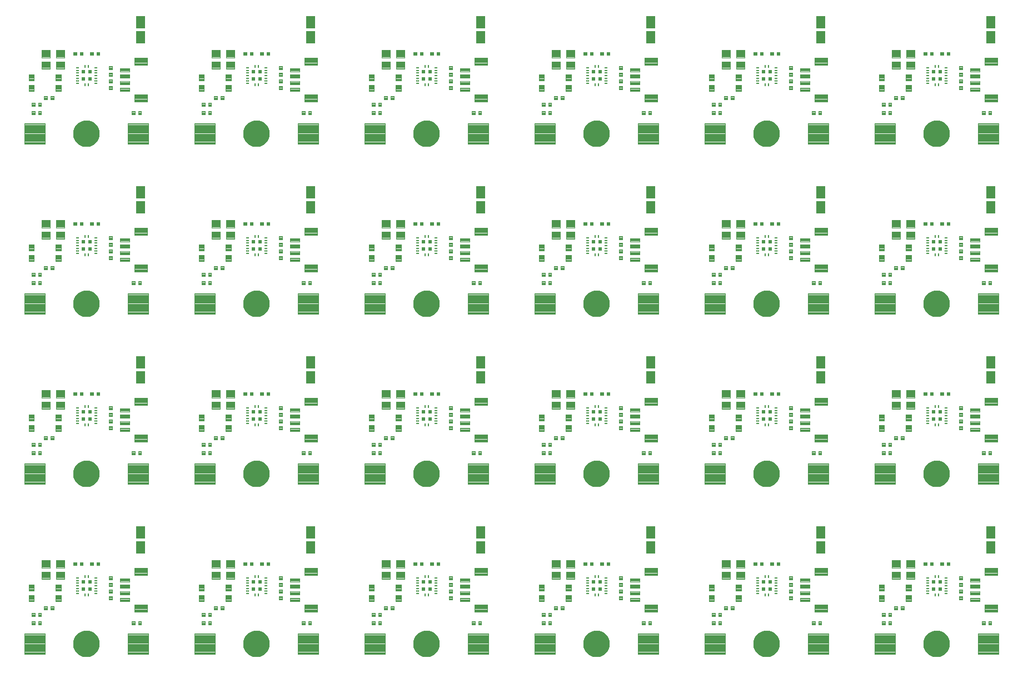
<source format=gtp>
G04 EAGLE Gerber RS-274X export*
G75*
%MOMM*%
%FSLAX34Y34*%
%LPD*%
%INSolderpaste Top*%
%IPPOS*%
%AMOC8*
5,1,8,0,0,1.08239X$1,22.5*%
G01*
%ADD10C,0.102000*%
%ADD11R,0.500000X0.600000*%
%ADD12C,0.096000*%
%ADD13C,0.095250*%
%ADD14C,2.000000*%
%ADD15C,0.099000*%
%ADD16R,1.473200X1.879600*%


D10*
X114990Y170260D02*
X111010Y170260D01*
X111010Y171240D01*
X114990Y171240D01*
X114990Y170260D01*
X114990Y171229D02*
X111010Y171229D01*
X111010Y166260D02*
X114990Y166260D01*
X111010Y166260D02*
X111010Y167240D01*
X114990Y167240D01*
X114990Y166260D01*
X114990Y167229D02*
X111010Y167229D01*
X111010Y162260D02*
X114990Y162260D01*
X111010Y162260D02*
X111010Y163240D01*
X114990Y163240D01*
X114990Y162260D01*
X114990Y163229D02*
X111010Y163229D01*
X111010Y158260D02*
X114990Y158260D01*
X111010Y158260D02*
X111010Y159240D01*
X114990Y159240D01*
X114990Y158260D01*
X114990Y159229D02*
X111010Y159229D01*
X111010Y154260D02*
X114990Y154260D01*
X111010Y154260D02*
X111010Y155240D01*
X114990Y155240D01*
X114990Y154260D01*
X114990Y155229D02*
X111010Y155229D01*
X111010Y150260D02*
X114990Y150260D01*
X111010Y150260D02*
X111010Y151240D01*
X114990Y151240D01*
X114990Y150260D01*
X114990Y151229D02*
X111010Y151229D01*
X111010Y146260D02*
X114990Y146260D01*
X111010Y146260D02*
X111010Y147240D01*
X114990Y147240D01*
X114990Y146260D01*
X114990Y147229D02*
X111010Y147229D01*
X124990Y146740D02*
X124990Y142760D01*
X124010Y142760D01*
X124010Y146740D01*
X124990Y146740D01*
X124990Y143729D02*
X124010Y143729D01*
X124010Y144698D02*
X124990Y144698D01*
X124990Y145667D02*
X124010Y145667D01*
X124010Y146636D02*
X124990Y146636D01*
X129990Y146740D02*
X129990Y142760D01*
X129010Y142760D01*
X129010Y146740D01*
X129990Y146740D01*
X129990Y143729D02*
X129010Y143729D01*
X129010Y144698D02*
X129990Y144698D01*
X129990Y145667D02*
X129010Y145667D01*
X129010Y146636D02*
X129990Y146636D01*
X139010Y147240D02*
X142990Y147240D01*
X142990Y146260D01*
X139010Y146260D01*
X139010Y147240D01*
X139010Y147229D02*
X142990Y147229D01*
X142990Y151240D02*
X139010Y151240D01*
X142990Y151240D02*
X142990Y150260D01*
X139010Y150260D01*
X139010Y151240D01*
X139010Y151229D02*
X142990Y151229D01*
X142990Y155240D02*
X139010Y155240D01*
X142990Y155240D02*
X142990Y154260D01*
X139010Y154260D01*
X139010Y155240D01*
X139010Y155229D02*
X142990Y155229D01*
X142990Y159240D02*
X139010Y159240D01*
X142990Y159240D02*
X142990Y158260D01*
X139010Y158260D01*
X139010Y159240D01*
X139010Y159229D02*
X142990Y159229D01*
X142990Y163240D02*
X139010Y163240D01*
X142990Y163240D02*
X142990Y162260D01*
X139010Y162260D01*
X139010Y163240D01*
X139010Y163229D02*
X142990Y163229D01*
X142990Y167240D02*
X139010Y167240D01*
X142990Y167240D02*
X142990Y166260D01*
X139010Y166260D01*
X139010Y167240D01*
X139010Y167229D02*
X142990Y167229D01*
X142990Y171240D02*
X139010Y171240D01*
X142990Y171240D02*
X142990Y170260D01*
X139010Y170260D01*
X139010Y171240D01*
X139010Y171229D02*
X142990Y171229D01*
X129010Y170760D02*
X129010Y174740D01*
X129990Y174740D01*
X129990Y170760D01*
X129010Y170760D01*
X129010Y171729D02*
X129990Y171729D01*
X129990Y172698D02*
X129010Y172698D01*
X129010Y173667D02*
X129990Y173667D01*
X129990Y174636D02*
X129010Y174636D01*
X124010Y174740D02*
X124010Y170760D01*
X124010Y174740D02*
X124990Y174740D01*
X124990Y170760D01*
X124010Y170760D01*
X124010Y171729D02*
X124990Y171729D01*
X124990Y172698D02*
X124010Y172698D01*
X124010Y173667D02*
X124990Y173667D01*
X124990Y174636D02*
X124010Y174636D01*
D11*
X122000Y164250D03*
X132000Y164250D03*
X132000Y153250D03*
X122000Y153250D03*
D12*
X71720Y179900D02*
X58680Y179900D01*
X71720Y179900D02*
X71720Y168860D01*
X58680Y168860D01*
X58680Y179900D01*
X58680Y169772D02*
X71720Y169772D01*
X71720Y170684D02*
X58680Y170684D01*
X58680Y171596D02*
X71720Y171596D01*
X71720Y172508D02*
X58680Y172508D01*
X58680Y173420D02*
X71720Y173420D01*
X71720Y174332D02*
X58680Y174332D01*
X58680Y175244D02*
X71720Y175244D01*
X71720Y176156D02*
X58680Y176156D01*
X58680Y177068D02*
X71720Y177068D01*
X71720Y177980D02*
X58680Y177980D01*
X58680Y178892D02*
X71720Y178892D01*
X71720Y179804D02*
X58680Y179804D01*
X80680Y168860D02*
X93720Y168860D01*
X80680Y168860D02*
X80680Y179900D01*
X93720Y179900D01*
X93720Y168860D01*
X93720Y169772D02*
X80680Y169772D01*
X80680Y170684D02*
X93720Y170684D01*
X93720Y171596D02*
X80680Y171596D01*
X80680Y172508D02*
X93720Y172508D01*
X93720Y173420D02*
X80680Y173420D01*
X80680Y174332D02*
X93720Y174332D01*
X93720Y175244D02*
X80680Y175244D01*
X80680Y176156D02*
X93720Y176156D01*
X93720Y177068D02*
X80680Y177068D01*
X80680Y177980D02*
X93720Y177980D01*
X93720Y178892D02*
X80680Y178892D01*
X80680Y179804D02*
X93720Y179804D01*
X93720Y185860D02*
X80680Y185860D01*
X80680Y196900D01*
X93720Y196900D01*
X93720Y185860D01*
X93720Y186772D02*
X80680Y186772D01*
X80680Y187684D02*
X93720Y187684D01*
X93720Y188596D02*
X80680Y188596D01*
X80680Y189508D02*
X93720Y189508D01*
X93720Y190420D02*
X80680Y190420D01*
X80680Y191332D02*
X93720Y191332D01*
X93720Y192244D02*
X80680Y192244D01*
X80680Y193156D02*
X93720Y193156D01*
X93720Y194068D02*
X80680Y194068D01*
X80680Y194980D02*
X93720Y194980D01*
X93720Y195892D02*
X80680Y195892D01*
X80680Y196804D02*
X93720Y196804D01*
X71720Y196900D02*
X58680Y196900D01*
X71720Y196900D02*
X71720Y185860D01*
X58680Y185860D01*
X58680Y196900D01*
X58680Y186772D02*
X71720Y186772D01*
X71720Y187684D02*
X58680Y187684D01*
X58680Y188596D02*
X71720Y188596D01*
X71720Y189508D02*
X58680Y189508D01*
X58680Y190420D02*
X71720Y190420D01*
X71720Y191332D02*
X58680Y191332D01*
X58680Y192244D02*
X71720Y192244D01*
X71720Y193156D02*
X58680Y193156D01*
X58680Y194068D02*
X71720Y194068D01*
X71720Y194980D02*
X58680Y194980D01*
X58680Y195892D02*
X71720Y195892D01*
X71720Y196804D02*
X58680Y196804D01*
D10*
X132210Y189280D02*
X137190Y189280D01*
X132210Y189280D02*
X132210Y194260D01*
X137190Y194260D01*
X137190Y189280D01*
X137190Y190249D02*
X132210Y190249D01*
X132210Y191218D02*
X137190Y191218D01*
X137190Y192187D02*
X132210Y192187D01*
X132210Y193156D02*
X137190Y193156D01*
X137190Y194125D02*
X132210Y194125D01*
X142210Y189280D02*
X147190Y189280D01*
X142210Y189280D02*
X142210Y194260D01*
X147190Y194260D01*
X147190Y189280D01*
X147190Y190249D02*
X142210Y190249D01*
X142210Y191218D02*
X147190Y191218D01*
X147190Y192187D02*
X142210Y192187D01*
X142210Y193156D02*
X147190Y193156D01*
X147190Y194125D02*
X142210Y194125D01*
D13*
X190341Y85249D02*
X221139Y85249D01*
X221139Y54451D01*
X190341Y54451D01*
X190341Y85249D01*
X190341Y55356D02*
X221139Y55356D01*
X221139Y56261D02*
X190341Y56261D01*
X190341Y57166D02*
X221139Y57166D01*
X221139Y58071D02*
X190341Y58071D01*
X190341Y58976D02*
X221139Y58976D01*
X221139Y59881D02*
X190341Y59881D01*
X190341Y60786D02*
X221139Y60786D01*
X221139Y61691D02*
X190341Y61691D01*
X190341Y62596D02*
X221139Y62596D01*
X221139Y63501D02*
X190341Y63501D01*
X190341Y64406D02*
X221139Y64406D01*
X221139Y65311D02*
X190341Y65311D01*
X190341Y66216D02*
X221139Y66216D01*
X221139Y67121D02*
X190341Y67121D01*
X190341Y68026D02*
X221139Y68026D01*
X221139Y68931D02*
X190341Y68931D01*
X190341Y69836D02*
X221139Y69836D01*
X221139Y70741D02*
X190341Y70741D01*
X190341Y71646D02*
X221139Y71646D01*
X221139Y72551D02*
X190341Y72551D01*
X190341Y73456D02*
X221139Y73456D01*
X221139Y74361D02*
X190341Y74361D01*
X190341Y75266D02*
X221139Y75266D01*
X221139Y76171D02*
X190341Y76171D01*
X190341Y77076D02*
X221139Y77076D01*
X221139Y77981D02*
X190341Y77981D01*
X190341Y78886D02*
X221139Y78886D01*
X221139Y79791D02*
X190341Y79791D01*
X190341Y80696D02*
X221139Y80696D01*
X221139Y81601D02*
X190341Y81601D01*
X190341Y82506D02*
X221139Y82506D01*
X221139Y83411D02*
X190341Y83411D01*
X190341Y84316D02*
X221139Y84316D01*
X221139Y85221D02*
X190341Y85221D01*
X63659Y85249D02*
X32861Y85249D01*
X63659Y85249D02*
X63659Y54451D01*
X32861Y54451D01*
X32861Y85249D01*
X32861Y55356D02*
X63659Y55356D01*
X63659Y56261D02*
X32861Y56261D01*
X32861Y57166D02*
X63659Y57166D01*
X63659Y58071D02*
X32861Y58071D01*
X32861Y58976D02*
X63659Y58976D01*
X63659Y59881D02*
X32861Y59881D01*
X32861Y60786D02*
X63659Y60786D01*
X63659Y61691D02*
X32861Y61691D01*
X32861Y62596D02*
X63659Y62596D01*
X63659Y63501D02*
X32861Y63501D01*
X32861Y64406D02*
X63659Y64406D01*
X63659Y65311D02*
X32861Y65311D01*
X32861Y66216D02*
X63659Y66216D01*
X63659Y67121D02*
X32861Y67121D01*
X32861Y68026D02*
X63659Y68026D01*
X63659Y68931D02*
X32861Y68931D01*
X32861Y69836D02*
X63659Y69836D01*
X63659Y70741D02*
X32861Y70741D01*
X32861Y71646D02*
X63659Y71646D01*
X63659Y72551D02*
X32861Y72551D01*
X32861Y73456D02*
X63659Y73456D01*
X63659Y74361D02*
X32861Y74361D01*
X32861Y75266D02*
X63659Y75266D01*
X63659Y76171D02*
X32861Y76171D01*
X32861Y77076D02*
X63659Y77076D01*
X63659Y77981D02*
X32861Y77981D01*
X32861Y78886D02*
X63659Y78886D01*
X63659Y79791D02*
X32861Y79791D01*
X32861Y80696D02*
X63659Y80696D01*
X63659Y81601D02*
X32861Y81601D01*
X32861Y82506D02*
X63659Y82506D01*
X63659Y83411D02*
X32861Y83411D01*
X32861Y84316D02*
X63659Y84316D01*
X63659Y85221D02*
X32861Y85221D01*
D14*
X117000Y69850D02*
X117003Y70095D01*
X117012Y70341D01*
X117027Y70586D01*
X117048Y70830D01*
X117075Y71074D01*
X117108Y71317D01*
X117147Y71560D01*
X117192Y71801D01*
X117243Y72041D01*
X117300Y72280D01*
X117362Y72517D01*
X117431Y72753D01*
X117505Y72987D01*
X117585Y73219D01*
X117670Y73449D01*
X117761Y73677D01*
X117858Y73902D01*
X117960Y74126D01*
X118068Y74346D01*
X118181Y74564D01*
X118299Y74779D01*
X118423Y74991D01*
X118551Y75200D01*
X118685Y75406D01*
X118824Y75608D01*
X118968Y75807D01*
X119117Y76002D01*
X119270Y76194D01*
X119428Y76382D01*
X119590Y76566D01*
X119758Y76745D01*
X119929Y76921D01*
X120105Y77092D01*
X120284Y77260D01*
X120468Y77422D01*
X120656Y77580D01*
X120848Y77733D01*
X121043Y77882D01*
X121242Y78026D01*
X121444Y78165D01*
X121650Y78299D01*
X121859Y78427D01*
X122071Y78551D01*
X122286Y78669D01*
X122504Y78782D01*
X122724Y78890D01*
X122948Y78992D01*
X123173Y79089D01*
X123401Y79180D01*
X123631Y79265D01*
X123863Y79345D01*
X124097Y79419D01*
X124333Y79488D01*
X124570Y79550D01*
X124809Y79607D01*
X125049Y79658D01*
X125290Y79703D01*
X125533Y79742D01*
X125776Y79775D01*
X126020Y79802D01*
X126264Y79823D01*
X126509Y79838D01*
X126755Y79847D01*
X127000Y79850D01*
X127245Y79847D01*
X127491Y79838D01*
X127736Y79823D01*
X127980Y79802D01*
X128224Y79775D01*
X128467Y79742D01*
X128710Y79703D01*
X128951Y79658D01*
X129191Y79607D01*
X129430Y79550D01*
X129667Y79488D01*
X129903Y79419D01*
X130137Y79345D01*
X130369Y79265D01*
X130599Y79180D01*
X130827Y79089D01*
X131052Y78992D01*
X131276Y78890D01*
X131496Y78782D01*
X131714Y78669D01*
X131929Y78551D01*
X132141Y78427D01*
X132350Y78299D01*
X132556Y78165D01*
X132758Y78026D01*
X132957Y77882D01*
X133152Y77733D01*
X133344Y77580D01*
X133532Y77422D01*
X133716Y77260D01*
X133895Y77092D01*
X134071Y76921D01*
X134242Y76745D01*
X134410Y76566D01*
X134572Y76382D01*
X134730Y76194D01*
X134883Y76002D01*
X135032Y75807D01*
X135176Y75608D01*
X135315Y75406D01*
X135449Y75200D01*
X135577Y74991D01*
X135701Y74779D01*
X135819Y74564D01*
X135932Y74346D01*
X136040Y74126D01*
X136142Y73902D01*
X136239Y73677D01*
X136330Y73449D01*
X136415Y73219D01*
X136495Y72987D01*
X136569Y72753D01*
X136638Y72517D01*
X136700Y72280D01*
X136757Y72041D01*
X136808Y71801D01*
X136853Y71560D01*
X136892Y71317D01*
X136925Y71074D01*
X136952Y70830D01*
X136973Y70586D01*
X136988Y70341D01*
X136997Y70095D01*
X137000Y69850D01*
X136997Y69605D01*
X136988Y69359D01*
X136973Y69114D01*
X136952Y68870D01*
X136925Y68626D01*
X136892Y68383D01*
X136853Y68140D01*
X136808Y67899D01*
X136757Y67659D01*
X136700Y67420D01*
X136638Y67183D01*
X136569Y66947D01*
X136495Y66713D01*
X136415Y66481D01*
X136330Y66251D01*
X136239Y66023D01*
X136142Y65798D01*
X136040Y65574D01*
X135932Y65354D01*
X135819Y65136D01*
X135701Y64921D01*
X135577Y64709D01*
X135449Y64500D01*
X135315Y64294D01*
X135176Y64092D01*
X135032Y63893D01*
X134883Y63698D01*
X134730Y63506D01*
X134572Y63318D01*
X134410Y63134D01*
X134242Y62955D01*
X134071Y62779D01*
X133895Y62608D01*
X133716Y62440D01*
X133532Y62278D01*
X133344Y62120D01*
X133152Y61967D01*
X132957Y61818D01*
X132758Y61674D01*
X132556Y61535D01*
X132350Y61401D01*
X132141Y61273D01*
X131929Y61149D01*
X131714Y61031D01*
X131496Y60918D01*
X131276Y60810D01*
X131052Y60708D01*
X130827Y60611D01*
X130599Y60520D01*
X130369Y60435D01*
X130137Y60355D01*
X129903Y60281D01*
X129667Y60212D01*
X129430Y60150D01*
X129191Y60093D01*
X128951Y60042D01*
X128710Y59997D01*
X128467Y59958D01*
X128224Y59925D01*
X127980Y59898D01*
X127736Y59877D01*
X127491Y59862D01*
X127245Y59853D01*
X127000Y59850D01*
X126755Y59853D01*
X126509Y59862D01*
X126264Y59877D01*
X126020Y59898D01*
X125776Y59925D01*
X125533Y59958D01*
X125290Y59997D01*
X125049Y60042D01*
X124809Y60093D01*
X124570Y60150D01*
X124333Y60212D01*
X124097Y60281D01*
X123863Y60355D01*
X123631Y60435D01*
X123401Y60520D01*
X123173Y60611D01*
X122948Y60708D01*
X122724Y60810D01*
X122504Y60918D01*
X122286Y61031D01*
X122071Y61149D01*
X121859Y61273D01*
X121650Y61401D01*
X121444Y61535D01*
X121242Y61674D01*
X121043Y61818D01*
X120848Y61967D01*
X120656Y62120D01*
X120468Y62278D01*
X120284Y62440D01*
X120105Y62608D01*
X119929Y62779D01*
X119758Y62955D01*
X119590Y63134D01*
X119428Y63318D01*
X119270Y63506D01*
X119117Y63698D01*
X118968Y63893D01*
X118824Y64092D01*
X118685Y64294D01*
X118551Y64500D01*
X118423Y64709D01*
X118299Y64921D01*
X118181Y65136D01*
X118068Y65354D01*
X117960Y65574D01*
X117858Y65798D01*
X117761Y66023D01*
X117670Y66251D01*
X117585Y66481D01*
X117505Y66713D01*
X117431Y66947D01*
X117362Y67183D01*
X117300Y67420D01*
X117243Y67659D01*
X117192Y67899D01*
X117147Y68140D01*
X117108Y68383D01*
X117075Y68626D01*
X117048Y68870D01*
X117027Y69114D01*
X117012Y69359D01*
X117003Y69605D01*
X117000Y69850D01*
D10*
X205710Y104090D02*
X210690Y104090D01*
X210690Y99110D01*
X205710Y99110D01*
X205710Y104090D01*
X205710Y100079D02*
X210690Y100079D01*
X210690Y101048D02*
X205710Y101048D01*
X205710Y102017D02*
X210690Y102017D01*
X210690Y102986D02*
X205710Y102986D01*
X205710Y103955D02*
X210690Y103955D01*
X200690Y104090D02*
X195710Y104090D01*
X200690Y104090D02*
X200690Y99110D01*
X195710Y99110D01*
X195710Y104090D01*
X195710Y100079D02*
X200690Y100079D01*
X200690Y101048D02*
X195710Y101048D01*
X195710Y102017D02*
X200690Y102017D01*
X200690Y102986D02*
X195710Y102986D01*
X195710Y103955D02*
X200690Y103955D01*
X178310Y164690D02*
X178310Y169670D01*
X192790Y169670D01*
X192790Y164690D01*
X178310Y164690D01*
X178310Y165659D02*
X192790Y165659D01*
X192790Y166628D02*
X178310Y166628D01*
X178310Y167597D02*
X192790Y167597D01*
X192790Y168566D02*
X178310Y168566D01*
X178310Y169535D02*
X192790Y169535D01*
X178310Y159670D02*
X178310Y154690D01*
X178310Y159670D02*
X192790Y159670D01*
X192790Y154690D01*
X178310Y154690D01*
X178310Y155659D02*
X192790Y155659D01*
X192790Y156628D02*
X178310Y156628D01*
X178310Y157597D02*
X192790Y157597D01*
X192790Y158566D02*
X178310Y158566D01*
X178310Y159535D02*
X192790Y159535D01*
X178310Y149670D02*
X178310Y144690D01*
X178310Y149670D02*
X192790Y149670D01*
X192790Y144690D01*
X178310Y144690D01*
X178310Y145659D02*
X192790Y145659D01*
X192790Y146628D02*
X178310Y146628D01*
X178310Y147597D02*
X192790Y147597D01*
X192790Y148566D02*
X178310Y148566D01*
X178310Y149535D02*
X192790Y149535D01*
X178310Y139670D02*
X178310Y134690D01*
X178310Y139670D02*
X192790Y139670D01*
X192790Y134690D01*
X178310Y134690D01*
X178310Y135659D02*
X192790Y135659D01*
X192790Y136628D02*
X178310Y136628D01*
X178310Y137597D02*
X192790Y137597D01*
X192790Y138566D02*
X178310Y138566D01*
X178310Y139535D02*
X192790Y139535D01*
D12*
X200280Y174660D02*
X200280Y185700D01*
X219320Y185700D01*
X219320Y174660D01*
X200280Y174660D01*
X200280Y175572D02*
X219320Y175572D01*
X219320Y176484D02*
X200280Y176484D01*
X200280Y177396D02*
X219320Y177396D01*
X219320Y178308D02*
X200280Y178308D01*
X200280Y179220D02*
X219320Y179220D01*
X219320Y180132D02*
X200280Y180132D01*
X200280Y181044D02*
X219320Y181044D01*
X219320Y181956D02*
X200280Y181956D01*
X200280Y182868D02*
X219320Y182868D01*
X219320Y183780D02*
X200280Y183780D01*
X200280Y184692D02*
X219320Y184692D01*
X219320Y185604D02*
X200280Y185604D01*
X200280Y129700D02*
X200280Y118660D01*
X200280Y129700D02*
X219320Y129700D01*
X219320Y118660D01*
X200280Y118660D01*
X200280Y119572D02*
X219320Y119572D01*
X219320Y120484D02*
X200280Y120484D01*
X200280Y121396D02*
X219320Y121396D01*
X219320Y122308D02*
X200280Y122308D01*
X200280Y123220D02*
X219320Y123220D01*
X219320Y124132D02*
X200280Y124132D01*
X200280Y125044D02*
X219320Y125044D01*
X219320Y125956D02*
X200280Y125956D01*
X200280Y126868D02*
X219320Y126868D01*
X219320Y127780D02*
X200280Y127780D01*
X200280Y128692D02*
X219320Y128692D01*
X219320Y129604D02*
X200280Y129604D01*
D10*
X58290Y104090D02*
X53310Y104090D01*
X58290Y104090D02*
X58290Y99110D01*
X53310Y99110D01*
X53310Y104090D01*
X53310Y100079D02*
X58290Y100079D01*
X58290Y101048D02*
X53310Y101048D01*
X53310Y102017D02*
X58290Y102017D01*
X58290Y102986D02*
X53310Y102986D01*
X53310Y103955D02*
X58290Y103955D01*
X48290Y104090D02*
X43310Y104090D01*
X48290Y104090D02*
X48290Y99110D01*
X43310Y99110D01*
X43310Y104090D01*
X43310Y100079D02*
X48290Y100079D01*
X48290Y101048D02*
X43310Y101048D01*
X43310Y102017D02*
X48290Y102017D01*
X48290Y102986D02*
X43310Y102986D01*
X43310Y103955D02*
X48290Y103955D01*
X53310Y116790D02*
X58290Y116790D01*
X58290Y111810D01*
X53310Y111810D01*
X53310Y116790D01*
X53310Y112779D02*
X58290Y112779D01*
X58290Y113748D02*
X53310Y113748D01*
X53310Y114717D02*
X58290Y114717D01*
X58290Y115686D02*
X53310Y115686D01*
X53310Y116655D02*
X58290Y116655D01*
X48290Y116790D02*
X43310Y116790D01*
X48290Y116790D02*
X48290Y111810D01*
X43310Y111810D01*
X43310Y116790D01*
X43310Y112779D02*
X48290Y112779D01*
X48290Y113748D02*
X43310Y113748D01*
X43310Y114717D02*
X48290Y114717D01*
X48290Y115686D02*
X43310Y115686D01*
X43310Y116655D02*
X48290Y116655D01*
X116810Y194260D02*
X121790Y194260D01*
X121790Y189280D01*
X116810Y189280D01*
X116810Y194260D01*
X116810Y190249D02*
X121790Y190249D01*
X121790Y191218D02*
X116810Y191218D01*
X116810Y192187D02*
X121790Y192187D01*
X121790Y193156D02*
X116810Y193156D01*
X116810Y194125D02*
X121790Y194125D01*
X111790Y194260D02*
X106810Y194260D01*
X111790Y194260D02*
X111790Y189280D01*
X106810Y189280D01*
X106810Y194260D01*
X106810Y190249D02*
X111790Y190249D01*
X111790Y191218D02*
X106810Y191218D01*
X106810Y192187D02*
X111790Y192187D01*
X111790Y193156D02*
X106810Y193156D01*
X106810Y194125D02*
X111790Y194125D01*
X67340Y121970D02*
X62360Y121970D01*
X62360Y126950D01*
X67340Y126950D01*
X67340Y121970D01*
X67340Y122939D02*
X62360Y122939D01*
X62360Y123908D02*
X67340Y123908D01*
X67340Y124877D02*
X62360Y124877D01*
X62360Y125846D02*
X67340Y125846D01*
X67340Y126815D02*
X62360Y126815D01*
X72360Y121970D02*
X77340Y121970D01*
X72360Y121970D02*
X72360Y126950D01*
X77340Y126950D01*
X77340Y121970D01*
X77340Y122939D02*
X72360Y122939D01*
X72360Y123908D02*
X77340Y123908D01*
X77340Y124877D02*
X72360Y124877D01*
X72360Y125846D02*
X77340Y125846D01*
X77340Y126815D02*
X72360Y126815D01*
X161340Y147290D02*
X161340Y152270D01*
X166320Y152270D01*
X166320Y147290D01*
X161340Y147290D01*
X161340Y148259D02*
X166320Y148259D01*
X166320Y149228D02*
X161340Y149228D01*
X161340Y150197D02*
X166320Y150197D01*
X166320Y151166D02*
X161340Y151166D01*
X161340Y152135D02*
X166320Y152135D01*
X161340Y142270D02*
X161340Y137290D01*
X161340Y142270D02*
X166320Y142270D01*
X166320Y137290D01*
X161340Y137290D01*
X161340Y138259D02*
X166320Y138259D01*
X166320Y139228D02*
X161340Y139228D01*
X161340Y140197D02*
X166320Y140197D01*
X166320Y141166D02*
X161340Y141166D01*
X161340Y142135D02*
X166320Y142135D01*
X166320Y157610D02*
X166320Y162590D01*
X166320Y157610D02*
X161340Y157610D01*
X161340Y162590D01*
X166320Y162590D01*
X166320Y158579D02*
X161340Y158579D01*
X161340Y159548D02*
X166320Y159548D01*
X166320Y160517D02*
X161340Y160517D01*
X161340Y161486D02*
X166320Y161486D01*
X166320Y162455D02*
X161340Y162455D01*
X166320Y167610D02*
X166320Y172590D01*
X166320Y167610D02*
X161340Y167610D01*
X161340Y172590D01*
X166320Y172590D01*
X166320Y168579D02*
X161340Y168579D01*
X161340Y169548D02*
X166320Y169548D01*
X166320Y170517D02*
X161340Y170517D01*
X161340Y171486D02*
X166320Y171486D01*
X166320Y172455D02*
X161340Y172455D01*
D15*
X88005Y150815D02*
X79995Y150815D01*
X79995Y159825D01*
X88005Y159825D01*
X88005Y150815D01*
X88005Y151755D02*
X79995Y151755D01*
X79995Y152695D02*
X88005Y152695D01*
X88005Y153635D02*
X79995Y153635D01*
X79995Y154575D02*
X88005Y154575D01*
X88005Y155515D02*
X79995Y155515D01*
X79995Y156455D02*
X88005Y156455D01*
X88005Y157395D02*
X79995Y157395D01*
X79995Y158335D02*
X88005Y158335D01*
X88005Y159275D02*
X79995Y159275D01*
X79995Y134815D02*
X88005Y134815D01*
X79995Y134815D02*
X79995Y143825D01*
X88005Y143825D01*
X88005Y134815D01*
X88005Y135755D02*
X79995Y135755D01*
X79995Y136695D02*
X88005Y136695D01*
X88005Y137635D02*
X79995Y137635D01*
X79995Y138575D02*
X88005Y138575D01*
X88005Y139515D02*
X79995Y139515D01*
X79995Y140455D02*
X88005Y140455D01*
X88005Y141395D02*
X79995Y141395D01*
X79995Y142335D02*
X88005Y142335D01*
X88005Y143275D02*
X79995Y143275D01*
X47005Y134815D02*
X38995Y134815D01*
X38995Y143825D01*
X47005Y143825D01*
X47005Y134815D01*
X47005Y135755D02*
X38995Y135755D01*
X38995Y136695D02*
X47005Y136695D01*
X47005Y137635D02*
X38995Y137635D01*
X38995Y138575D02*
X47005Y138575D01*
X47005Y139515D02*
X38995Y139515D01*
X38995Y140455D02*
X47005Y140455D01*
X47005Y141395D02*
X38995Y141395D01*
X38995Y142335D02*
X47005Y142335D01*
X47005Y143275D02*
X38995Y143275D01*
X38995Y150815D02*
X47005Y150815D01*
X38995Y150815D02*
X38995Y159825D01*
X47005Y159825D01*
X47005Y150815D01*
X47005Y151755D02*
X38995Y151755D01*
X38995Y152695D02*
X47005Y152695D01*
X47005Y153635D02*
X38995Y153635D01*
X38995Y154575D02*
X47005Y154575D01*
X47005Y155515D02*
X38995Y155515D01*
X38995Y156455D02*
X47005Y156455D01*
X47005Y157395D02*
X38995Y157395D01*
X38995Y158335D02*
X47005Y158335D01*
X47005Y159275D02*
X38995Y159275D01*
D16*
X209550Y239776D03*
X209550Y216916D03*
D10*
X370090Y170260D02*
X374070Y170260D01*
X370090Y170260D02*
X370090Y171240D01*
X374070Y171240D01*
X374070Y170260D01*
X374070Y171229D02*
X370090Y171229D01*
X370090Y166260D02*
X374070Y166260D01*
X370090Y166260D02*
X370090Y167240D01*
X374070Y167240D01*
X374070Y166260D01*
X374070Y167229D02*
X370090Y167229D01*
X370090Y162260D02*
X374070Y162260D01*
X370090Y162260D02*
X370090Y163240D01*
X374070Y163240D01*
X374070Y162260D01*
X374070Y163229D02*
X370090Y163229D01*
X370090Y158260D02*
X374070Y158260D01*
X370090Y158260D02*
X370090Y159240D01*
X374070Y159240D01*
X374070Y158260D01*
X374070Y159229D02*
X370090Y159229D01*
X370090Y154260D02*
X374070Y154260D01*
X370090Y154260D02*
X370090Y155240D01*
X374070Y155240D01*
X374070Y154260D01*
X374070Y155229D02*
X370090Y155229D01*
X370090Y150260D02*
X374070Y150260D01*
X370090Y150260D02*
X370090Y151240D01*
X374070Y151240D01*
X374070Y150260D01*
X374070Y151229D02*
X370090Y151229D01*
X370090Y146260D02*
X374070Y146260D01*
X370090Y146260D02*
X370090Y147240D01*
X374070Y147240D01*
X374070Y146260D01*
X374070Y147229D02*
X370090Y147229D01*
X384070Y146740D02*
X384070Y142760D01*
X383090Y142760D01*
X383090Y146740D01*
X384070Y146740D01*
X384070Y143729D02*
X383090Y143729D01*
X383090Y144698D02*
X384070Y144698D01*
X384070Y145667D02*
X383090Y145667D01*
X383090Y146636D02*
X384070Y146636D01*
X389070Y146740D02*
X389070Y142760D01*
X388090Y142760D01*
X388090Y146740D01*
X389070Y146740D01*
X389070Y143729D02*
X388090Y143729D01*
X388090Y144698D02*
X389070Y144698D01*
X389070Y145667D02*
X388090Y145667D01*
X388090Y146636D02*
X389070Y146636D01*
X398090Y147240D02*
X402070Y147240D01*
X402070Y146260D01*
X398090Y146260D01*
X398090Y147240D01*
X398090Y147229D02*
X402070Y147229D01*
X402070Y151240D02*
X398090Y151240D01*
X402070Y151240D02*
X402070Y150260D01*
X398090Y150260D01*
X398090Y151240D01*
X398090Y151229D02*
X402070Y151229D01*
X402070Y155240D02*
X398090Y155240D01*
X402070Y155240D02*
X402070Y154260D01*
X398090Y154260D01*
X398090Y155240D01*
X398090Y155229D02*
X402070Y155229D01*
X402070Y159240D02*
X398090Y159240D01*
X402070Y159240D02*
X402070Y158260D01*
X398090Y158260D01*
X398090Y159240D01*
X398090Y159229D02*
X402070Y159229D01*
X402070Y163240D02*
X398090Y163240D01*
X402070Y163240D02*
X402070Y162260D01*
X398090Y162260D01*
X398090Y163240D01*
X398090Y163229D02*
X402070Y163229D01*
X402070Y167240D02*
X398090Y167240D01*
X402070Y167240D02*
X402070Y166260D01*
X398090Y166260D01*
X398090Y167240D01*
X398090Y167229D02*
X402070Y167229D01*
X402070Y171240D02*
X398090Y171240D01*
X402070Y171240D02*
X402070Y170260D01*
X398090Y170260D01*
X398090Y171240D01*
X398090Y171229D02*
X402070Y171229D01*
X388090Y170760D02*
X388090Y174740D01*
X389070Y174740D01*
X389070Y170760D01*
X388090Y170760D01*
X388090Y171729D02*
X389070Y171729D01*
X389070Y172698D02*
X388090Y172698D01*
X388090Y173667D02*
X389070Y173667D01*
X389070Y174636D02*
X388090Y174636D01*
X383090Y174740D02*
X383090Y170760D01*
X383090Y174740D02*
X384070Y174740D01*
X384070Y170760D01*
X383090Y170760D01*
X383090Y171729D02*
X384070Y171729D01*
X384070Y172698D02*
X383090Y172698D01*
X383090Y173667D02*
X384070Y173667D01*
X384070Y174636D02*
X383090Y174636D01*
D11*
X381080Y164250D03*
X391080Y164250D03*
X391080Y153250D03*
X381080Y153250D03*
D12*
X330800Y179900D02*
X317760Y179900D01*
X330800Y179900D02*
X330800Y168860D01*
X317760Y168860D01*
X317760Y179900D01*
X317760Y169772D02*
X330800Y169772D01*
X330800Y170684D02*
X317760Y170684D01*
X317760Y171596D02*
X330800Y171596D01*
X330800Y172508D02*
X317760Y172508D01*
X317760Y173420D02*
X330800Y173420D01*
X330800Y174332D02*
X317760Y174332D01*
X317760Y175244D02*
X330800Y175244D01*
X330800Y176156D02*
X317760Y176156D01*
X317760Y177068D02*
X330800Y177068D01*
X330800Y177980D02*
X317760Y177980D01*
X317760Y178892D02*
X330800Y178892D01*
X330800Y179804D02*
X317760Y179804D01*
X339760Y168860D02*
X352800Y168860D01*
X339760Y168860D02*
X339760Y179900D01*
X352800Y179900D01*
X352800Y168860D01*
X352800Y169772D02*
X339760Y169772D01*
X339760Y170684D02*
X352800Y170684D01*
X352800Y171596D02*
X339760Y171596D01*
X339760Y172508D02*
X352800Y172508D01*
X352800Y173420D02*
X339760Y173420D01*
X339760Y174332D02*
X352800Y174332D01*
X352800Y175244D02*
X339760Y175244D01*
X339760Y176156D02*
X352800Y176156D01*
X352800Y177068D02*
X339760Y177068D01*
X339760Y177980D02*
X352800Y177980D01*
X352800Y178892D02*
X339760Y178892D01*
X339760Y179804D02*
X352800Y179804D01*
X352800Y185860D02*
X339760Y185860D01*
X339760Y196900D01*
X352800Y196900D01*
X352800Y185860D01*
X352800Y186772D02*
X339760Y186772D01*
X339760Y187684D02*
X352800Y187684D01*
X352800Y188596D02*
X339760Y188596D01*
X339760Y189508D02*
X352800Y189508D01*
X352800Y190420D02*
X339760Y190420D01*
X339760Y191332D02*
X352800Y191332D01*
X352800Y192244D02*
X339760Y192244D01*
X339760Y193156D02*
X352800Y193156D01*
X352800Y194068D02*
X339760Y194068D01*
X339760Y194980D02*
X352800Y194980D01*
X352800Y195892D02*
X339760Y195892D01*
X339760Y196804D02*
X352800Y196804D01*
X330800Y196900D02*
X317760Y196900D01*
X330800Y196900D02*
X330800Y185860D01*
X317760Y185860D01*
X317760Y196900D01*
X317760Y186772D02*
X330800Y186772D01*
X330800Y187684D02*
X317760Y187684D01*
X317760Y188596D02*
X330800Y188596D01*
X330800Y189508D02*
X317760Y189508D01*
X317760Y190420D02*
X330800Y190420D01*
X330800Y191332D02*
X317760Y191332D01*
X317760Y192244D02*
X330800Y192244D01*
X330800Y193156D02*
X317760Y193156D01*
X317760Y194068D02*
X330800Y194068D01*
X330800Y194980D02*
X317760Y194980D01*
X317760Y195892D02*
X330800Y195892D01*
X330800Y196804D02*
X317760Y196804D01*
D10*
X391290Y189280D02*
X396270Y189280D01*
X391290Y189280D02*
X391290Y194260D01*
X396270Y194260D01*
X396270Y189280D01*
X396270Y190249D02*
X391290Y190249D01*
X391290Y191218D02*
X396270Y191218D01*
X396270Y192187D02*
X391290Y192187D01*
X391290Y193156D02*
X396270Y193156D01*
X396270Y194125D02*
X391290Y194125D01*
X401290Y189280D02*
X406270Y189280D01*
X401290Y189280D02*
X401290Y194260D01*
X406270Y194260D01*
X406270Y189280D01*
X406270Y190249D02*
X401290Y190249D01*
X401290Y191218D02*
X406270Y191218D01*
X406270Y192187D02*
X401290Y192187D01*
X401290Y193156D02*
X406270Y193156D01*
X406270Y194125D02*
X401290Y194125D01*
D13*
X449421Y85249D02*
X480219Y85249D01*
X480219Y54451D01*
X449421Y54451D01*
X449421Y85249D01*
X449421Y55356D02*
X480219Y55356D01*
X480219Y56261D02*
X449421Y56261D01*
X449421Y57166D02*
X480219Y57166D01*
X480219Y58071D02*
X449421Y58071D01*
X449421Y58976D02*
X480219Y58976D01*
X480219Y59881D02*
X449421Y59881D01*
X449421Y60786D02*
X480219Y60786D01*
X480219Y61691D02*
X449421Y61691D01*
X449421Y62596D02*
X480219Y62596D01*
X480219Y63501D02*
X449421Y63501D01*
X449421Y64406D02*
X480219Y64406D01*
X480219Y65311D02*
X449421Y65311D01*
X449421Y66216D02*
X480219Y66216D01*
X480219Y67121D02*
X449421Y67121D01*
X449421Y68026D02*
X480219Y68026D01*
X480219Y68931D02*
X449421Y68931D01*
X449421Y69836D02*
X480219Y69836D01*
X480219Y70741D02*
X449421Y70741D01*
X449421Y71646D02*
X480219Y71646D01*
X480219Y72551D02*
X449421Y72551D01*
X449421Y73456D02*
X480219Y73456D01*
X480219Y74361D02*
X449421Y74361D01*
X449421Y75266D02*
X480219Y75266D01*
X480219Y76171D02*
X449421Y76171D01*
X449421Y77076D02*
X480219Y77076D01*
X480219Y77981D02*
X449421Y77981D01*
X449421Y78886D02*
X480219Y78886D01*
X480219Y79791D02*
X449421Y79791D01*
X449421Y80696D02*
X480219Y80696D01*
X480219Y81601D02*
X449421Y81601D01*
X449421Y82506D02*
X480219Y82506D01*
X480219Y83411D02*
X449421Y83411D01*
X449421Y84316D02*
X480219Y84316D01*
X480219Y85221D02*
X449421Y85221D01*
X322739Y85249D02*
X291941Y85249D01*
X322739Y85249D02*
X322739Y54451D01*
X291941Y54451D01*
X291941Y85249D01*
X291941Y55356D02*
X322739Y55356D01*
X322739Y56261D02*
X291941Y56261D01*
X291941Y57166D02*
X322739Y57166D01*
X322739Y58071D02*
X291941Y58071D01*
X291941Y58976D02*
X322739Y58976D01*
X322739Y59881D02*
X291941Y59881D01*
X291941Y60786D02*
X322739Y60786D01*
X322739Y61691D02*
X291941Y61691D01*
X291941Y62596D02*
X322739Y62596D01*
X322739Y63501D02*
X291941Y63501D01*
X291941Y64406D02*
X322739Y64406D01*
X322739Y65311D02*
X291941Y65311D01*
X291941Y66216D02*
X322739Y66216D01*
X322739Y67121D02*
X291941Y67121D01*
X291941Y68026D02*
X322739Y68026D01*
X322739Y68931D02*
X291941Y68931D01*
X291941Y69836D02*
X322739Y69836D01*
X322739Y70741D02*
X291941Y70741D01*
X291941Y71646D02*
X322739Y71646D01*
X322739Y72551D02*
X291941Y72551D01*
X291941Y73456D02*
X322739Y73456D01*
X322739Y74361D02*
X291941Y74361D01*
X291941Y75266D02*
X322739Y75266D01*
X322739Y76171D02*
X291941Y76171D01*
X291941Y77076D02*
X322739Y77076D01*
X322739Y77981D02*
X291941Y77981D01*
X291941Y78886D02*
X322739Y78886D01*
X322739Y79791D02*
X291941Y79791D01*
X291941Y80696D02*
X322739Y80696D01*
X322739Y81601D02*
X291941Y81601D01*
X291941Y82506D02*
X322739Y82506D01*
X322739Y83411D02*
X291941Y83411D01*
X291941Y84316D02*
X322739Y84316D01*
X322739Y85221D02*
X291941Y85221D01*
D14*
X376080Y69850D02*
X376083Y70095D01*
X376092Y70341D01*
X376107Y70586D01*
X376128Y70830D01*
X376155Y71074D01*
X376188Y71317D01*
X376227Y71560D01*
X376272Y71801D01*
X376323Y72041D01*
X376380Y72280D01*
X376442Y72517D01*
X376511Y72753D01*
X376585Y72987D01*
X376665Y73219D01*
X376750Y73449D01*
X376841Y73677D01*
X376938Y73902D01*
X377040Y74126D01*
X377148Y74346D01*
X377261Y74564D01*
X377379Y74779D01*
X377503Y74991D01*
X377631Y75200D01*
X377765Y75406D01*
X377904Y75608D01*
X378048Y75807D01*
X378197Y76002D01*
X378350Y76194D01*
X378508Y76382D01*
X378670Y76566D01*
X378838Y76745D01*
X379009Y76921D01*
X379185Y77092D01*
X379364Y77260D01*
X379548Y77422D01*
X379736Y77580D01*
X379928Y77733D01*
X380123Y77882D01*
X380322Y78026D01*
X380524Y78165D01*
X380730Y78299D01*
X380939Y78427D01*
X381151Y78551D01*
X381366Y78669D01*
X381584Y78782D01*
X381804Y78890D01*
X382028Y78992D01*
X382253Y79089D01*
X382481Y79180D01*
X382711Y79265D01*
X382943Y79345D01*
X383177Y79419D01*
X383413Y79488D01*
X383650Y79550D01*
X383889Y79607D01*
X384129Y79658D01*
X384370Y79703D01*
X384613Y79742D01*
X384856Y79775D01*
X385100Y79802D01*
X385344Y79823D01*
X385589Y79838D01*
X385835Y79847D01*
X386080Y79850D01*
X386325Y79847D01*
X386571Y79838D01*
X386816Y79823D01*
X387060Y79802D01*
X387304Y79775D01*
X387547Y79742D01*
X387790Y79703D01*
X388031Y79658D01*
X388271Y79607D01*
X388510Y79550D01*
X388747Y79488D01*
X388983Y79419D01*
X389217Y79345D01*
X389449Y79265D01*
X389679Y79180D01*
X389907Y79089D01*
X390132Y78992D01*
X390356Y78890D01*
X390576Y78782D01*
X390794Y78669D01*
X391009Y78551D01*
X391221Y78427D01*
X391430Y78299D01*
X391636Y78165D01*
X391838Y78026D01*
X392037Y77882D01*
X392232Y77733D01*
X392424Y77580D01*
X392612Y77422D01*
X392796Y77260D01*
X392975Y77092D01*
X393151Y76921D01*
X393322Y76745D01*
X393490Y76566D01*
X393652Y76382D01*
X393810Y76194D01*
X393963Y76002D01*
X394112Y75807D01*
X394256Y75608D01*
X394395Y75406D01*
X394529Y75200D01*
X394657Y74991D01*
X394781Y74779D01*
X394899Y74564D01*
X395012Y74346D01*
X395120Y74126D01*
X395222Y73902D01*
X395319Y73677D01*
X395410Y73449D01*
X395495Y73219D01*
X395575Y72987D01*
X395649Y72753D01*
X395718Y72517D01*
X395780Y72280D01*
X395837Y72041D01*
X395888Y71801D01*
X395933Y71560D01*
X395972Y71317D01*
X396005Y71074D01*
X396032Y70830D01*
X396053Y70586D01*
X396068Y70341D01*
X396077Y70095D01*
X396080Y69850D01*
X396077Y69605D01*
X396068Y69359D01*
X396053Y69114D01*
X396032Y68870D01*
X396005Y68626D01*
X395972Y68383D01*
X395933Y68140D01*
X395888Y67899D01*
X395837Y67659D01*
X395780Y67420D01*
X395718Y67183D01*
X395649Y66947D01*
X395575Y66713D01*
X395495Y66481D01*
X395410Y66251D01*
X395319Y66023D01*
X395222Y65798D01*
X395120Y65574D01*
X395012Y65354D01*
X394899Y65136D01*
X394781Y64921D01*
X394657Y64709D01*
X394529Y64500D01*
X394395Y64294D01*
X394256Y64092D01*
X394112Y63893D01*
X393963Y63698D01*
X393810Y63506D01*
X393652Y63318D01*
X393490Y63134D01*
X393322Y62955D01*
X393151Y62779D01*
X392975Y62608D01*
X392796Y62440D01*
X392612Y62278D01*
X392424Y62120D01*
X392232Y61967D01*
X392037Y61818D01*
X391838Y61674D01*
X391636Y61535D01*
X391430Y61401D01*
X391221Y61273D01*
X391009Y61149D01*
X390794Y61031D01*
X390576Y60918D01*
X390356Y60810D01*
X390132Y60708D01*
X389907Y60611D01*
X389679Y60520D01*
X389449Y60435D01*
X389217Y60355D01*
X388983Y60281D01*
X388747Y60212D01*
X388510Y60150D01*
X388271Y60093D01*
X388031Y60042D01*
X387790Y59997D01*
X387547Y59958D01*
X387304Y59925D01*
X387060Y59898D01*
X386816Y59877D01*
X386571Y59862D01*
X386325Y59853D01*
X386080Y59850D01*
X385835Y59853D01*
X385589Y59862D01*
X385344Y59877D01*
X385100Y59898D01*
X384856Y59925D01*
X384613Y59958D01*
X384370Y59997D01*
X384129Y60042D01*
X383889Y60093D01*
X383650Y60150D01*
X383413Y60212D01*
X383177Y60281D01*
X382943Y60355D01*
X382711Y60435D01*
X382481Y60520D01*
X382253Y60611D01*
X382028Y60708D01*
X381804Y60810D01*
X381584Y60918D01*
X381366Y61031D01*
X381151Y61149D01*
X380939Y61273D01*
X380730Y61401D01*
X380524Y61535D01*
X380322Y61674D01*
X380123Y61818D01*
X379928Y61967D01*
X379736Y62120D01*
X379548Y62278D01*
X379364Y62440D01*
X379185Y62608D01*
X379009Y62779D01*
X378838Y62955D01*
X378670Y63134D01*
X378508Y63318D01*
X378350Y63506D01*
X378197Y63698D01*
X378048Y63893D01*
X377904Y64092D01*
X377765Y64294D01*
X377631Y64500D01*
X377503Y64709D01*
X377379Y64921D01*
X377261Y65136D01*
X377148Y65354D01*
X377040Y65574D01*
X376938Y65798D01*
X376841Y66023D01*
X376750Y66251D01*
X376665Y66481D01*
X376585Y66713D01*
X376511Y66947D01*
X376442Y67183D01*
X376380Y67420D01*
X376323Y67659D01*
X376272Y67899D01*
X376227Y68140D01*
X376188Y68383D01*
X376155Y68626D01*
X376128Y68870D01*
X376107Y69114D01*
X376092Y69359D01*
X376083Y69605D01*
X376080Y69850D01*
D10*
X464790Y104090D02*
X469770Y104090D01*
X469770Y99110D01*
X464790Y99110D01*
X464790Y104090D01*
X464790Y100079D02*
X469770Y100079D01*
X469770Y101048D02*
X464790Y101048D01*
X464790Y102017D02*
X469770Y102017D01*
X469770Y102986D02*
X464790Y102986D01*
X464790Y103955D02*
X469770Y103955D01*
X459770Y104090D02*
X454790Y104090D01*
X459770Y104090D02*
X459770Y99110D01*
X454790Y99110D01*
X454790Y104090D01*
X454790Y100079D02*
X459770Y100079D01*
X459770Y101048D02*
X454790Y101048D01*
X454790Y102017D02*
X459770Y102017D01*
X459770Y102986D02*
X454790Y102986D01*
X454790Y103955D02*
X459770Y103955D01*
X437390Y164690D02*
X437390Y169670D01*
X451870Y169670D01*
X451870Y164690D01*
X437390Y164690D01*
X437390Y165659D02*
X451870Y165659D01*
X451870Y166628D02*
X437390Y166628D01*
X437390Y167597D02*
X451870Y167597D01*
X451870Y168566D02*
X437390Y168566D01*
X437390Y169535D02*
X451870Y169535D01*
X437390Y159670D02*
X437390Y154690D01*
X437390Y159670D02*
X451870Y159670D01*
X451870Y154690D01*
X437390Y154690D01*
X437390Y155659D02*
X451870Y155659D01*
X451870Y156628D02*
X437390Y156628D01*
X437390Y157597D02*
X451870Y157597D01*
X451870Y158566D02*
X437390Y158566D01*
X437390Y159535D02*
X451870Y159535D01*
X437390Y149670D02*
X437390Y144690D01*
X437390Y149670D02*
X451870Y149670D01*
X451870Y144690D01*
X437390Y144690D01*
X437390Y145659D02*
X451870Y145659D01*
X451870Y146628D02*
X437390Y146628D01*
X437390Y147597D02*
X451870Y147597D01*
X451870Y148566D02*
X437390Y148566D01*
X437390Y149535D02*
X451870Y149535D01*
X437390Y139670D02*
X437390Y134690D01*
X437390Y139670D02*
X451870Y139670D01*
X451870Y134690D01*
X437390Y134690D01*
X437390Y135659D02*
X451870Y135659D01*
X451870Y136628D02*
X437390Y136628D01*
X437390Y137597D02*
X451870Y137597D01*
X451870Y138566D02*
X437390Y138566D01*
X437390Y139535D02*
X451870Y139535D01*
D12*
X459360Y174660D02*
X459360Y185700D01*
X478400Y185700D01*
X478400Y174660D01*
X459360Y174660D01*
X459360Y175572D02*
X478400Y175572D01*
X478400Y176484D02*
X459360Y176484D01*
X459360Y177396D02*
X478400Y177396D01*
X478400Y178308D02*
X459360Y178308D01*
X459360Y179220D02*
X478400Y179220D01*
X478400Y180132D02*
X459360Y180132D01*
X459360Y181044D02*
X478400Y181044D01*
X478400Y181956D02*
X459360Y181956D01*
X459360Y182868D02*
X478400Y182868D01*
X478400Y183780D02*
X459360Y183780D01*
X459360Y184692D02*
X478400Y184692D01*
X478400Y185604D02*
X459360Y185604D01*
X459360Y129700D02*
X459360Y118660D01*
X459360Y129700D02*
X478400Y129700D01*
X478400Y118660D01*
X459360Y118660D01*
X459360Y119572D02*
X478400Y119572D01*
X478400Y120484D02*
X459360Y120484D01*
X459360Y121396D02*
X478400Y121396D01*
X478400Y122308D02*
X459360Y122308D01*
X459360Y123220D02*
X478400Y123220D01*
X478400Y124132D02*
X459360Y124132D01*
X459360Y125044D02*
X478400Y125044D01*
X478400Y125956D02*
X459360Y125956D01*
X459360Y126868D02*
X478400Y126868D01*
X478400Y127780D02*
X459360Y127780D01*
X459360Y128692D02*
X478400Y128692D01*
X478400Y129604D02*
X459360Y129604D01*
D10*
X317370Y104090D02*
X312390Y104090D01*
X317370Y104090D02*
X317370Y99110D01*
X312390Y99110D01*
X312390Y104090D01*
X312390Y100079D02*
X317370Y100079D01*
X317370Y101048D02*
X312390Y101048D01*
X312390Y102017D02*
X317370Y102017D01*
X317370Y102986D02*
X312390Y102986D01*
X312390Y103955D02*
X317370Y103955D01*
X307370Y104090D02*
X302390Y104090D01*
X307370Y104090D02*
X307370Y99110D01*
X302390Y99110D01*
X302390Y104090D01*
X302390Y100079D02*
X307370Y100079D01*
X307370Y101048D02*
X302390Y101048D01*
X302390Y102017D02*
X307370Y102017D01*
X307370Y102986D02*
X302390Y102986D01*
X302390Y103955D02*
X307370Y103955D01*
X312390Y116790D02*
X317370Y116790D01*
X317370Y111810D01*
X312390Y111810D01*
X312390Y116790D01*
X312390Y112779D02*
X317370Y112779D01*
X317370Y113748D02*
X312390Y113748D01*
X312390Y114717D02*
X317370Y114717D01*
X317370Y115686D02*
X312390Y115686D01*
X312390Y116655D02*
X317370Y116655D01*
X307370Y116790D02*
X302390Y116790D01*
X307370Y116790D02*
X307370Y111810D01*
X302390Y111810D01*
X302390Y116790D01*
X302390Y112779D02*
X307370Y112779D01*
X307370Y113748D02*
X302390Y113748D01*
X302390Y114717D02*
X307370Y114717D01*
X307370Y115686D02*
X302390Y115686D01*
X302390Y116655D02*
X307370Y116655D01*
X375890Y194260D02*
X380870Y194260D01*
X380870Y189280D01*
X375890Y189280D01*
X375890Y194260D01*
X375890Y190249D02*
X380870Y190249D01*
X380870Y191218D02*
X375890Y191218D01*
X375890Y192187D02*
X380870Y192187D01*
X380870Y193156D02*
X375890Y193156D01*
X375890Y194125D02*
X380870Y194125D01*
X370870Y194260D02*
X365890Y194260D01*
X370870Y194260D02*
X370870Y189280D01*
X365890Y189280D01*
X365890Y194260D01*
X365890Y190249D02*
X370870Y190249D01*
X370870Y191218D02*
X365890Y191218D01*
X365890Y192187D02*
X370870Y192187D01*
X370870Y193156D02*
X365890Y193156D01*
X365890Y194125D02*
X370870Y194125D01*
X326420Y121970D02*
X321440Y121970D01*
X321440Y126950D01*
X326420Y126950D01*
X326420Y121970D01*
X326420Y122939D02*
X321440Y122939D01*
X321440Y123908D02*
X326420Y123908D01*
X326420Y124877D02*
X321440Y124877D01*
X321440Y125846D02*
X326420Y125846D01*
X326420Y126815D02*
X321440Y126815D01*
X331440Y121970D02*
X336420Y121970D01*
X331440Y121970D02*
X331440Y126950D01*
X336420Y126950D01*
X336420Y121970D01*
X336420Y122939D02*
X331440Y122939D01*
X331440Y123908D02*
X336420Y123908D01*
X336420Y124877D02*
X331440Y124877D01*
X331440Y125846D02*
X336420Y125846D01*
X336420Y126815D02*
X331440Y126815D01*
X420420Y147290D02*
X420420Y152270D01*
X425400Y152270D01*
X425400Y147290D01*
X420420Y147290D01*
X420420Y148259D02*
X425400Y148259D01*
X425400Y149228D02*
X420420Y149228D01*
X420420Y150197D02*
X425400Y150197D01*
X425400Y151166D02*
X420420Y151166D01*
X420420Y152135D02*
X425400Y152135D01*
X420420Y142270D02*
X420420Y137290D01*
X420420Y142270D02*
X425400Y142270D01*
X425400Y137290D01*
X420420Y137290D01*
X420420Y138259D02*
X425400Y138259D01*
X425400Y139228D02*
X420420Y139228D01*
X420420Y140197D02*
X425400Y140197D01*
X425400Y141166D02*
X420420Y141166D01*
X420420Y142135D02*
X425400Y142135D01*
X425400Y157610D02*
X425400Y162590D01*
X425400Y157610D02*
X420420Y157610D01*
X420420Y162590D01*
X425400Y162590D01*
X425400Y158579D02*
X420420Y158579D01*
X420420Y159548D02*
X425400Y159548D01*
X425400Y160517D02*
X420420Y160517D01*
X420420Y161486D02*
X425400Y161486D01*
X425400Y162455D02*
X420420Y162455D01*
X425400Y167610D02*
X425400Y172590D01*
X425400Y167610D02*
X420420Y167610D01*
X420420Y172590D01*
X425400Y172590D01*
X425400Y168579D02*
X420420Y168579D01*
X420420Y169548D02*
X425400Y169548D01*
X425400Y170517D02*
X420420Y170517D01*
X420420Y171486D02*
X425400Y171486D01*
X425400Y172455D02*
X420420Y172455D01*
D15*
X347085Y150815D02*
X339075Y150815D01*
X339075Y159825D01*
X347085Y159825D01*
X347085Y150815D01*
X347085Y151755D02*
X339075Y151755D01*
X339075Y152695D02*
X347085Y152695D01*
X347085Y153635D02*
X339075Y153635D01*
X339075Y154575D02*
X347085Y154575D01*
X347085Y155515D02*
X339075Y155515D01*
X339075Y156455D02*
X347085Y156455D01*
X347085Y157395D02*
X339075Y157395D01*
X339075Y158335D02*
X347085Y158335D01*
X347085Y159275D02*
X339075Y159275D01*
X339075Y134815D02*
X347085Y134815D01*
X339075Y134815D02*
X339075Y143825D01*
X347085Y143825D01*
X347085Y134815D01*
X347085Y135755D02*
X339075Y135755D01*
X339075Y136695D02*
X347085Y136695D01*
X347085Y137635D02*
X339075Y137635D01*
X339075Y138575D02*
X347085Y138575D01*
X347085Y139515D02*
X339075Y139515D01*
X339075Y140455D02*
X347085Y140455D01*
X347085Y141395D02*
X339075Y141395D01*
X339075Y142335D02*
X347085Y142335D01*
X347085Y143275D02*
X339075Y143275D01*
X306085Y134815D02*
X298075Y134815D01*
X298075Y143825D01*
X306085Y143825D01*
X306085Y134815D01*
X306085Y135755D02*
X298075Y135755D01*
X298075Y136695D02*
X306085Y136695D01*
X306085Y137635D02*
X298075Y137635D01*
X298075Y138575D02*
X306085Y138575D01*
X306085Y139515D02*
X298075Y139515D01*
X298075Y140455D02*
X306085Y140455D01*
X306085Y141395D02*
X298075Y141395D01*
X298075Y142335D02*
X306085Y142335D01*
X306085Y143275D02*
X298075Y143275D01*
X298075Y150815D02*
X306085Y150815D01*
X298075Y150815D02*
X298075Y159825D01*
X306085Y159825D01*
X306085Y150815D01*
X306085Y151755D02*
X298075Y151755D01*
X298075Y152695D02*
X306085Y152695D01*
X306085Y153635D02*
X298075Y153635D01*
X298075Y154575D02*
X306085Y154575D01*
X306085Y155515D02*
X298075Y155515D01*
X298075Y156455D02*
X306085Y156455D01*
X306085Y157395D02*
X298075Y157395D01*
X298075Y158335D02*
X306085Y158335D01*
X306085Y159275D02*
X298075Y159275D01*
D16*
X468630Y239776D03*
X468630Y216916D03*
D10*
X629170Y170260D02*
X633150Y170260D01*
X629170Y170260D02*
X629170Y171240D01*
X633150Y171240D01*
X633150Y170260D01*
X633150Y171229D02*
X629170Y171229D01*
X629170Y166260D02*
X633150Y166260D01*
X629170Y166260D02*
X629170Y167240D01*
X633150Y167240D01*
X633150Y166260D01*
X633150Y167229D02*
X629170Y167229D01*
X629170Y162260D02*
X633150Y162260D01*
X629170Y162260D02*
X629170Y163240D01*
X633150Y163240D01*
X633150Y162260D01*
X633150Y163229D02*
X629170Y163229D01*
X629170Y158260D02*
X633150Y158260D01*
X629170Y158260D02*
X629170Y159240D01*
X633150Y159240D01*
X633150Y158260D01*
X633150Y159229D02*
X629170Y159229D01*
X629170Y154260D02*
X633150Y154260D01*
X629170Y154260D02*
X629170Y155240D01*
X633150Y155240D01*
X633150Y154260D01*
X633150Y155229D02*
X629170Y155229D01*
X629170Y150260D02*
X633150Y150260D01*
X629170Y150260D02*
X629170Y151240D01*
X633150Y151240D01*
X633150Y150260D01*
X633150Y151229D02*
X629170Y151229D01*
X629170Y146260D02*
X633150Y146260D01*
X629170Y146260D02*
X629170Y147240D01*
X633150Y147240D01*
X633150Y146260D01*
X633150Y147229D02*
X629170Y147229D01*
X643150Y146740D02*
X643150Y142760D01*
X642170Y142760D01*
X642170Y146740D01*
X643150Y146740D01*
X643150Y143729D02*
X642170Y143729D01*
X642170Y144698D02*
X643150Y144698D01*
X643150Y145667D02*
X642170Y145667D01*
X642170Y146636D02*
X643150Y146636D01*
X648150Y146740D02*
X648150Y142760D01*
X647170Y142760D01*
X647170Y146740D01*
X648150Y146740D01*
X648150Y143729D02*
X647170Y143729D01*
X647170Y144698D02*
X648150Y144698D01*
X648150Y145667D02*
X647170Y145667D01*
X647170Y146636D02*
X648150Y146636D01*
X657170Y147240D02*
X661150Y147240D01*
X661150Y146260D01*
X657170Y146260D01*
X657170Y147240D01*
X657170Y147229D02*
X661150Y147229D01*
X661150Y151240D02*
X657170Y151240D01*
X661150Y151240D02*
X661150Y150260D01*
X657170Y150260D01*
X657170Y151240D01*
X657170Y151229D02*
X661150Y151229D01*
X661150Y155240D02*
X657170Y155240D01*
X661150Y155240D02*
X661150Y154260D01*
X657170Y154260D01*
X657170Y155240D01*
X657170Y155229D02*
X661150Y155229D01*
X661150Y159240D02*
X657170Y159240D01*
X661150Y159240D02*
X661150Y158260D01*
X657170Y158260D01*
X657170Y159240D01*
X657170Y159229D02*
X661150Y159229D01*
X661150Y163240D02*
X657170Y163240D01*
X661150Y163240D02*
X661150Y162260D01*
X657170Y162260D01*
X657170Y163240D01*
X657170Y163229D02*
X661150Y163229D01*
X661150Y167240D02*
X657170Y167240D01*
X661150Y167240D02*
X661150Y166260D01*
X657170Y166260D01*
X657170Y167240D01*
X657170Y167229D02*
X661150Y167229D01*
X661150Y171240D02*
X657170Y171240D01*
X661150Y171240D02*
X661150Y170260D01*
X657170Y170260D01*
X657170Y171240D01*
X657170Y171229D02*
X661150Y171229D01*
X647170Y170760D02*
X647170Y174740D01*
X648150Y174740D01*
X648150Y170760D01*
X647170Y170760D01*
X647170Y171729D02*
X648150Y171729D01*
X648150Y172698D02*
X647170Y172698D01*
X647170Y173667D02*
X648150Y173667D01*
X648150Y174636D02*
X647170Y174636D01*
X642170Y174740D02*
X642170Y170760D01*
X642170Y174740D02*
X643150Y174740D01*
X643150Y170760D01*
X642170Y170760D01*
X642170Y171729D02*
X643150Y171729D01*
X643150Y172698D02*
X642170Y172698D01*
X642170Y173667D02*
X643150Y173667D01*
X643150Y174636D02*
X642170Y174636D01*
D11*
X640160Y164250D03*
X650160Y164250D03*
X650160Y153250D03*
X640160Y153250D03*
D12*
X589880Y179900D02*
X576840Y179900D01*
X589880Y179900D02*
X589880Y168860D01*
X576840Y168860D01*
X576840Y179900D01*
X576840Y169772D02*
X589880Y169772D01*
X589880Y170684D02*
X576840Y170684D01*
X576840Y171596D02*
X589880Y171596D01*
X589880Y172508D02*
X576840Y172508D01*
X576840Y173420D02*
X589880Y173420D01*
X589880Y174332D02*
X576840Y174332D01*
X576840Y175244D02*
X589880Y175244D01*
X589880Y176156D02*
X576840Y176156D01*
X576840Y177068D02*
X589880Y177068D01*
X589880Y177980D02*
X576840Y177980D01*
X576840Y178892D02*
X589880Y178892D01*
X589880Y179804D02*
X576840Y179804D01*
X598840Y168860D02*
X611880Y168860D01*
X598840Y168860D02*
X598840Y179900D01*
X611880Y179900D01*
X611880Y168860D01*
X611880Y169772D02*
X598840Y169772D01*
X598840Y170684D02*
X611880Y170684D01*
X611880Y171596D02*
X598840Y171596D01*
X598840Y172508D02*
X611880Y172508D01*
X611880Y173420D02*
X598840Y173420D01*
X598840Y174332D02*
X611880Y174332D01*
X611880Y175244D02*
X598840Y175244D01*
X598840Y176156D02*
X611880Y176156D01*
X611880Y177068D02*
X598840Y177068D01*
X598840Y177980D02*
X611880Y177980D01*
X611880Y178892D02*
X598840Y178892D01*
X598840Y179804D02*
X611880Y179804D01*
X611880Y185860D02*
X598840Y185860D01*
X598840Y196900D01*
X611880Y196900D01*
X611880Y185860D01*
X611880Y186772D02*
X598840Y186772D01*
X598840Y187684D02*
X611880Y187684D01*
X611880Y188596D02*
X598840Y188596D01*
X598840Y189508D02*
X611880Y189508D01*
X611880Y190420D02*
X598840Y190420D01*
X598840Y191332D02*
X611880Y191332D01*
X611880Y192244D02*
X598840Y192244D01*
X598840Y193156D02*
X611880Y193156D01*
X611880Y194068D02*
X598840Y194068D01*
X598840Y194980D02*
X611880Y194980D01*
X611880Y195892D02*
X598840Y195892D01*
X598840Y196804D02*
X611880Y196804D01*
X589880Y196900D02*
X576840Y196900D01*
X589880Y196900D02*
X589880Y185860D01*
X576840Y185860D01*
X576840Y196900D01*
X576840Y186772D02*
X589880Y186772D01*
X589880Y187684D02*
X576840Y187684D01*
X576840Y188596D02*
X589880Y188596D01*
X589880Y189508D02*
X576840Y189508D01*
X576840Y190420D02*
X589880Y190420D01*
X589880Y191332D02*
X576840Y191332D01*
X576840Y192244D02*
X589880Y192244D01*
X589880Y193156D02*
X576840Y193156D01*
X576840Y194068D02*
X589880Y194068D01*
X589880Y194980D02*
X576840Y194980D01*
X576840Y195892D02*
X589880Y195892D01*
X589880Y196804D02*
X576840Y196804D01*
D10*
X650370Y189280D02*
X655350Y189280D01*
X650370Y189280D02*
X650370Y194260D01*
X655350Y194260D01*
X655350Y189280D01*
X655350Y190249D02*
X650370Y190249D01*
X650370Y191218D02*
X655350Y191218D01*
X655350Y192187D02*
X650370Y192187D01*
X650370Y193156D02*
X655350Y193156D01*
X655350Y194125D02*
X650370Y194125D01*
X660370Y189280D02*
X665350Y189280D01*
X660370Y189280D02*
X660370Y194260D01*
X665350Y194260D01*
X665350Y189280D01*
X665350Y190249D02*
X660370Y190249D01*
X660370Y191218D02*
X665350Y191218D01*
X665350Y192187D02*
X660370Y192187D01*
X660370Y193156D02*
X665350Y193156D01*
X665350Y194125D02*
X660370Y194125D01*
D13*
X708501Y85249D02*
X739299Y85249D01*
X739299Y54451D01*
X708501Y54451D01*
X708501Y85249D01*
X708501Y55356D02*
X739299Y55356D01*
X739299Y56261D02*
X708501Y56261D01*
X708501Y57166D02*
X739299Y57166D01*
X739299Y58071D02*
X708501Y58071D01*
X708501Y58976D02*
X739299Y58976D01*
X739299Y59881D02*
X708501Y59881D01*
X708501Y60786D02*
X739299Y60786D01*
X739299Y61691D02*
X708501Y61691D01*
X708501Y62596D02*
X739299Y62596D01*
X739299Y63501D02*
X708501Y63501D01*
X708501Y64406D02*
X739299Y64406D01*
X739299Y65311D02*
X708501Y65311D01*
X708501Y66216D02*
X739299Y66216D01*
X739299Y67121D02*
X708501Y67121D01*
X708501Y68026D02*
X739299Y68026D01*
X739299Y68931D02*
X708501Y68931D01*
X708501Y69836D02*
X739299Y69836D01*
X739299Y70741D02*
X708501Y70741D01*
X708501Y71646D02*
X739299Y71646D01*
X739299Y72551D02*
X708501Y72551D01*
X708501Y73456D02*
X739299Y73456D01*
X739299Y74361D02*
X708501Y74361D01*
X708501Y75266D02*
X739299Y75266D01*
X739299Y76171D02*
X708501Y76171D01*
X708501Y77076D02*
X739299Y77076D01*
X739299Y77981D02*
X708501Y77981D01*
X708501Y78886D02*
X739299Y78886D01*
X739299Y79791D02*
X708501Y79791D01*
X708501Y80696D02*
X739299Y80696D01*
X739299Y81601D02*
X708501Y81601D01*
X708501Y82506D02*
X739299Y82506D01*
X739299Y83411D02*
X708501Y83411D01*
X708501Y84316D02*
X739299Y84316D01*
X739299Y85221D02*
X708501Y85221D01*
X581819Y85249D02*
X551021Y85249D01*
X581819Y85249D02*
X581819Y54451D01*
X551021Y54451D01*
X551021Y85249D01*
X551021Y55356D02*
X581819Y55356D01*
X581819Y56261D02*
X551021Y56261D01*
X551021Y57166D02*
X581819Y57166D01*
X581819Y58071D02*
X551021Y58071D01*
X551021Y58976D02*
X581819Y58976D01*
X581819Y59881D02*
X551021Y59881D01*
X551021Y60786D02*
X581819Y60786D01*
X581819Y61691D02*
X551021Y61691D01*
X551021Y62596D02*
X581819Y62596D01*
X581819Y63501D02*
X551021Y63501D01*
X551021Y64406D02*
X581819Y64406D01*
X581819Y65311D02*
X551021Y65311D01*
X551021Y66216D02*
X581819Y66216D01*
X581819Y67121D02*
X551021Y67121D01*
X551021Y68026D02*
X581819Y68026D01*
X581819Y68931D02*
X551021Y68931D01*
X551021Y69836D02*
X581819Y69836D01*
X581819Y70741D02*
X551021Y70741D01*
X551021Y71646D02*
X581819Y71646D01*
X581819Y72551D02*
X551021Y72551D01*
X551021Y73456D02*
X581819Y73456D01*
X581819Y74361D02*
X551021Y74361D01*
X551021Y75266D02*
X581819Y75266D01*
X581819Y76171D02*
X551021Y76171D01*
X551021Y77076D02*
X581819Y77076D01*
X581819Y77981D02*
X551021Y77981D01*
X551021Y78886D02*
X581819Y78886D01*
X581819Y79791D02*
X551021Y79791D01*
X551021Y80696D02*
X581819Y80696D01*
X581819Y81601D02*
X551021Y81601D01*
X551021Y82506D02*
X581819Y82506D01*
X581819Y83411D02*
X551021Y83411D01*
X551021Y84316D02*
X581819Y84316D01*
X581819Y85221D02*
X551021Y85221D01*
D14*
X635160Y69850D02*
X635163Y70095D01*
X635172Y70341D01*
X635187Y70586D01*
X635208Y70830D01*
X635235Y71074D01*
X635268Y71317D01*
X635307Y71560D01*
X635352Y71801D01*
X635403Y72041D01*
X635460Y72280D01*
X635522Y72517D01*
X635591Y72753D01*
X635665Y72987D01*
X635745Y73219D01*
X635830Y73449D01*
X635921Y73677D01*
X636018Y73902D01*
X636120Y74126D01*
X636228Y74346D01*
X636341Y74564D01*
X636459Y74779D01*
X636583Y74991D01*
X636711Y75200D01*
X636845Y75406D01*
X636984Y75608D01*
X637128Y75807D01*
X637277Y76002D01*
X637430Y76194D01*
X637588Y76382D01*
X637750Y76566D01*
X637918Y76745D01*
X638089Y76921D01*
X638265Y77092D01*
X638444Y77260D01*
X638628Y77422D01*
X638816Y77580D01*
X639008Y77733D01*
X639203Y77882D01*
X639402Y78026D01*
X639604Y78165D01*
X639810Y78299D01*
X640019Y78427D01*
X640231Y78551D01*
X640446Y78669D01*
X640664Y78782D01*
X640884Y78890D01*
X641108Y78992D01*
X641333Y79089D01*
X641561Y79180D01*
X641791Y79265D01*
X642023Y79345D01*
X642257Y79419D01*
X642493Y79488D01*
X642730Y79550D01*
X642969Y79607D01*
X643209Y79658D01*
X643450Y79703D01*
X643693Y79742D01*
X643936Y79775D01*
X644180Y79802D01*
X644424Y79823D01*
X644669Y79838D01*
X644915Y79847D01*
X645160Y79850D01*
X645405Y79847D01*
X645651Y79838D01*
X645896Y79823D01*
X646140Y79802D01*
X646384Y79775D01*
X646627Y79742D01*
X646870Y79703D01*
X647111Y79658D01*
X647351Y79607D01*
X647590Y79550D01*
X647827Y79488D01*
X648063Y79419D01*
X648297Y79345D01*
X648529Y79265D01*
X648759Y79180D01*
X648987Y79089D01*
X649212Y78992D01*
X649436Y78890D01*
X649656Y78782D01*
X649874Y78669D01*
X650089Y78551D01*
X650301Y78427D01*
X650510Y78299D01*
X650716Y78165D01*
X650918Y78026D01*
X651117Y77882D01*
X651312Y77733D01*
X651504Y77580D01*
X651692Y77422D01*
X651876Y77260D01*
X652055Y77092D01*
X652231Y76921D01*
X652402Y76745D01*
X652570Y76566D01*
X652732Y76382D01*
X652890Y76194D01*
X653043Y76002D01*
X653192Y75807D01*
X653336Y75608D01*
X653475Y75406D01*
X653609Y75200D01*
X653737Y74991D01*
X653861Y74779D01*
X653979Y74564D01*
X654092Y74346D01*
X654200Y74126D01*
X654302Y73902D01*
X654399Y73677D01*
X654490Y73449D01*
X654575Y73219D01*
X654655Y72987D01*
X654729Y72753D01*
X654798Y72517D01*
X654860Y72280D01*
X654917Y72041D01*
X654968Y71801D01*
X655013Y71560D01*
X655052Y71317D01*
X655085Y71074D01*
X655112Y70830D01*
X655133Y70586D01*
X655148Y70341D01*
X655157Y70095D01*
X655160Y69850D01*
X655157Y69605D01*
X655148Y69359D01*
X655133Y69114D01*
X655112Y68870D01*
X655085Y68626D01*
X655052Y68383D01*
X655013Y68140D01*
X654968Y67899D01*
X654917Y67659D01*
X654860Y67420D01*
X654798Y67183D01*
X654729Y66947D01*
X654655Y66713D01*
X654575Y66481D01*
X654490Y66251D01*
X654399Y66023D01*
X654302Y65798D01*
X654200Y65574D01*
X654092Y65354D01*
X653979Y65136D01*
X653861Y64921D01*
X653737Y64709D01*
X653609Y64500D01*
X653475Y64294D01*
X653336Y64092D01*
X653192Y63893D01*
X653043Y63698D01*
X652890Y63506D01*
X652732Y63318D01*
X652570Y63134D01*
X652402Y62955D01*
X652231Y62779D01*
X652055Y62608D01*
X651876Y62440D01*
X651692Y62278D01*
X651504Y62120D01*
X651312Y61967D01*
X651117Y61818D01*
X650918Y61674D01*
X650716Y61535D01*
X650510Y61401D01*
X650301Y61273D01*
X650089Y61149D01*
X649874Y61031D01*
X649656Y60918D01*
X649436Y60810D01*
X649212Y60708D01*
X648987Y60611D01*
X648759Y60520D01*
X648529Y60435D01*
X648297Y60355D01*
X648063Y60281D01*
X647827Y60212D01*
X647590Y60150D01*
X647351Y60093D01*
X647111Y60042D01*
X646870Y59997D01*
X646627Y59958D01*
X646384Y59925D01*
X646140Y59898D01*
X645896Y59877D01*
X645651Y59862D01*
X645405Y59853D01*
X645160Y59850D01*
X644915Y59853D01*
X644669Y59862D01*
X644424Y59877D01*
X644180Y59898D01*
X643936Y59925D01*
X643693Y59958D01*
X643450Y59997D01*
X643209Y60042D01*
X642969Y60093D01*
X642730Y60150D01*
X642493Y60212D01*
X642257Y60281D01*
X642023Y60355D01*
X641791Y60435D01*
X641561Y60520D01*
X641333Y60611D01*
X641108Y60708D01*
X640884Y60810D01*
X640664Y60918D01*
X640446Y61031D01*
X640231Y61149D01*
X640019Y61273D01*
X639810Y61401D01*
X639604Y61535D01*
X639402Y61674D01*
X639203Y61818D01*
X639008Y61967D01*
X638816Y62120D01*
X638628Y62278D01*
X638444Y62440D01*
X638265Y62608D01*
X638089Y62779D01*
X637918Y62955D01*
X637750Y63134D01*
X637588Y63318D01*
X637430Y63506D01*
X637277Y63698D01*
X637128Y63893D01*
X636984Y64092D01*
X636845Y64294D01*
X636711Y64500D01*
X636583Y64709D01*
X636459Y64921D01*
X636341Y65136D01*
X636228Y65354D01*
X636120Y65574D01*
X636018Y65798D01*
X635921Y66023D01*
X635830Y66251D01*
X635745Y66481D01*
X635665Y66713D01*
X635591Y66947D01*
X635522Y67183D01*
X635460Y67420D01*
X635403Y67659D01*
X635352Y67899D01*
X635307Y68140D01*
X635268Y68383D01*
X635235Y68626D01*
X635208Y68870D01*
X635187Y69114D01*
X635172Y69359D01*
X635163Y69605D01*
X635160Y69850D01*
D10*
X723870Y104090D02*
X728850Y104090D01*
X728850Y99110D01*
X723870Y99110D01*
X723870Y104090D01*
X723870Y100079D02*
X728850Y100079D01*
X728850Y101048D02*
X723870Y101048D01*
X723870Y102017D02*
X728850Y102017D01*
X728850Y102986D02*
X723870Y102986D01*
X723870Y103955D02*
X728850Y103955D01*
X718850Y104090D02*
X713870Y104090D01*
X718850Y104090D02*
X718850Y99110D01*
X713870Y99110D01*
X713870Y104090D01*
X713870Y100079D02*
X718850Y100079D01*
X718850Y101048D02*
X713870Y101048D01*
X713870Y102017D02*
X718850Y102017D01*
X718850Y102986D02*
X713870Y102986D01*
X713870Y103955D02*
X718850Y103955D01*
X696470Y164690D02*
X696470Y169670D01*
X710950Y169670D01*
X710950Y164690D01*
X696470Y164690D01*
X696470Y165659D02*
X710950Y165659D01*
X710950Y166628D02*
X696470Y166628D01*
X696470Y167597D02*
X710950Y167597D01*
X710950Y168566D02*
X696470Y168566D01*
X696470Y169535D02*
X710950Y169535D01*
X696470Y159670D02*
X696470Y154690D01*
X696470Y159670D02*
X710950Y159670D01*
X710950Y154690D01*
X696470Y154690D01*
X696470Y155659D02*
X710950Y155659D01*
X710950Y156628D02*
X696470Y156628D01*
X696470Y157597D02*
X710950Y157597D01*
X710950Y158566D02*
X696470Y158566D01*
X696470Y159535D02*
X710950Y159535D01*
X696470Y149670D02*
X696470Y144690D01*
X696470Y149670D02*
X710950Y149670D01*
X710950Y144690D01*
X696470Y144690D01*
X696470Y145659D02*
X710950Y145659D01*
X710950Y146628D02*
X696470Y146628D01*
X696470Y147597D02*
X710950Y147597D01*
X710950Y148566D02*
X696470Y148566D01*
X696470Y149535D02*
X710950Y149535D01*
X696470Y139670D02*
X696470Y134690D01*
X696470Y139670D02*
X710950Y139670D01*
X710950Y134690D01*
X696470Y134690D01*
X696470Y135659D02*
X710950Y135659D01*
X710950Y136628D02*
X696470Y136628D01*
X696470Y137597D02*
X710950Y137597D01*
X710950Y138566D02*
X696470Y138566D01*
X696470Y139535D02*
X710950Y139535D01*
D12*
X718440Y174660D02*
X718440Y185700D01*
X737480Y185700D01*
X737480Y174660D01*
X718440Y174660D01*
X718440Y175572D02*
X737480Y175572D01*
X737480Y176484D02*
X718440Y176484D01*
X718440Y177396D02*
X737480Y177396D01*
X737480Y178308D02*
X718440Y178308D01*
X718440Y179220D02*
X737480Y179220D01*
X737480Y180132D02*
X718440Y180132D01*
X718440Y181044D02*
X737480Y181044D01*
X737480Y181956D02*
X718440Y181956D01*
X718440Y182868D02*
X737480Y182868D01*
X737480Y183780D02*
X718440Y183780D01*
X718440Y184692D02*
X737480Y184692D01*
X737480Y185604D02*
X718440Y185604D01*
X718440Y129700D02*
X718440Y118660D01*
X718440Y129700D02*
X737480Y129700D01*
X737480Y118660D01*
X718440Y118660D01*
X718440Y119572D02*
X737480Y119572D01*
X737480Y120484D02*
X718440Y120484D01*
X718440Y121396D02*
X737480Y121396D01*
X737480Y122308D02*
X718440Y122308D01*
X718440Y123220D02*
X737480Y123220D01*
X737480Y124132D02*
X718440Y124132D01*
X718440Y125044D02*
X737480Y125044D01*
X737480Y125956D02*
X718440Y125956D01*
X718440Y126868D02*
X737480Y126868D01*
X737480Y127780D02*
X718440Y127780D01*
X718440Y128692D02*
X737480Y128692D01*
X737480Y129604D02*
X718440Y129604D01*
D10*
X576450Y104090D02*
X571470Y104090D01*
X576450Y104090D02*
X576450Y99110D01*
X571470Y99110D01*
X571470Y104090D01*
X571470Y100079D02*
X576450Y100079D01*
X576450Y101048D02*
X571470Y101048D01*
X571470Y102017D02*
X576450Y102017D01*
X576450Y102986D02*
X571470Y102986D01*
X571470Y103955D02*
X576450Y103955D01*
X566450Y104090D02*
X561470Y104090D01*
X566450Y104090D02*
X566450Y99110D01*
X561470Y99110D01*
X561470Y104090D01*
X561470Y100079D02*
X566450Y100079D01*
X566450Y101048D02*
X561470Y101048D01*
X561470Y102017D02*
X566450Y102017D01*
X566450Y102986D02*
X561470Y102986D01*
X561470Y103955D02*
X566450Y103955D01*
X571470Y116790D02*
X576450Y116790D01*
X576450Y111810D01*
X571470Y111810D01*
X571470Y116790D01*
X571470Y112779D02*
X576450Y112779D01*
X576450Y113748D02*
X571470Y113748D01*
X571470Y114717D02*
X576450Y114717D01*
X576450Y115686D02*
X571470Y115686D01*
X571470Y116655D02*
X576450Y116655D01*
X566450Y116790D02*
X561470Y116790D01*
X566450Y116790D02*
X566450Y111810D01*
X561470Y111810D01*
X561470Y116790D01*
X561470Y112779D02*
X566450Y112779D01*
X566450Y113748D02*
X561470Y113748D01*
X561470Y114717D02*
X566450Y114717D01*
X566450Y115686D02*
X561470Y115686D01*
X561470Y116655D02*
X566450Y116655D01*
X634970Y194260D02*
X639950Y194260D01*
X639950Y189280D01*
X634970Y189280D01*
X634970Y194260D01*
X634970Y190249D02*
X639950Y190249D01*
X639950Y191218D02*
X634970Y191218D01*
X634970Y192187D02*
X639950Y192187D01*
X639950Y193156D02*
X634970Y193156D01*
X634970Y194125D02*
X639950Y194125D01*
X629950Y194260D02*
X624970Y194260D01*
X629950Y194260D02*
X629950Y189280D01*
X624970Y189280D01*
X624970Y194260D01*
X624970Y190249D02*
X629950Y190249D01*
X629950Y191218D02*
X624970Y191218D01*
X624970Y192187D02*
X629950Y192187D01*
X629950Y193156D02*
X624970Y193156D01*
X624970Y194125D02*
X629950Y194125D01*
X585500Y121970D02*
X580520Y121970D01*
X580520Y126950D01*
X585500Y126950D01*
X585500Y121970D01*
X585500Y122939D02*
X580520Y122939D01*
X580520Y123908D02*
X585500Y123908D01*
X585500Y124877D02*
X580520Y124877D01*
X580520Y125846D02*
X585500Y125846D01*
X585500Y126815D02*
X580520Y126815D01*
X590520Y121970D02*
X595500Y121970D01*
X590520Y121970D02*
X590520Y126950D01*
X595500Y126950D01*
X595500Y121970D01*
X595500Y122939D02*
X590520Y122939D01*
X590520Y123908D02*
X595500Y123908D01*
X595500Y124877D02*
X590520Y124877D01*
X590520Y125846D02*
X595500Y125846D01*
X595500Y126815D02*
X590520Y126815D01*
X679500Y147290D02*
X679500Y152270D01*
X684480Y152270D01*
X684480Y147290D01*
X679500Y147290D01*
X679500Y148259D02*
X684480Y148259D01*
X684480Y149228D02*
X679500Y149228D01*
X679500Y150197D02*
X684480Y150197D01*
X684480Y151166D02*
X679500Y151166D01*
X679500Y152135D02*
X684480Y152135D01*
X679500Y142270D02*
X679500Y137290D01*
X679500Y142270D02*
X684480Y142270D01*
X684480Y137290D01*
X679500Y137290D01*
X679500Y138259D02*
X684480Y138259D01*
X684480Y139228D02*
X679500Y139228D01*
X679500Y140197D02*
X684480Y140197D01*
X684480Y141166D02*
X679500Y141166D01*
X679500Y142135D02*
X684480Y142135D01*
X684480Y157610D02*
X684480Y162590D01*
X684480Y157610D02*
X679500Y157610D01*
X679500Y162590D01*
X684480Y162590D01*
X684480Y158579D02*
X679500Y158579D01*
X679500Y159548D02*
X684480Y159548D01*
X684480Y160517D02*
X679500Y160517D01*
X679500Y161486D02*
X684480Y161486D01*
X684480Y162455D02*
X679500Y162455D01*
X684480Y167610D02*
X684480Y172590D01*
X684480Y167610D02*
X679500Y167610D01*
X679500Y172590D01*
X684480Y172590D01*
X684480Y168579D02*
X679500Y168579D01*
X679500Y169548D02*
X684480Y169548D01*
X684480Y170517D02*
X679500Y170517D01*
X679500Y171486D02*
X684480Y171486D01*
X684480Y172455D02*
X679500Y172455D01*
D15*
X606165Y150815D02*
X598155Y150815D01*
X598155Y159825D01*
X606165Y159825D01*
X606165Y150815D01*
X606165Y151755D02*
X598155Y151755D01*
X598155Y152695D02*
X606165Y152695D01*
X606165Y153635D02*
X598155Y153635D01*
X598155Y154575D02*
X606165Y154575D01*
X606165Y155515D02*
X598155Y155515D01*
X598155Y156455D02*
X606165Y156455D01*
X606165Y157395D02*
X598155Y157395D01*
X598155Y158335D02*
X606165Y158335D01*
X606165Y159275D02*
X598155Y159275D01*
X598155Y134815D02*
X606165Y134815D01*
X598155Y134815D02*
X598155Y143825D01*
X606165Y143825D01*
X606165Y134815D01*
X606165Y135755D02*
X598155Y135755D01*
X598155Y136695D02*
X606165Y136695D01*
X606165Y137635D02*
X598155Y137635D01*
X598155Y138575D02*
X606165Y138575D01*
X606165Y139515D02*
X598155Y139515D01*
X598155Y140455D02*
X606165Y140455D01*
X606165Y141395D02*
X598155Y141395D01*
X598155Y142335D02*
X606165Y142335D01*
X606165Y143275D02*
X598155Y143275D01*
X565165Y134815D02*
X557155Y134815D01*
X557155Y143825D01*
X565165Y143825D01*
X565165Y134815D01*
X565165Y135755D02*
X557155Y135755D01*
X557155Y136695D02*
X565165Y136695D01*
X565165Y137635D02*
X557155Y137635D01*
X557155Y138575D02*
X565165Y138575D01*
X565165Y139515D02*
X557155Y139515D01*
X557155Y140455D02*
X565165Y140455D01*
X565165Y141395D02*
X557155Y141395D01*
X557155Y142335D02*
X565165Y142335D01*
X565165Y143275D02*
X557155Y143275D01*
X557155Y150815D02*
X565165Y150815D01*
X557155Y150815D02*
X557155Y159825D01*
X565165Y159825D01*
X565165Y150815D01*
X565165Y151755D02*
X557155Y151755D01*
X557155Y152695D02*
X565165Y152695D01*
X565165Y153635D02*
X557155Y153635D01*
X557155Y154575D02*
X565165Y154575D01*
X565165Y155515D02*
X557155Y155515D01*
X557155Y156455D02*
X565165Y156455D01*
X565165Y157395D02*
X557155Y157395D01*
X557155Y158335D02*
X565165Y158335D01*
X565165Y159275D02*
X557155Y159275D01*
D16*
X727710Y239776D03*
X727710Y216916D03*
D10*
X888250Y170260D02*
X892230Y170260D01*
X888250Y170260D02*
X888250Y171240D01*
X892230Y171240D01*
X892230Y170260D01*
X892230Y171229D02*
X888250Y171229D01*
X888250Y166260D02*
X892230Y166260D01*
X888250Y166260D02*
X888250Y167240D01*
X892230Y167240D01*
X892230Y166260D01*
X892230Y167229D02*
X888250Y167229D01*
X888250Y162260D02*
X892230Y162260D01*
X888250Y162260D02*
X888250Y163240D01*
X892230Y163240D01*
X892230Y162260D01*
X892230Y163229D02*
X888250Y163229D01*
X888250Y158260D02*
X892230Y158260D01*
X888250Y158260D02*
X888250Y159240D01*
X892230Y159240D01*
X892230Y158260D01*
X892230Y159229D02*
X888250Y159229D01*
X888250Y154260D02*
X892230Y154260D01*
X888250Y154260D02*
X888250Y155240D01*
X892230Y155240D01*
X892230Y154260D01*
X892230Y155229D02*
X888250Y155229D01*
X888250Y150260D02*
X892230Y150260D01*
X888250Y150260D02*
X888250Y151240D01*
X892230Y151240D01*
X892230Y150260D01*
X892230Y151229D02*
X888250Y151229D01*
X888250Y146260D02*
X892230Y146260D01*
X888250Y146260D02*
X888250Y147240D01*
X892230Y147240D01*
X892230Y146260D01*
X892230Y147229D02*
X888250Y147229D01*
X902230Y146740D02*
X902230Y142760D01*
X901250Y142760D01*
X901250Y146740D01*
X902230Y146740D01*
X902230Y143729D02*
X901250Y143729D01*
X901250Y144698D02*
X902230Y144698D01*
X902230Y145667D02*
X901250Y145667D01*
X901250Y146636D02*
X902230Y146636D01*
X907230Y146740D02*
X907230Y142760D01*
X906250Y142760D01*
X906250Y146740D01*
X907230Y146740D01*
X907230Y143729D02*
X906250Y143729D01*
X906250Y144698D02*
X907230Y144698D01*
X907230Y145667D02*
X906250Y145667D01*
X906250Y146636D02*
X907230Y146636D01*
X916250Y147240D02*
X920230Y147240D01*
X920230Y146260D01*
X916250Y146260D01*
X916250Y147240D01*
X916250Y147229D02*
X920230Y147229D01*
X920230Y151240D02*
X916250Y151240D01*
X920230Y151240D02*
X920230Y150260D01*
X916250Y150260D01*
X916250Y151240D01*
X916250Y151229D02*
X920230Y151229D01*
X920230Y155240D02*
X916250Y155240D01*
X920230Y155240D02*
X920230Y154260D01*
X916250Y154260D01*
X916250Y155240D01*
X916250Y155229D02*
X920230Y155229D01*
X920230Y159240D02*
X916250Y159240D01*
X920230Y159240D02*
X920230Y158260D01*
X916250Y158260D01*
X916250Y159240D01*
X916250Y159229D02*
X920230Y159229D01*
X920230Y163240D02*
X916250Y163240D01*
X920230Y163240D02*
X920230Y162260D01*
X916250Y162260D01*
X916250Y163240D01*
X916250Y163229D02*
X920230Y163229D01*
X920230Y167240D02*
X916250Y167240D01*
X920230Y167240D02*
X920230Y166260D01*
X916250Y166260D01*
X916250Y167240D01*
X916250Y167229D02*
X920230Y167229D01*
X920230Y171240D02*
X916250Y171240D01*
X920230Y171240D02*
X920230Y170260D01*
X916250Y170260D01*
X916250Y171240D01*
X916250Y171229D02*
X920230Y171229D01*
X906250Y170760D02*
X906250Y174740D01*
X907230Y174740D01*
X907230Y170760D01*
X906250Y170760D01*
X906250Y171729D02*
X907230Y171729D01*
X907230Y172698D02*
X906250Y172698D01*
X906250Y173667D02*
X907230Y173667D01*
X907230Y174636D02*
X906250Y174636D01*
X901250Y174740D02*
X901250Y170760D01*
X901250Y174740D02*
X902230Y174740D01*
X902230Y170760D01*
X901250Y170760D01*
X901250Y171729D02*
X902230Y171729D01*
X902230Y172698D02*
X901250Y172698D01*
X901250Y173667D02*
X902230Y173667D01*
X902230Y174636D02*
X901250Y174636D01*
D11*
X899240Y164250D03*
X909240Y164250D03*
X909240Y153250D03*
X899240Y153250D03*
D12*
X848960Y179900D02*
X835920Y179900D01*
X848960Y179900D02*
X848960Y168860D01*
X835920Y168860D01*
X835920Y179900D01*
X835920Y169772D02*
X848960Y169772D01*
X848960Y170684D02*
X835920Y170684D01*
X835920Y171596D02*
X848960Y171596D01*
X848960Y172508D02*
X835920Y172508D01*
X835920Y173420D02*
X848960Y173420D01*
X848960Y174332D02*
X835920Y174332D01*
X835920Y175244D02*
X848960Y175244D01*
X848960Y176156D02*
X835920Y176156D01*
X835920Y177068D02*
X848960Y177068D01*
X848960Y177980D02*
X835920Y177980D01*
X835920Y178892D02*
X848960Y178892D01*
X848960Y179804D02*
X835920Y179804D01*
X857920Y168860D02*
X870960Y168860D01*
X857920Y168860D02*
X857920Y179900D01*
X870960Y179900D01*
X870960Y168860D01*
X870960Y169772D02*
X857920Y169772D01*
X857920Y170684D02*
X870960Y170684D01*
X870960Y171596D02*
X857920Y171596D01*
X857920Y172508D02*
X870960Y172508D01*
X870960Y173420D02*
X857920Y173420D01*
X857920Y174332D02*
X870960Y174332D01*
X870960Y175244D02*
X857920Y175244D01*
X857920Y176156D02*
X870960Y176156D01*
X870960Y177068D02*
X857920Y177068D01*
X857920Y177980D02*
X870960Y177980D01*
X870960Y178892D02*
X857920Y178892D01*
X857920Y179804D02*
X870960Y179804D01*
X870960Y185860D02*
X857920Y185860D01*
X857920Y196900D01*
X870960Y196900D01*
X870960Y185860D01*
X870960Y186772D02*
X857920Y186772D01*
X857920Y187684D02*
X870960Y187684D01*
X870960Y188596D02*
X857920Y188596D01*
X857920Y189508D02*
X870960Y189508D01*
X870960Y190420D02*
X857920Y190420D01*
X857920Y191332D02*
X870960Y191332D01*
X870960Y192244D02*
X857920Y192244D01*
X857920Y193156D02*
X870960Y193156D01*
X870960Y194068D02*
X857920Y194068D01*
X857920Y194980D02*
X870960Y194980D01*
X870960Y195892D02*
X857920Y195892D01*
X857920Y196804D02*
X870960Y196804D01*
X848960Y196900D02*
X835920Y196900D01*
X848960Y196900D02*
X848960Y185860D01*
X835920Y185860D01*
X835920Y196900D01*
X835920Y186772D02*
X848960Y186772D01*
X848960Y187684D02*
X835920Y187684D01*
X835920Y188596D02*
X848960Y188596D01*
X848960Y189508D02*
X835920Y189508D01*
X835920Y190420D02*
X848960Y190420D01*
X848960Y191332D02*
X835920Y191332D01*
X835920Y192244D02*
X848960Y192244D01*
X848960Y193156D02*
X835920Y193156D01*
X835920Y194068D02*
X848960Y194068D01*
X848960Y194980D02*
X835920Y194980D01*
X835920Y195892D02*
X848960Y195892D01*
X848960Y196804D02*
X835920Y196804D01*
D10*
X909450Y189280D02*
X914430Y189280D01*
X909450Y189280D02*
X909450Y194260D01*
X914430Y194260D01*
X914430Y189280D01*
X914430Y190249D02*
X909450Y190249D01*
X909450Y191218D02*
X914430Y191218D01*
X914430Y192187D02*
X909450Y192187D01*
X909450Y193156D02*
X914430Y193156D01*
X914430Y194125D02*
X909450Y194125D01*
X919450Y189280D02*
X924430Y189280D01*
X919450Y189280D02*
X919450Y194260D01*
X924430Y194260D01*
X924430Y189280D01*
X924430Y190249D02*
X919450Y190249D01*
X919450Y191218D02*
X924430Y191218D01*
X924430Y192187D02*
X919450Y192187D01*
X919450Y193156D02*
X924430Y193156D01*
X924430Y194125D02*
X919450Y194125D01*
D13*
X967581Y85249D02*
X998379Y85249D01*
X998379Y54451D01*
X967581Y54451D01*
X967581Y85249D01*
X967581Y55356D02*
X998379Y55356D01*
X998379Y56261D02*
X967581Y56261D01*
X967581Y57166D02*
X998379Y57166D01*
X998379Y58071D02*
X967581Y58071D01*
X967581Y58976D02*
X998379Y58976D01*
X998379Y59881D02*
X967581Y59881D01*
X967581Y60786D02*
X998379Y60786D01*
X998379Y61691D02*
X967581Y61691D01*
X967581Y62596D02*
X998379Y62596D01*
X998379Y63501D02*
X967581Y63501D01*
X967581Y64406D02*
X998379Y64406D01*
X998379Y65311D02*
X967581Y65311D01*
X967581Y66216D02*
X998379Y66216D01*
X998379Y67121D02*
X967581Y67121D01*
X967581Y68026D02*
X998379Y68026D01*
X998379Y68931D02*
X967581Y68931D01*
X967581Y69836D02*
X998379Y69836D01*
X998379Y70741D02*
X967581Y70741D01*
X967581Y71646D02*
X998379Y71646D01*
X998379Y72551D02*
X967581Y72551D01*
X967581Y73456D02*
X998379Y73456D01*
X998379Y74361D02*
X967581Y74361D01*
X967581Y75266D02*
X998379Y75266D01*
X998379Y76171D02*
X967581Y76171D01*
X967581Y77076D02*
X998379Y77076D01*
X998379Y77981D02*
X967581Y77981D01*
X967581Y78886D02*
X998379Y78886D01*
X998379Y79791D02*
X967581Y79791D01*
X967581Y80696D02*
X998379Y80696D01*
X998379Y81601D02*
X967581Y81601D01*
X967581Y82506D02*
X998379Y82506D01*
X998379Y83411D02*
X967581Y83411D01*
X967581Y84316D02*
X998379Y84316D01*
X998379Y85221D02*
X967581Y85221D01*
X840899Y85249D02*
X810101Y85249D01*
X840899Y85249D02*
X840899Y54451D01*
X810101Y54451D01*
X810101Y85249D01*
X810101Y55356D02*
X840899Y55356D01*
X840899Y56261D02*
X810101Y56261D01*
X810101Y57166D02*
X840899Y57166D01*
X840899Y58071D02*
X810101Y58071D01*
X810101Y58976D02*
X840899Y58976D01*
X840899Y59881D02*
X810101Y59881D01*
X810101Y60786D02*
X840899Y60786D01*
X840899Y61691D02*
X810101Y61691D01*
X810101Y62596D02*
X840899Y62596D01*
X840899Y63501D02*
X810101Y63501D01*
X810101Y64406D02*
X840899Y64406D01*
X840899Y65311D02*
X810101Y65311D01*
X810101Y66216D02*
X840899Y66216D01*
X840899Y67121D02*
X810101Y67121D01*
X810101Y68026D02*
X840899Y68026D01*
X840899Y68931D02*
X810101Y68931D01*
X810101Y69836D02*
X840899Y69836D01*
X840899Y70741D02*
X810101Y70741D01*
X810101Y71646D02*
X840899Y71646D01*
X840899Y72551D02*
X810101Y72551D01*
X810101Y73456D02*
X840899Y73456D01*
X840899Y74361D02*
X810101Y74361D01*
X810101Y75266D02*
X840899Y75266D01*
X840899Y76171D02*
X810101Y76171D01*
X810101Y77076D02*
X840899Y77076D01*
X840899Y77981D02*
X810101Y77981D01*
X810101Y78886D02*
X840899Y78886D01*
X840899Y79791D02*
X810101Y79791D01*
X810101Y80696D02*
X840899Y80696D01*
X840899Y81601D02*
X810101Y81601D01*
X810101Y82506D02*
X840899Y82506D01*
X840899Y83411D02*
X810101Y83411D01*
X810101Y84316D02*
X840899Y84316D01*
X840899Y85221D02*
X810101Y85221D01*
D14*
X894240Y69850D02*
X894243Y70095D01*
X894252Y70341D01*
X894267Y70586D01*
X894288Y70830D01*
X894315Y71074D01*
X894348Y71317D01*
X894387Y71560D01*
X894432Y71801D01*
X894483Y72041D01*
X894540Y72280D01*
X894602Y72517D01*
X894671Y72753D01*
X894745Y72987D01*
X894825Y73219D01*
X894910Y73449D01*
X895001Y73677D01*
X895098Y73902D01*
X895200Y74126D01*
X895308Y74346D01*
X895421Y74564D01*
X895539Y74779D01*
X895663Y74991D01*
X895791Y75200D01*
X895925Y75406D01*
X896064Y75608D01*
X896208Y75807D01*
X896357Y76002D01*
X896510Y76194D01*
X896668Y76382D01*
X896830Y76566D01*
X896998Y76745D01*
X897169Y76921D01*
X897345Y77092D01*
X897524Y77260D01*
X897708Y77422D01*
X897896Y77580D01*
X898088Y77733D01*
X898283Y77882D01*
X898482Y78026D01*
X898684Y78165D01*
X898890Y78299D01*
X899099Y78427D01*
X899311Y78551D01*
X899526Y78669D01*
X899744Y78782D01*
X899964Y78890D01*
X900188Y78992D01*
X900413Y79089D01*
X900641Y79180D01*
X900871Y79265D01*
X901103Y79345D01*
X901337Y79419D01*
X901573Y79488D01*
X901810Y79550D01*
X902049Y79607D01*
X902289Y79658D01*
X902530Y79703D01*
X902773Y79742D01*
X903016Y79775D01*
X903260Y79802D01*
X903504Y79823D01*
X903749Y79838D01*
X903995Y79847D01*
X904240Y79850D01*
X904485Y79847D01*
X904731Y79838D01*
X904976Y79823D01*
X905220Y79802D01*
X905464Y79775D01*
X905707Y79742D01*
X905950Y79703D01*
X906191Y79658D01*
X906431Y79607D01*
X906670Y79550D01*
X906907Y79488D01*
X907143Y79419D01*
X907377Y79345D01*
X907609Y79265D01*
X907839Y79180D01*
X908067Y79089D01*
X908292Y78992D01*
X908516Y78890D01*
X908736Y78782D01*
X908954Y78669D01*
X909169Y78551D01*
X909381Y78427D01*
X909590Y78299D01*
X909796Y78165D01*
X909998Y78026D01*
X910197Y77882D01*
X910392Y77733D01*
X910584Y77580D01*
X910772Y77422D01*
X910956Y77260D01*
X911135Y77092D01*
X911311Y76921D01*
X911482Y76745D01*
X911650Y76566D01*
X911812Y76382D01*
X911970Y76194D01*
X912123Y76002D01*
X912272Y75807D01*
X912416Y75608D01*
X912555Y75406D01*
X912689Y75200D01*
X912817Y74991D01*
X912941Y74779D01*
X913059Y74564D01*
X913172Y74346D01*
X913280Y74126D01*
X913382Y73902D01*
X913479Y73677D01*
X913570Y73449D01*
X913655Y73219D01*
X913735Y72987D01*
X913809Y72753D01*
X913878Y72517D01*
X913940Y72280D01*
X913997Y72041D01*
X914048Y71801D01*
X914093Y71560D01*
X914132Y71317D01*
X914165Y71074D01*
X914192Y70830D01*
X914213Y70586D01*
X914228Y70341D01*
X914237Y70095D01*
X914240Y69850D01*
X914237Y69605D01*
X914228Y69359D01*
X914213Y69114D01*
X914192Y68870D01*
X914165Y68626D01*
X914132Y68383D01*
X914093Y68140D01*
X914048Y67899D01*
X913997Y67659D01*
X913940Y67420D01*
X913878Y67183D01*
X913809Y66947D01*
X913735Y66713D01*
X913655Y66481D01*
X913570Y66251D01*
X913479Y66023D01*
X913382Y65798D01*
X913280Y65574D01*
X913172Y65354D01*
X913059Y65136D01*
X912941Y64921D01*
X912817Y64709D01*
X912689Y64500D01*
X912555Y64294D01*
X912416Y64092D01*
X912272Y63893D01*
X912123Y63698D01*
X911970Y63506D01*
X911812Y63318D01*
X911650Y63134D01*
X911482Y62955D01*
X911311Y62779D01*
X911135Y62608D01*
X910956Y62440D01*
X910772Y62278D01*
X910584Y62120D01*
X910392Y61967D01*
X910197Y61818D01*
X909998Y61674D01*
X909796Y61535D01*
X909590Y61401D01*
X909381Y61273D01*
X909169Y61149D01*
X908954Y61031D01*
X908736Y60918D01*
X908516Y60810D01*
X908292Y60708D01*
X908067Y60611D01*
X907839Y60520D01*
X907609Y60435D01*
X907377Y60355D01*
X907143Y60281D01*
X906907Y60212D01*
X906670Y60150D01*
X906431Y60093D01*
X906191Y60042D01*
X905950Y59997D01*
X905707Y59958D01*
X905464Y59925D01*
X905220Y59898D01*
X904976Y59877D01*
X904731Y59862D01*
X904485Y59853D01*
X904240Y59850D01*
X903995Y59853D01*
X903749Y59862D01*
X903504Y59877D01*
X903260Y59898D01*
X903016Y59925D01*
X902773Y59958D01*
X902530Y59997D01*
X902289Y60042D01*
X902049Y60093D01*
X901810Y60150D01*
X901573Y60212D01*
X901337Y60281D01*
X901103Y60355D01*
X900871Y60435D01*
X900641Y60520D01*
X900413Y60611D01*
X900188Y60708D01*
X899964Y60810D01*
X899744Y60918D01*
X899526Y61031D01*
X899311Y61149D01*
X899099Y61273D01*
X898890Y61401D01*
X898684Y61535D01*
X898482Y61674D01*
X898283Y61818D01*
X898088Y61967D01*
X897896Y62120D01*
X897708Y62278D01*
X897524Y62440D01*
X897345Y62608D01*
X897169Y62779D01*
X896998Y62955D01*
X896830Y63134D01*
X896668Y63318D01*
X896510Y63506D01*
X896357Y63698D01*
X896208Y63893D01*
X896064Y64092D01*
X895925Y64294D01*
X895791Y64500D01*
X895663Y64709D01*
X895539Y64921D01*
X895421Y65136D01*
X895308Y65354D01*
X895200Y65574D01*
X895098Y65798D01*
X895001Y66023D01*
X894910Y66251D01*
X894825Y66481D01*
X894745Y66713D01*
X894671Y66947D01*
X894602Y67183D01*
X894540Y67420D01*
X894483Y67659D01*
X894432Y67899D01*
X894387Y68140D01*
X894348Y68383D01*
X894315Y68626D01*
X894288Y68870D01*
X894267Y69114D01*
X894252Y69359D01*
X894243Y69605D01*
X894240Y69850D01*
D10*
X982950Y104090D02*
X987930Y104090D01*
X987930Y99110D01*
X982950Y99110D01*
X982950Y104090D01*
X982950Y100079D02*
X987930Y100079D01*
X987930Y101048D02*
X982950Y101048D01*
X982950Y102017D02*
X987930Y102017D01*
X987930Y102986D02*
X982950Y102986D01*
X982950Y103955D02*
X987930Y103955D01*
X977930Y104090D02*
X972950Y104090D01*
X977930Y104090D02*
X977930Y99110D01*
X972950Y99110D01*
X972950Y104090D01*
X972950Y100079D02*
X977930Y100079D01*
X977930Y101048D02*
X972950Y101048D01*
X972950Y102017D02*
X977930Y102017D01*
X977930Y102986D02*
X972950Y102986D01*
X972950Y103955D02*
X977930Y103955D01*
X955550Y164690D02*
X955550Y169670D01*
X970030Y169670D01*
X970030Y164690D01*
X955550Y164690D01*
X955550Y165659D02*
X970030Y165659D01*
X970030Y166628D02*
X955550Y166628D01*
X955550Y167597D02*
X970030Y167597D01*
X970030Y168566D02*
X955550Y168566D01*
X955550Y169535D02*
X970030Y169535D01*
X955550Y159670D02*
X955550Y154690D01*
X955550Y159670D02*
X970030Y159670D01*
X970030Y154690D01*
X955550Y154690D01*
X955550Y155659D02*
X970030Y155659D01*
X970030Y156628D02*
X955550Y156628D01*
X955550Y157597D02*
X970030Y157597D01*
X970030Y158566D02*
X955550Y158566D01*
X955550Y159535D02*
X970030Y159535D01*
X955550Y149670D02*
X955550Y144690D01*
X955550Y149670D02*
X970030Y149670D01*
X970030Y144690D01*
X955550Y144690D01*
X955550Y145659D02*
X970030Y145659D01*
X970030Y146628D02*
X955550Y146628D01*
X955550Y147597D02*
X970030Y147597D01*
X970030Y148566D02*
X955550Y148566D01*
X955550Y149535D02*
X970030Y149535D01*
X955550Y139670D02*
X955550Y134690D01*
X955550Y139670D02*
X970030Y139670D01*
X970030Y134690D01*
X955550Y134690D01*
X955550Y135659D02*
X970030Y135659D01*
X970030Y136628D02*
X955550Y136628D01*
X955550Y137597D02*
X970030Y137597D01*
X970030Y138566D02*
X955550Y138566D01*
X955550Y139535D02*
X970030Y139535D01*
D12*
X977520Y174660D02*
X977520Y185700D01*
X996560Y185700D01*
X996560Y174660D01*
X977520Y174660D01*
X977520Y175572D02*
X996560Y175572D01*
X996560Y176484D02*
X977520Y176484D01*
X977520Y177396D02*
X996560Y177396D01*
X996560Y178308D02*
X977520Y178308D01*
X977520Y179220D02*
X996560Y179220D01*
X996560Y180132D02*
X977520Y180132D01*
X977520Y181044D02*
X996560Y181044D01*
X996560Y181956D02*
X977520Y181956D01*
X977520Y182868D02*
X996560Y182868D01*
X996560Y183780D02*
X977520Y183780D01*
X977520Y184692D02*
X996560Y184692D01*
X996560Y185604D02*
X977520Y185604D01*
X977520Y129700D02*
X977520Y118660D01*
X977520Y129700D02*
X996560Y129700D01*
X996560Y118660D01*
X977520Y118660D01*
X977520Y119572D02*
X996560Y119572D01*
X996560Y120484D02*
X977520Y120484D01*
X977520Y121396D02*
X996560Y121396D01*
X996560Y122308D02*
X977520Y122308D01*
X977520Y123220D02*
X996560Y123220D01*
X996560Y124132D02*
X977520Y124132D01*
X977520Y125044D02*
X996560Y125044D01*
X996560Y125956D02*
X977520Y125956D01*
X977520Y126868D02*
X996560Y126868D01*
X996560Y127780D02*
X977520Y127780D01*
X977520Y128692D02*
X996560Y128692D01*
X996560Y129604D02*
X977520Y129604D01*
D10*
X835530Y104090D02*
X830550Y104090D01*
X835530Y104090D02*
X835530Y99110D01*
X830550Y99110D01*
X830550Y104090D01*
X830550Y100079D02*
X835530Y100079D01*
X835530Y101048D02*
X830550Y101048D01*
X830550Y102017D02*
X835530Y102017D01*
X835530Y102986D02*
X830550Y102986D01*
X830550Y103955D02*
X835530Y103955D01*
X825530Y104090D02*
X820550Y104090D01*
X825530Y104090D02*
X825530Y99110D01*
X820550Y99110D01*
X820550Y104090D01*
X820550Y100079D02*
X825530Y100079D01*
X825530Y101048D02*
X820550Y101048D01*
X820550Y102017D02*
X825530Y102017D01*
X825530Y102986D02*
X820550Y102986D01*
X820550Y103955D02*
X825530Y103955D01*
X830550Y116790D02*
X835530Y116790D01*
X835530Y111810D01*
X830550Y111810D01*
X830550Y116790D01*
X830550Y112779D02*
X835530Y112779D01*
X835530Y113748D02*
X830550Y113748D01*
X830550Y114717D02*
X835530Y114717D01*
X835530Y115686D02*
X830550Y115686D01*
X830550Y116655D02*
X835530Y116655D01*
X825530Y116790D02*
X820550Y116790D01*
X825530Y116790D02*
X825530Y111810D01*
X820550Y111810D01*
X820550Y116790D01*
X820550Y112779D02*
X825530Y112779D01*
X825530Y113748D02*
X820550Y113748D01*
X820550Y114717D02*
X825530Y114717D01*
X825530Y115686D02*
X820550Y115686D01*
X820550Y116655D02*
X825530Y116655D01*
X894050Y194260D02*
X899030Y194260D01*
X899030Y189280D01*
X894050Y189280D01*
X894050Y194260D01*
X894050Y190249D02*
X899030Y190249D01*
X899030Y191218D02*
X894050Y191218D01*
X894050Y192187D02*
X899030Y192187D01*
X899030Y193156D02*
X894050Y193156D01*
X894050Y194125D02*
X899030Y194125D01*
X889030Y194260D02*
X884050Y194260D01*
X889030Y194260D02*
X889030Y189280D01*
X884050Y189280D01*
X884050Y194260D01*
X884050Y190249D02*
X889030Y190249D01*
X889030Y191218D02*
X884050Y191218D01*
X884050Y192187D02*
X889030Y192187D01*
X889030Y193156D02*
X884050Y193156D01*
X884050Y194125D02*
X889030Y194125D01*
X844580Y121970D02*
X839600Y121970D01*
X839600Y126950D01*
X844580Y126950D01*
X844580Y121970D01*
X844580Y122939D02*
X839600Y122939D01*
X839600Y123908D02*
X844580Y123908D01*
X844580Y124877D02*
X839600Y124877D01*
X839600Y125846D02*
X844580Y125846D01*
X844580Y126815D02*
X839600Y126815D01*
X849600Y121970D02*
X854580Y121970D01*
X849600Y121970D02*
X849600Y126950D01*
X854580Y126950D01*
X854580Y121970D01*
X854580Y122939D02*
X849600Y122939D01*
X849600Y123908D02*
X854580Y123908D01*
X854580Y124877D02*
X849600Y124877D01*
X849600Y125846D02*
X854580Y125846D01*
X854580Y126815D02*
X849600Y126815D01*
X938580Y147290D02*
X938580Y152270D01*
X943560Y152270D01*
X943560Y147290D01*
X938580Y147290D01*
X938580Y148259D02*
X943560Y148259D01*
X943560Y149228D02*
X938580Y149228D01*
X938580Y150197D02*
X943560Y150197D01*
X943560Y151166D02*
X938580Y151166D01*
X938580Y152135D02*
X943560Y152135D01*
X938580Y142270D02*
X938580Y137290D01*
X938580Y142270D02*
X943560Y142270D01*
X943560Y137290D01*
X938580Y137290D01*
X938580Y138259D02*
X943560Y138259D01*
X943560Y139228D02*
X938580Y139228D01*
X938580Y140197D02*
X943560Y140197D01*
X943560Y141166D02*
X938580Y141166D01*
X938580Y142135D02*
X943560Y142135D01*
X943560Y157610D02*
X943560Y162590D01*
X943560Y157610D02*
X938580Y157610D01*
X938580Y162590D01*
X943560Y162590D01*
X943560Y158579D02*
X938580Y158579D01*
X938580Y159548D02*
X943560Y159548D01*
X943560Y160517D02*
X938580Y160517D01*
X938580Y161486D02*
X943560Y161486D01*
X943560Y162455D02*
X938580Y162455D01*
X943560Y167610D02*
X943560Y172590D01*
X943560Y167610D02*
X938580Y167610D01*
X938580Y172590D01*
X943560Y172590D01*
X943560Y168579D02*
X938580Y168579D01*
X938580Y169548D02*
X943560Y169548D01*
X943560Y170517D02*
X938580Y170517D01*
X938580Y171486D02*
X943560Y171486D01*
X943560Y172455D02*
X938580Y172455D01*
D15*
X865245Y150815D02*
X857235Y150815D01*
X857235Y159825D01*
X865245Y159825D01*
X865245Y150815D01*
X865245Y151755D02*
X857235Y151755D01*
X857235Y152695D02*
X865245Y152695D01*
X865245Y153635D02*
X857235Y153635D01*
X857235Y154575D02*
X865245Y154575D01*
X865245Y155515D02*
X857235Y155515D01*
X857235Y156455D02*
X865245Y156455D01*
X865245Y157395D02*
X857235Y157395D01*
X857235Y158335D02*
X865245Y158335D01*
X865245Y159275D02*
X857235Y159275D01*
X857235Y134815D02*
X865245Y134815D01*
X857235Y134815D02*
X857235Y143825D01*
X865245Y143825D01*
X865245Y134815D01*
X865245Y135755D02*
X857235Y135755D01*
X857235Y136695D02*
X865245Y136695D01*
X865245Y137635D02*
X857235Y137635D01*
X857235Y138575D02*
X865245Y138575D01*
X865245Y139515D02*
X857235Y139515D01*
X857235Y140455D02*
X865245Y140455D01*
X865245Y141395D02*
X857235Y141395D01*
X857235Y142335D02*
X865245Y142335D01*
X865245Y143275D02*
X857235Y143275D01*
X824245Y134815D02*
X816235Y134815D01*
X816235Y143825D01*
X824245Y143825D01*
X824245Y134815D01*
X824245Y135755D02*
X816235Y135755D01*
X816235Y136695D02*
X824245Y136695D01*
X824245Y137635D02*
X816235Y137635D01*
X816235Y138575D02*
X824245Y138575D01*
X824245Y139515D02*
X816235Y139515D01*
X816235Y140455D02*
X824245Y140455D01*
X824245Y141395D02*
X816235Y141395D01*
X816235Y142335D02*
X824245Y142335D01*
X824245Y143275D02*
X816235Y143275D01*
X816235Y150815D02*
X824245Y150815D01*
X816235Y150815D02*
X816235Y159825D01*
X824245Y159825D01*
X824245Y150815D01*
X824245Y151755D02*
X816235Y151755D01*
X816235Y152695D02*
X824245Y152695D01*
X824245Y153635D02*
X816235Y153635D01*
X816235Y154575D02*
X824245Y154575D01*
X824245Y155515D02*
X816235Y155515D01*
X816235Y156455D02*
X824245Y156455D01*
X824245Y157395D02*
X816235Y157395D01*
X816235Y158335D02*
X824245Y158335D01*
X824245Y159275D02*
X816235Y159275D01*
D16*
X986790Y239776D03*
X986790Y216916D03*
D10*
X1147330Y170260D02*
X1151310Y170260D01*
X1147330Y170260D02*
X1147330Y171240D01*
X1151310Y171240D01*
X1151310Y170260D01*
X1151310Y171229D02*
X1147330Y171229D01*
X1147330Y166260D02*
X1151310Y166260D01*
X1147330Y166260D02*
X1147330Y167240D01*
X1151310Y167240D01*
X1151310Y166260D01*
X1151310Y167229D02*
X1147330Y167229D01*
X1147330Y162260D02*
X1151310Y162260D01*
X1147330Y162260D02*
X1147330Y163240D01*
X1151310Y163240D01*
X1151310Y162260D01*
X1151310Y163229D02*
X1147330Y163229D01*
X1147330Y158260D02*
X1151310Y158260D01*
X1147330Y158260D02*
X1147330Y159240D01*
X1151310Y159240D01*
X1151310Y158260D01*
X1151310Y159229D02*
X1147330Y159229D01*
X1147330Y154260D02*
X1151310Y154260D01*
X1147330Y154260D02*
X1147330Y155240D01*
X1151310Y155240D01*
X1151310Y154260D01*
X1151310Y155229D02*
X1147330Y155229D01*
X1147330Y150260D02*
X1151310Y150260D01*
X1147330Y150260D02*
X1147330Y151240D01*
X1151310Y151240D01*
X1151310Y150260D01*
X1151310Y151229D02*
X1147330Y151229D01*
X1147330Y146260D02*
X1151310Y146260D01*
X1147330Y146260D02*
X1147330Y147240D01*
X1151310Y147240D01*
X1151310Y146260D01*
X1151310Y147229D02*
X1147330Y147229D01*
X1161310Y146740D02*
X1161310Y142760D01*
X1160330Y142760D01*
X1160330Y146740D01*
X1161310Y146740D01*
X1161310Y143729D02*
X1160330Y143729D01*
X1160330Y144698D02*
X1161310Y144698D01*
X1161310Y145667D02*
X1160330Y145667D01*
X1160330Y146636D02*
X1161310Y146636D01*
X1166310Y146740D02*
X1166310Y142760D01*
X1165330Y142760D01*
X1165330Y146740D01*
X1166310Y146740D01*
X1166310Y143729D02*
X1165330Y143729D01*
X1165330Y144698D02*
X1166310Y144698D01*
X1166310Y145667D02*
X1165330Y145667D01*
X1165330Y146636D02*
X1166310Y146636D01*
X1175330Y147240D02*
X1179310Y147240D01*
X1179310Y146260D01*
X1175330Y146260D01*
X1175330Y147240D01*
X1175330Y147229D02*
X1179310Y147229D01*
X1179310Y151240D02*
X1175330Y151240D01*
X1179310Y151240D02*
X1179310Y150260D01*
X1175330Y150260D01*
X1175330Y151240D01*
X1175330Y151229D02*
X1179310Y151229D01*
X1179310Y155240D02*
X1175330Y155240D01*
X1179310Y155240D02*
X1179310Y154260D01*
X1175330Y154260D01*
X1175330Y155240D01*
X1175330Y155229D02*
X1179310Y155229D01*
X1179310Y159240D02*
X1175330Y159240D01*
X1179310Y159240D02*
X1179310Y158260D01*
X1175330Y158260D01*
X1175330Y159240D01*
X1175330Y159229D02*
X1179310Y159229D01*
X1179310Y163240D02*
X1175330Y163240D01*
X1179310Y163240D02*
X1179310Y162260D01*
X1175330Y162260D01*
X1175330Y163240D01*
X1175330Y163229D02*
X1179310Y163229D01*
X1179310Y167240D02*
X1175330Y167240D01*
X1179310Y167240D02*
X1179310Y166260D01*
X1175330Y166260D01*
X1175330Y167240D01*
X1175330Y167229D02*
X1179310Y167229D01*
X1179310Y171240D02*
X1175330Y171240D01*
X1179310Y171240D02*
X1179310Y170260D01*
X1175330Y170260D01*
X1175330Y171240D01*
X1175330Y171229D02*
X1179310Y171229D01*
X1165330Y170760D02*
X1165330Y174740D01*
X1166310Y174740D01*
X1166310Y170760D01*
X1165330Y170760D01*
X1165330Y171729D02*
X1166310Y171729D01*
X1166310Y172698D02*
X1165330Y172698D01*
X1165330Y173667D02*
X1166310Y173667D01*
X1166310Y174636D02*
X1165330Y174636D01*
X1160330Y174740D02*
X1160330Y170760D01*
X1160330Y174740D02*
X1161310Y174740D01*
X1161310Y170760D01*
X1160330Y170760D01*
X1160330Y171729D02*
X1161310Y171729D01*
X1161310Y172698D02*
X1160330Y172698D01*
X1160330Y173667D02*
X1161310Y173667D01*
X1161310Y174636D02*
X1160330Y174636D01*
D11*
X1158320Y164250D03*
X1168320Y164250D03*
X1168320Y153250D03*
X1158320Y153250D03*
D12*
X1108040Y179900D02*
X1095000Y179900D01*
X1108040Y179900D02*
X1108040Y168860D01*
X1095000Y168860D01*
X1095000Y179900D01*
X1095000Y169772D02*
X1108040Y169772D01*
X1108040Y170684D02*
X1095000Y170684D01*
X1095000Y171596D02*
X1108040Y171596D01*
X1108040Y172508D02*
X1095000Y172508D01*
X1095000Y173420D02*
X1108040Y173420D01*
X1108040Y174332D02*
X1095000Y174332D01*
X1095000Y175244D02*
X1108040Y175244D01*
X1108040Y176156D02*
X1095000Y176156D01*
X1095000Y177068D02*
X1108040Y177068D01*
X1108040Y177980D02*
X1095000Y177980D01*
X1095000Y178892D02*
X1108040Y178892D01*
X1108040Y179804D02*
X1095000Y179804D01*
X1117000Y168860D02*
X1130040Y168860D01*
X1117000Y168860D02*
X1117000Y179900D01*
X1130040Y179900D01*
X1130040Y168860D01*
X1130040Y169772D02*
X1117000Y169772D01*
X1117000Y170684D02*
X1130040Y170684D01*
X1130040Y171596D02*
X1117000Y171596D01*
X1117000Y172508D02*
X1130040Y172508D01*
X1130040Y173420D02*
X1117000Y173420D01*
X1117000Y174332D02*
X1130040Y174332D01*
X1130040Y175244D02*
X1117000Y175244D01*
X1117000Y176156D02*
X1130040Y176156D01*
X1130040Y177068D02*
X1117000Y177068D01*
X1117000Y177980D02*
X1130040Y177980D01*
X1130040Y178892D02*
X1117000Y178892D01*
X1117000Y179804D02*
X1130040Y179804D01*
X1130040Y185860D02*
X1117000Y185860D01*
X1117000Y196900D01*
X1130040Y196900D01*
X1130040Y185860D01*
X1130040Y186772D02*
X1117000Y186772D01*
X1117000Y187684D02*
X1130040Y187684D01*
X1130040Y188596D02*
X1117000Y188596D01*
X1117000Y189508D02*
X1130040Y189508D01*
X1130040Y190420D02*
X1117000Y190420D01*
X1117000Y191332D02*
X1130040Y191332D01*
X1130040Y192244D02*
X1117000Y192244D01*
X1117000Y193156D02*
X1130040Y193156D01*
X1130040Y194068D02*
X1117000Y194068D01*
X1117000Y194980D02*
X1130040Y194980D01*
X1130040Y195892D02*
X1117000Y195892D01*
X1117000Y196804D02*
X1130040Y196804D01*
X1108040Y196900D02*
X1095000Y196900D01*
X1108040Y196900D02*
X1108040Y185860D01*
X1095000Y185860D01*
X1095000Y196900D01*
X1095000Y186772D02*
X1108040Y186772D01*
X1108040Y187684D02*
X1095000Y187684D01*
X1095000Y188596D02*
X1108040Y188596D01*
X1108040Y189508D02*
X1095000Y189508D01*
X1095000Y190420D02*
X1108040Y190420D01*
X1108040Y191332D02*
X1095000Y191332D01*
X1095000Y192244D02*
X1108040Y192244D01*
X1108040Y193156D02*
X1095000Y193156D01*
X1095000Y194068D02*
X1108040Y194068D01*
X1108040Y194980D02*
X1095000Y194980D01*
X1095000Y195892D02*
X1108040Y195892D01*
X1108040Y196804D02*
X1095000Y196804D01*
D10*
X1168530Y189280D02*
X1173510Y189280D01*
X1168530Y189280D02*
X1168530Y194260D01*
X1173510Y194260D01*
X1173510Y189280D01*
X1173510Y190249D02*
X1168530Y190249D01*
X1168530Y191218D02*
X1173510Y191218D01*
X1173510Y192187D02*
X1168530Y192187D01*
X1168530Y193156D02*
X1173510Y193156D01*
X1173510Y194125D02*
X1168530Y194125D01*
X1178530Y189280D02*
X1183510Y189280D01*
X1178530Y189280D02*
X1178530Y194260D01*
X1183510Y194260D01*
X1183510Y189280D01*
X1183510Y190249D02*
X1178530Y190249D01*
X1178530Y191218D02*
X1183510Y191218D01*
X1183510Y192187D02*
X1178530Y192187D01*
X1178530Y193156D02*
X1183510Y193156D01*
X1183510Y194125D02*
X1178530Y194125D01*
D13*
X1226661Y85249D02*
X1257459Y85249D01*
X1257459Y54451D01*
X1226661Y54451D01*
X1226661Y85249D01*
X1226661Y55356D02*
X1257459Y55356D01*
X1257459Y56261D02*
X1226661Y56261D01*
X1226661Y57166D02*
X1257459Y57166D01*
X1257459Y58071D02*
X1226661Y58071D01*
X1226661Y58976D02*
X1257459Y58976D01*
X1257459Y59881D02*
X1226661Y59881D01*
X1226661Y60786D02*
X1257459Y60786D01*
X1257459Y61691D02*
X1226661Y61691D01*
X1226661Y62596D02*
X1257459Y62596D01*
X1257459Y63501D02*
X1226661Y63501D01*
X1226661Y64406D02*
X1257459Y64406D01*
X1257459Y65311D02*
X1226661Y65311D01*
X1226661Y66216D02*
X1257459Y66216D01*
X1257459Y67121D02*
X1226661Y67121D01*
X1226661Y68026D02*
X1257459Y68026D01*
X1257459Y68931D02*
X1226661Y68931D01*
X1226661Y69836D02*
X1257459Y69836D01*
X1257459Y70741D02*
X1226661Y70741D01*
X1226661Y71646D02*
X1257459Y71646D01*
X1257459Y72551D02*
X1226661Y72551D01*
X1226661Y73456D02*
X1257459Y73456D01*
X1257459Y74361D02*
X1226661Y74361D01*
X1226661Y75266D02*
X1257459Y75266D01*
X1257459Y76171D02*
X1226661Y76171D01*
X1226661Y77076D02*
X1257459Y77076D01*
X1257459Y77981D02*
X1226661Y77981D01*
X1226661Y78886D02*
X1257459Y78886D01*
X1257459Y79791D02*
X1226661Y79791D01*
X1226661Y80696D02*
X1257459Y80696D01*
X1257459Y81601D02*
X1226661Y81601D01*
X1226661Y82506D02*
X1257459Y82506D01*
X1257459Y83411D02*
X1226661Y83411D01*
X1226661Y84316D02*
X1257459Y84316D01*
X1257459Y85221D02*
X1226661Y85221D01*
X1099979Y85249D02*
X1069181Y85249D01*
X1099979Y85249D02*
X1099979Y54451D01*
X1069181Y54451D01*
X1069181Y85249D01*
X1069181Y55356D02*
X1099979Y55356D01*
X1099979Y56261D02*
X1069181Y56261D01*
X1069181Y57166D02*
X1099979Y57166D01*
X1099979Y58071D02*
X1069181Y58071D01*
X1069181Y58976D02*
X1099979Y58976D01*
X1099979Y59881D02*
X1069181Y59881D01*
X1069181Y60786D02*
X1099979Y60786D01*
X1099979Y61691D02*
X1069181Y61691D01*
X1069181Y62596D02*
X1099979Y62596D01*
X1099979Y63501D02*
X1069181Y63501D01*
X1069181Y64406D02*
X1099979Y64406D01*
X1099979Y65311D02*
X1069181Y65311D01*
X1069181Y66216D02*
X1099979Y66216D01*
X1099979Y67121D02*
X1069181Y67121D01*
X1069181Y68026D02*
X1099979Y68026D01*
X1099979Y68931D02*
X1069181Y68931D01*
X1069181Y69836D02*
X1099979Y69836D01*
X1099979Y70741D02*
X1069181Y70741D01*
X1069181Y71646D02*
X1099979Y71646D01*
X1099979Y72551D02*
X1069181Y72551D01*
X1069181Y73456D02*
X1099979Y73456D01*
X1099979Y74361D02*
X1069181Y74361D01*
X1069181Y75266D02*
X1099979Y75266D01*
X1099979Y76171D02*
X1069181Y76171D01*
X1069181Y77076D02*
X1099979Y77076D01*
X1099979Y77981D02*
X1069181Y77981D01*
X1069181Y78886D02*
X1099979Y78886D01*
X1099979Y79791D02*
X1069181Y79791D01*
X1069181Y80696D02*
X1099979Y80696D01*
X1099979Y81601D02*
X1069181Y81601D01*
X1069181Y82506D02*
X1099979Y82506D01*
X1099979Y83411D02*
X1069181Y83411D01*
X1069181Y84316D02*
X1099979Y84316D01*
X1099979Y85221D02*
X1069181Y85221D01*
D14*
X1153320Y69850D02*
X1153323Y70095D01*
X1153332Y70341D01*
X1153347Y70586D01*
X1153368Y70830D01*
X1153395Y71074D01*
X1153428Y71317D01*
X1153467Y71560D01*
X1153512Y71801D01*
X1153563Y72041D01*
X1153620Y72280D01*
X1153682Y72517D01*
X1153751Y72753D01*
X1153825Y72987D01*
X1153905Y73219D01*
X1153990Y73449D01*
X1154081Y73677D01*
X1154178Y73902D01*
X1154280Y74126D01*
X1154388Y74346D01*
X1154501Y74564D01*
X1154619Y74779D01*
X1154743Y74991D01*
X1154871Y75200D01*
X1155005Y75406D01*
X1155144Y75608D01*
X1155288Y75807D01*
X1155437Y76002D01*
X1155590Y76194D01*
X1155748Y76382D01*
X1155910Y76566D01*
X1156078Y76745D01*
X1156249Y76921D01*
X1156425Y77092D01*
X1156604Y77260D01*
X1156788Y77422D01*
X1156976Y77580D01*
X1157168Y77733D01*
X1157363Y77882D01*
X1157562Y78026D01*
X1157764Y78165D01*
X1157970Y78299D01*
X1158179Y78427D01*
X1158391Y78551D01*
X1158606Y78669D01*
X1158824Y78782D01*
X1159044Y78890D01*
X1159268Y78992D01*
X1159493Y79089D01*
X1159721Y79180D01*
X1159951Y79265D01*
X1160183Y79345D01*
X1160417Y79419D01*
X1160653Y79488D01*
X1160890Y79550D01*
X1161129Y79607D01*
X1161369Y79658D01*
X1161610Y79703D01*
X1161853Y79742D01*
X1162096Y79775D01*
X1162340Y79802D01*
X1162584Y79823D01*
X1162829Y79838D01*
X1163075Y79847D01*
X1163320Y79850D01*
X1163565Y79847D01*
X1163811Y79838D01*
X1164056Y79823D01*
X1164300Y79802D01*
X1164544Y79775D01*
X1164787Y79742D01*
X1165030Y79703D01*
X1165271Y79658D01*
X1165511Y79607D01*
X1165750Y79550D01*
X1165987Y79488D01*
X1166223Y79419D01*
X1166457Y79345D01*
X1166689Y79265D01*
X1166919Y79180D01*
X1167147Y79089D01*
X1167372Y78992D01*
X1167596Y78890D01*
X1167816Y78782D01*
X1168034Y78669D01*
X1168249Y78551D01*
X1168461Y78427D01*
X1168670Y78299D01*
X1168876Y78165D01*
X1169078Y78026D01*
X1169277Y77882D01*
X1169472Y77733D01*
X1169664Y77580D01*
X1169852Y77422D01*
X1170036Y77260D01*
X1170215Y77092D01*
X1170391Y76921D01*
X1170562Y76745D01*
X1170730Y76566D01*
X1170892Y76382D01*
X1171050Y76194D01*
X1171203Y76002D01*
X1171352Y75807D01*
X1171496Y75608D01*
X1171635Y75406D01*
X1171769Y75200D01*
X1171897Y74991D01*
X1172021Y74779D01*
X1172139Y74564D01*
X1172252Y74346D01*
X1172360Y74126D01*
X1172462Y73902D01*
X1172559Y73677D01*
X1172650Y73449D01*
X1172735Y73219D01*
X1172815Y72987D01*
X1172889Y72753D01*
X1172958Y72517D01*
X1173020Y72280D01*
X1173077Y72041D01*
X1173128Y71801D01*
X1173173Y71560D01*
X1173212Y71317D01*
X1173245Y71074D01*
X1173272Y70830D01*
X1173293Y70586D01*
X1173308Y70341D01*
X1173317Y70095D01*
X1173320Y69850D01*
X1173317Y69605D01*
X1173308Y69359D01*
X1173293Y69114D01*
X1173272Y68870D01*
X1173245Y68626D01*
X1173212Y68383D01*
X1173173Y68140D01*
X1173128Y67899D01*
X1173077Y67659D01*
X1173020Y67420D01*
X1172958Y67183D01*
X1172889Y66947D01*
X1172815Y66713D01*
X1172735Y66481D01*
X1172650Y66251D01*
X1172559Y66023D01*
X1172462Y65798D01*
X1172360Y65574D01*
X1172252Y65354D01*
X1172139Y65136D01*
X1172021Y64921D01*
X1171897Y64709D01*
X1171769Y64500D01*
X1171635Y64294D01*
X1171496Y64092D01*
X1171352Y63893D01*
X1171203Y63698D01*
X1171050Y63506D01*
X1170892Y63318D01*
X1170730Y63134D01*
X1170562Y62955D01*
X1170391Y62779D01*
X1170215Y62608D01*
X1170036Y62440D01*
X1169852Y62278D01*
X1169664Y62120D01*
X1169472Y61967D01*
X1169277Y61818D01*
X1169078Y61674D01*
X1168876Y61535D01*
X1168670Y61401D01*
X1168461Y61273D01*
X1168249Y61149D01*
X1168034Y61031D01*
X1167816Y60918D01*
X1167596Y60810D01*
X1167372Y60708D01*
X1167147Y60611D01*
X1166919Y60520D01*
X1166689Y60435D01*
X1166457Y60355D01*
X1166223Y60281D01*
X1165987Y60212D01*
X1165750Y60150D01*
X1165511Y60093D01*
X1165271Y60042D01*
X1165030Y59997D01*
X1164787Y59958D01*
X1164544Y59925D01*
X1164300Y59898D01*
X1164056Y59877D01*
X1163811Y59862D01*
X1163565Y59853D01*
X1163320Y59850D01*
X1163075Y59853D01*
X1162829Y59862D01*
X1162584Y59877D01*
X1162340Y59898D01*
X1162096Y59925D01*
X1161853Y59958D01*
X1161610Y59997D01*
X1161369Y60042D01*
X1161129Y60093D01*
X1160890Y60150D01*
X1160653Y60212D01*
X1160417Y60281D01*
X1160183Y60355D01*
X1159951Y60435D01*
X1159721Y60520D01*
X1159493Y60611D01*
X1159268Y60708D01*
X1159044Y60810D01*
X1158824Y60918D01*
X1158606Y61031D01*
X1158391Y61149D01*
X1158179Y61273D01*
X1157970Y61401D01*
X1157764Y61535D01*
X1157562Y61674D01*
X1157363Y61818D01*
X1157168Y61967D01*
X1156976Y62120D01*
X1156788Y62278D01*
X1156604Y62440D01*
X1156425Y62608D01*
X1156249Y62779D01*
X1156078Y62955D01*
X1155910Y63134D01*
X1155748Y63318D01*
X1155590Y63506D01*
X1155437Y63698D01*
X1155288Y63893D01*
X1155144Y64092D01*
X1155005Y64294D01*
X1154871Y64500D01*
X1154743Y64709D01*
X1154619Y64921D01*
X1154501Y65136D01*
X1154388Y65354D01*
X1154280Y65574D01*
X1154178Y65798D01*
X1154081Y66023D01*
X1153990Y66251D01*
X1153905Y66481D01*
X1153825Y66713D01*
X1153751Y66947D01*
X1153682Y67183D01*
X1153620Y67420D01*
X1153563Y67659D01*
X1153512Y67899D01*
X1153467Y68140D01*
X1153428Y68383D01*
X1153395Y68626D01*
X1153368Y68870D01*
X1153347Y69114D01*
X1153332Y69359D01*
X1153323Y69605D01*
X1153320Y69850D01*
D10*
X1242030Y104090D02*
X1247010Y104090D01*
X1247010Y99110D01*
X1242030Y99110D01*
X1242030Y104090D01*
X1242030Y100079D02*
X1247010Y100079D01*
X1247010Y101048D02*
X1242030Y101048D01*
X1242030Y102017D02*
X1247010Y102017D01*
X1247010Y102986D02*
X1242030Y102986D01*
X1242030Y103955D02*
X1247010Y103955D01*
X1237010Y104090D02*
X1232030Y104090D01*
X1237010Y104090D02*
X1237010Y99110D01*
X1232030Y99110D01*
X1232030Y104090D01*
X1232030Y100079D02*
X1237010Y100079D01*
X1237010Y101048D02*
X1232030Y101048D01*
X1232030Y102017D02*
X1237010Y102017D01*
X1237010Y102986D02*
X1232030Y102986D01*
X1232030Y103955D02*
X1237010Y103955D01*
X1214630Y164690D02*
X1214630Y169670D01*
X1229110Y169670D01*
X1229110Y164690D01*
X1214630Y164690D01*
X1214630Y165659D02*
X1229110Y165659D01*
X1229110Y166628D02*
X1214630Y166628D01*
X1214630Y167597D02*
X1229110Y167597D01*
X1229110Y168566D02*
X1214630Y168566D01*
X1214630Y169535D02*
X1229110Y169535D01*
X1214630Y159670D02*
X1214630Y154690D01*
X1214630Y159670D02*
X1229110Y159670D01*
X1229110Y154690D01*
X1214630Y154690D01*
X1214630Y155659D02*
X1229110Y155659D01*
X1229110Y156628D02*
X1214630Y156628D01*
X1214630Y157597D02*
X1229110Y157597D01*
X1229110Y158566D02*
X1214630Y158566D01*
X1214630Y159535D02*
X1229110Y159535D01*
X1214630Y149670D02*
X1214630Y144690D01*
X1214630Y149670D02*
X1229110Y149670D01*
X1229110Y144690D01*
X1214630Y144690D01*
X1214630Y145659D02*
X1229110Y145659D01*
X1229110Y146628D02*
X1214630Y146628D01*
X1214630Y147597D02*
X1229110Y147597D01*
X1229110Y148566D02*
X1214630Y148566D01*
X1214630Y149535D02*
X1229110Y149535D01*
X1214630Y139670D02*
X1214630Y134690D01*
X1214630Y139670D02*
X1229110Y139670D01*
X1229110Y134690D01*
X1214630Y134690D01*
X1214630Y135659D02*
X1229110Y135659D01*
X1229110Y136628D02*
X1214630Y136628D01*
X1214630Y137597D02*
X1229110Y137597D01*
X1229110Y138566D02*
X1214630Y138566D01*
X1214630Y139535D02*
X1229110Y139535D01*
D12*
X1236600Y174660D02*
X1236600Y185700D01*
X1255640Y185700D01*
X1255640Y174660D01*
X1236600Y174660D01*
X1236600Y175572D02*
X1255640Y175572D01*
X1255640Y176484D02*
X1236600Y176484D01*
X1236600Y177396D02*
X1255640Y177396D01*
X1255640Y178308D02*
X1236600Y178308D01*
X1236600Y179220D02*
X1255640Y179220D01*
X1255640Y180132D02*
X1236600Y180132D01*
X1236600Y181044D02*
X1255640Y181044D01*
X1255640Y181956D02*
X1236600Y181956D01*
X1236600Y182868D02*
X1255640Y182868D01*
X1255640Y183780D02*
X1236600Y183780D01*
X1236600Y184692D02*
X1255640Y184692D01*
X1255640Y185604D02*
X1236600Y185604D01*
X1236600Y129700D02*
X1236600Y118660D01*
X1236600Y129700D02*
X1255640Y129700D01*
X1255640Y118660D01*
X1236600Y118660D01*
X1236600Y119572D02*
X1255640Y119572D01*
X1255640Y120484D02*
X1236600Y120484D01*
X1236600Y121396D02*
X1255640Y121396D01*
X1255640Y122308D02*
X1236600Y122308D01*
X1236600Y123220D02*
X1255640Y123220D01*
X1255640Y124132D02*
X1236600Y124132D01*
X1236600Y125044D02*
X1255640Y125044D01*
X1255640Y125956D02*
X1236600Y125956D01*
X1236600Y126868D02*
X1255640Y126868D01*
X1255640Y127780D02*
X1236600Y127780D01*
X1236600Y128692D02*
X1255640Y128692D01*
X1255640Y129604D02*
X1236600Y129604D01*
D10*
X1094610Y104090D02*
X1089630Y104090D01*
X1094610Y104090D02*
X1094610Y99110D01*
X1089630Y99110D01*
X1089630Y104090D01*
X1089630Y100079D02*
X1094610Y100079D01*
X1094610Y101048D02*
X1089630Y101048D01*
X1089630Y102017D02*
X1094610Y102017D01*
X1094610Y102986D02*
X1089630Y102986D01*
X1089630Y103955D02*
X1094610Y103955D01*
X1084610Y104090D02*
X1079630Y104090D01*
X1084610Y104090D02*
X1084610Y99110D01*
X1079630Y99110D01*
X1079630Y104090D01*
X1079630Y100079D02*
X1084610Y100079D01*
X1084610Y101048D02*
X1079630Y101048D01*
X1079630Y102017D02*
X1084610Y102017D01*
X1084610Y102986D02*
X1079630Y102986D01*
X1079630Y103955D02*
X1084610Y103955D01*
X1089630Y116790D02*
X1094610Y116790D01*
X1094610Y111810D01*
X1089630Y111810D01*
X1089630Y116790D01*
X1089630Y112779D02*
X1094610Y112779D01*
X1094610Y113748D02*
X1089630Y113748D01*
X1089630Y114717D02*
X1094610Y114717D01*
X1094610Y115686D02*
X1089630Y115686D01*
X1089630Y116655D02*
X1094610Y116655D01*
X1084610Y116790D02*
X1079630Y116790D01*
X1084610Y116790D02*
X1084610Y111810D01*
X1079630Y111810D01*
X1079630Y116790D01*
X1079630Y112779D02*
X1084610Y112779D01*
X1084610Y113748D02*
X1079630Y113748D01*
X1079630Y114717D02*
X1084610Y114717D01*
X1084610Y115686D02*
X1079630Y115686D01*
X1079630Y116655D02*
X1084610Y116655D01*
X1153130Y194260D02*
X1158110Y194260D01*
X1158110Y189280D01*
X1153130Y189280D01*
X1153130Y194260D01*
X1153130Y190249D02*
X1158110Y190249D01*
X1158110Y191218D02*
X1153130Y191218D01*
X1153130Y192187D02*
X1158110Y192187D01*
X1158110Y193156D02*
X1153130Y193156D01*
X1153130Y194125D02*
X1158110Y194125D01*
X1148110Y194260D02*
X1143130Y194260D01*
X1148110Y194260D02*
X1148110Y189280D01*
X1143130Y189280D01*
X1143130Y194260D01*
X1143130Y190249D02*
X1148110Y190249D01*
X1148110Y191218D02*
X1143130Y191218D01*
X1143130Y192187D02*
X1148110Y192187D01*
X1148110Y193156D02*
X1143130Y193156D01*
X1143130Y194125D02*
X1148110Y194125D01*
X1103660Y121970D02*
X1098680Y121970D01*
X1098680Y126950D01*
X1103660Y126950D01*
X1103660Y121970D01*
X1103660Y122939D02*
X1098680Y122939D01*
X1098680Y123908D02*
X1103660Y123908D01*
X1103660Y124877D02*
X1098680Y124877D01*
X1098680Y125846D02*
X1103660Y125846D01*
X1103660Y126815D02*
X1098680Y126815D01*
X1108680Y121970D02*
X1113660Y121970D01*
X1108680Y121970D02*
X1108680Y126950D01*
X1113660Y126950D01*
X1113660Y121970D01*
X1113660Y122939D02*
X1108680Y122939D01*
X1108680Y123908D02*
X1113660Y123908D01*
X1113660Y124877D02*
X1108680Y124877D01*
X1108680Y125846D02*
X1113660Y125846D01*
X1113660Y126815D02*
X1108680Y126815D01*
X1197660Y147290D02*
X1197660Y152270D01*
X1202640Y152270D01*
X1202640Y147290D01*
X1197660Y147290D01*
X1197660Y148259D02*
X1202640Y148259D01*
X1202640Y149228D02*
X1197660Y149228D01*
X1197660Y150197D02*
X1202640Y150197D01*
X1202640Y151166D02*
X1197660Y151166D01*
X1197660Y152135D02*
X1202640Y152135D01*
X1197660Y142270D02*
X1197660Y137290D01*
X1197660Y142270D02*
X1202640Y142270D01*
X1202640Y137290D01*
X1197660Y137290D01*
X1197660Y138259D02*
X1202640Y138259D01*
X1202640Y139228D02*
X1197660Y139228D01*
X1197660Y140197D02*
X1202640Y140197D01*
X1202640Y141166D02*
X1197660Y141166D01*
X1197660Y142135D02*
X1202640Y142135D01*
X1202640Y157610D02*
X1202640Y162590D01*
X1202640Y157610D02*
X1197660Y157610D01*
X1197660Y162590D01*
X1202640Y162590D01*
X1202640Y158579D02*
X1197660Y158579D01*
X1197660Y159548D02*
X1202640Y159548D01*
X1202640Y160517D02*
X1197660Y160517D01*
X1197660Y161486D02*
X1202640Y161486D01*
X1202640Y162455D02*
X1197660Y162455D01*
X1202640Y167610D02*
X1202640Y172590D01*
X1202640Y167610D02*
X1197660Y167610D01*
X1197660Y172590D01*
X1202640Y172590D01*
X1202640Y168579D02*
X1197660Y168579D01*
X1197660Y169548D02*
X1202640Y169548D01*
X1202640Y170517D02*
X1197660Y170517D01*
X1197660Y171486D02*
X1202640Y171486D01*
X1202640Y172455D02*
X1197660Y172455D01*
D15*
X1124325Y150815D02*
X1116315Y150815D01*
X1116315Y159825D01*
X1124325Y159825D01*
X1124325Y150815D01*
X1124325Y151755D02*
X1116315Y151755D01*
X1116315Y152695D02*
X1124325Y152695D01*
X1124325Y153635D02*
X1116315Y153635D01*
X1116315Y154575D02*
X1124325Y154575D01*
X1124325Y155515D02*
X1116315Y155515D01*
X1116315Y156455D02*
X1124325Y156455D01*
X1124325Y157395D02*
X1116315Y157395D01*
X1116315Y158335D02*
X1124325Y158335D01*
X1124325Y159275D02*
X1116315Y159275D01*
X1116315Y134815D02*
X1124325Y134815D01*
X1116315Y134815D02*
X1116315Y143825D01*
X1124325Y143825D01*
X1124325Y134815D01*
X1124325Y135755D02*
X1116315Y135755D01*
X1116315Y136695D02*
X1124325Y136695D01*
X1124325Y137635D02*
X1116315Y137635D01*
X1116315Y138575D02*
X1124325Y138575D01*
X1124325Y139515D02*
X1116315Y139515D01*
X1116315Y140455D02*
X1124325Y140455D01*
X1124325Y141395D02*
X1116315Y141395D01*
X1116315Y142335D02*
X1124325Y142335D01*
X1124325Y143275D02*
X1116315Y143275D01*
X1083325Y134815D02*
X1075315Y134815D01*
X1075315Y143825D01*
X1083325Y143825D01*
X1083325Y134815D01*
X1083325Y135755D02*
X1075315Y135755D01*
X1075315Y136695D02*
X1083325Y136695D01*
X1083325Y137635D02*
X1075315Y137635D01*
X1075315Y138575D02*
X1083325Y138575D01*
X1083325Y139515D02*
X1075315Y139515D01*
X1075315Y140455D02*
X1083325Y140455D01*
X1083325Y141395D02*
X1075315Y141395D01*
X1075315Y142335D02*
X1083325Y142335D01*
X1083325Y143275D02*
X1075315Y143275D01*
X1075315Y150815D02*
X1083325Y150815D01*
X1075315Y150815D02*
X1075315Y159825D01*
X1083325Y159825D01*
X1083325Y150815D01*
X1083325Y151755D02*
X1075315Y151755D01*
X1075315Y152695D02*
X1083325Y152695D01*
X1083325Y153635D02*
X1075315Y153635D01*
X1075315Y154575D02*
X1083325Y154575D01*
X1083325Y155515D02*
X1075315Y155515D01*
X1075315Y156455D02*
X1083325Y156455D01*
X1083325Y157395D02*
X1075315Y157395D01*
X1075315Y158335D02*
X1083325Y158335D01*
X1083325Y159275D02*
X1075315Y159275D01*
D16*
X1245870Y239776D03*
X1245870Y216916D03*
D10*
X1406410Y170260D02*
X1410390Y170260D01*
X1406410Y170260D02*
X1406410Y171240D01*
X1410390Y171240D01*
X1410390Y170260D01*
X1410390Y171229D02*
X1406410Y171229D01*
X1406410Y166260D02*
X1410390Y166260D01*
X1406410Y166260D02*
X1406410Y167240D01*
X1410390Y167240D01*
X1410390Y166260D01*
X1410390Y167229D02*
X1406410Y167229D01*
X1406410Y162260D02*
X1410390Y162260D01*
X1406410Y162260D02*
X1406410Y163240D01*
X1410390Y163240D01*
X1410390Y162260D01*
X1410390Y163229D02*
X1406410Y163229D01*
X1406410Y158260D02*
X1410390Y158260D01*
X1406410Y158260D02*
X1406410Y159240D01*
X1410390Y159240D01*
X1410390Y158260D01*
X1410390Y159229D02*
X1406410Y159229D01*
X1406410Y154260D02*
X1410390Y154260D01*
X1406410Y154260D02*
X1406410Y155240D01*
X1410390Y155240D01*
X1410390Y154260D01*
X1410390Y155229D02*
X1406410Y155229D01*
X1406410Y150260D02*
X1410390Y150260D01*
X1406410Y150260D02*
X1406410Y151240D01*
X1410390Y151240D01*
X1410390Y150260D01*
X1410390Y151229D02*
X1406410Y151229D01*
X1406410Y146260D02*
X1410390Y146260D01*
X1406410Y146260D02*
X1406410Y147240D01*
X1410390Y147240D01*
X1410390Y146260D01*
X1410390Y147229D02*
X1406410Y147229D01*
X1420390Y146740D02*
X1420390Y142760D01*
X1419410Y142760D01*
X1419410Y146740D01*
X1420390Y146740D01*
X1420390Y143729D02*
X1419410Y143729D01*
X1419410Y144698D02*
X1420390Y144698D01*
X1420390Y145667D02*
X1419410Y145667D01*
X1419410Y146636D02*
X1420390Y146636D01*
X1425390Y146740D02*
X1425390Y142760D01*
X1424410Y142760D01*
X1424410Y146740D01*
X1425390Y146740D01*
X1425390Y143729D02*
X1424410Y143729D01*
X1424410Y144698D02*
X1425390Y144698D01*
X1425390Y145667D02*
X1424410Y145667D01*
X1424410Y146636D02*
X1425390Y146636D01*
X1434410Y147240D02*
X1438390Y147240D01*
X1438390Y146260D01*
X1434410Y146260D01*
X1434410Y147240D01*
X1434410Y147229D02*
X1438390Y147229D01*
X1438390Y151240D02*
X1434410Y151240D01*
X1438390Y151240D02*
X1438390Y150260D01*
X1434410Y150260D01*
X1434410Y151240D01*
X1434410Y151229D02*
X1438390Y151229D01*
X1438390Y155240D02*
X1434410Y155240D01*
X1438390Y155240D02*
X1438390Y154260D01*
X1434410Y154260D01*
X1434410Y155240D01*
X1434410Y155229D02*
X1438390Y155229D01*
X1438390Y159240D02*
X1434410Y159240D01*
X1438390Y159240D02*
X1438390Y158260D01*
X1434410Y158260D01*
X1434410Y159240D01*
X1434410Y159229D02*
X1438390Y159229D01*
X1438390Y163240D02*
X1434410Y163240D01*
X1438390Y163240D02*
X1438390Y162260D01*
X1434410Y162260D01*
X1434410Y163240D01*
X1434410Y163229D02*
X1438390Y163229D01*
X1438390Y167240D02*
X1434410Y167240D01*
X1438390Y167240D02*
X1438390Y166260D01*
X1434410Y166260D01*
X1434410Y167240D01*
X1434410Y167229D02*
X1438390Y167229D01*
X1438390Y171240D02*
X1434410Y171240D01*
X1438390Y171240D02*
X1438390Y170260D01*
X1434410Y170260D01*
X1434410Y171240D01*
X1434410Y171229D02*
X1438390Y171229D01*
X1424410Y170760D02*
X1424410Y174740D01*
X1425390Y174740D01*
X1425390Y170760D01*
X1424410Y170760D01*
X1424410Y171729D02*
X1425390Y171729D01*
X1425390Y172698D02*
X1424410Y172698D01*
X1424410Y173667D02*
X1425390Y173667D01*
X1425390Y174636D02*
X1424410Y174636D01*
X1419410Y174740D02*
X1419410Y170760D01*
X1419410Y174740D02*
X1420390Y174740D01*
X1420390Y170760D01*
X1419410Y170760D01*
X1419410Y171729D02*
X1420390Y171729D01*
X1420390Y172698D02*
X1419410Y172698D01*
X1419410Y173667D02*
X1420390Y173667D01*
X1420390Y174636D02*
X1419410Y174636D01*
D11*
X1417400Y164250D03*
X1427400Y164250D03*
X1427400Y153250D03*
X1417400Y153250D03*
D12*
X1367120Y179900D02*
X1354080Y179900D01*
X1367120Y179900D02*
X1367120Y168860D01*
X1354080Y168860D01*
X1354080Y179900D01*
X1354080Y169772D02*
X1367120Y169772D01*
X1367120Y170684D02*
X1354080Y170684D01*
X1354080Y171596D02*
X1367120Y171596D01*
X1367120Y172508D02*
X1354080Y172508D01*
X1354080Y173420D02*
X1367120Y173420D01*
X1367120Y174332D02*
X1354080Y174332D01*
X1354080Y175244D02*
X1367120Y175244D01*
X1367120Y176156D02*
X1354080Y176156D01*
X1354080Y177068D02*
X1367120Y177068D01*
X1367120Y177980D02*
X1354080Y177980D01*
X1354080Y178892D02*
X1367120Y178892D01*
X1367120Y179804D02*
X1354080Y179804D01*
X1376080Y168860D02*
X1389120Y168860D01*
X1376080Y168860D02*
X1376080Y179900D01*
X1389120Y179900D01*
X1389120Y168860D01*
X1389120Y169772D02*
X1376080Y169772D01*
X1376080Y170684D02*
X1389120Y170684D01*
X1389120Y171596D02*
X1376080Y171596D01*
X1376080Y172508D02*
X1389120Y172508D01*
X1389120Y173420D02*
X1376080Y173420D01*
X1376080Y174332D02*
X1389120Y174332D01*
X1389120Y175244D02*
X1376080Y175244D01*
X1376080Y176156D02*
X1389120Y176156D01*
X1389120Y177068D02*
X1376080Y177068D01*
X1376080Y177980D02*
X1389120Y177980D01*
X1389120Y178892D02*
X1376080Y178892D01*
X1376080Y179804D02*
X1389120Y179804D01*
X1389120Y185860D02*
X1376080Y185860D01*
X1376080Y196900D01*
X1389120Y196900D01*
X1389120Y185860D01*
X1389120Y186772D02*
X1376080Y186772D01*
X1376080Y187684D02*
X1389120Y187684D01*
X1389120Y188596D02*
X1376080Y188596D01*
X1376080Y189508D02*
X1389120Y189508D01*
X1389120Y190420D02*
X1376080Y190420D01*
X1376080Y191332D02*
X1389120Y191332D01*
X1389120Y192244D02*
X1376080Y192244D01*
X1376080Y193156D02*
X1389120Y193156D01*
X1389120Y194068D02*
X1376080Y194068D01*
X1376080Y194980D02*
X1389120Y194980D01*
X1389120Y195892D02*
X1376080Y195892D01*
X1376080Y196804D02*
X1389120Y196804D01*
X1367120Y196900D02*
X1354080Y196900D01*
X1367120Y196900D02*
X1367120Y185860D01*
X1354080Y185860D01*
X1354080Y196900D01*
X1354080Y186772D02*
X1367120Y186772D01*
X1367120Y187684D02*
X1354080Y187684D01*
X1354080Y188596D02*
X1367120Y188596D01*
X1367120Y189508D02*
X1354080Y189508D01*
X1354080Y190420D02*
X1367120Y190420D01*
X1367120Y191332D02*
X1354080Y191332D01*
X1354080Y192244D02*
X1367120Y192244D01*
X1367120Y193156D02*
X1354080Y193156D01*
X1354080Y194068D02*
X1367120Y194068D01*
X1367120Y194980D02*
X1354080Y194980D01*
X1354080Y195892D02*
X1367120Y195892D01*
X1367120Y196804D02*
X1354080Y196804D01*
D10*
X1427610Y189280D02*
X1432590Y189280D01*
X1427610Y189280D02*
X1427610Y194260D01*
X1432590Y194260D01*
X1432590Y189280D01*
X1432590Y190249D02*
X1427610Y190249D01*
X1427610Y191218D02*
X1432590Y191218D01*
X1432590Y192187D02*
X1427610Y192187D01*
X1427610Y193156D02*
X1432590Y193156D01*
X1432590Y194125D02*
X1427610Y194125D01*
X1437610Y189280D02*
X1442590Y189280D01*
X1437610Y189280D02*
X1437610Y194260D01*
X1442590Y194260D01*
X1442590Y189280D01*
X1442590Y190249D02*
X1437610Y190249D01*
X1437610Y191218D02*
X1442590Y191218D01*
X1442590Y192187D02*
X1437610Y192187D01*
X1437610Y193156D02*
X1442590Y193156D01*
X1442590Y194125D02*
X1437610Y194125D01*
D13*
X1485741Y85249D02*
X1516539Y85249D01*
X1516539Y54451D01*
X1485741Y54451D01*
X1485741Y85249D01*
X1485741Y55356D02*
X1516539Y55356D01*
X1516539Y56261D02*
X1485741Y56261D01*
X1485741Y57166D02*
X1516539Y57166D01*
X1516539Y58071D02*
X1485741Y58071D01*
X1485741Y58976D02*
X1516539Y58976D01*
X1516539Y59881D02*
X1485741Y59881D01*
X1485741Y60786D02*
X1516539Y60786D01*
X1516539Y61691D02*
X1485741Y61691D01*
X1485741Y62596D02*
X1516539Y62596D01*
X1516539Y63501D02*
X1485741Y63501D01*
X1485741Y64406D02*
X1516539Y64406D01*
X1516539Y65311D02*
X1485741Y65311D01*
X1485741Y66216D02*
X1516539Y66216D01*
X1516539Y67121D02*
X1485741Y67121D01*
X1485741Y68026D02*
X1516539Y68026D01*
X1516539Y68931D02*
X1485741Y68931D01*
X1485741Y69836D02*
X1516539Y69836D01*
X1516539Y70741D02*
X1485741Y70741D01*
X1485741Y71646D02*
X1516539Y71646D01*
X1516539Y72551D02*
X1485741Y72551D01*
X1485741Y73456D02*
X1516539Y73456D01*
X1516539Y74361D02*
X1485741Y74361D01*
X1485741Y75266D02*
X1516539Y75266D01*
X1516539Y76171D02*
X1485741Y76171D01*
X1485741Y77076D02*
X1516539Y77076D01*
X1516539Y77981D02*
X1485741Y77981D01*
X1485741Y78886D02*
X1516539Y78886D01*
X1516539Y79791D02*
X1485741Y79791D01*
X1485741Y80696D02*
X1516539Y80696D01*
X1516539Y81601D02*
X1485741Y81601D01*
X1485741Y82506D02*
X1516539Y82506D01*
X1516539Y83411D02*
X1485741Y83411D01*
X1485741Y84316D02*
X1516539Y84316D01*
X1516539Y85221D02*
X1485741Y85221D01*
X1359059Y85249D02*
X1328261Y85249D01*
X1359059Y85249D02*
X1359059Y54451D01*
X1328261Y54451D01*
X1328261Y85249D01*
X1328261Y55356D02*
X1359059Y55356D01*
X1359059Y56261D02*
X1328261Y56261D01*
X1328261Y57166D02*
X1359059Y57166D01*
X1359059Y58071D02*
X1328261Y58071D01*
X1328261Y58976D02*
X1359059Y58976D01*
X1359059Y59881D02*
X1328261Y59881D01*
X1328261Y60786D02*
X1359059Y60786D01*
X1359059Y61691D02*
X1328261Y61691D01*
X1328261Y62596D02*
X1359059Y62596D01*
X1359059Y63501D02*
X1328261Y63501D01*
X1328261Y64406D02*
X1359059Y64406D01*
X1359059Y65311D02*
X1328261Y65311D01*
X1328261Y66216D02*
X1359059Y66216D01*
X1359059Y67121D02*
X1328261Y67121D01*
X1328261Y68026D02*
X1359059Y68026D01*
X1359059Y68931D02*
X1328261Y68931D01*
X1328261Y69836D02*
X1359059Y69836D01*
X1359059Y70741D02*
X1328261Y70741D01*
X1328261Y71646D02*
X1359059Y71646D01*
X1359059Y72551D02*
X1328261Y72551D01*
X1328261Y73456D02*
X1359059Y73456D01*
X1359059Y74361D02*
X1328261Y74361D01*
X1328261Y75266D02*
X1359059Y75266D01*
X1359059Y76171D02*
X1328261Y76171D01*
X1328261Y77076D02*
X1359059Y77076D01*
X1359059Y77981D02*
X1328261Y77981D01*
X1328261Y78886D02*
X1359059Y78886D01*
X1359059Y79791D02*
X1328261Y79791D01*
X1328261Y80696D02*
X1359059Y80696D01*
X1359059Y81601D02*
X1328261Y81601D01*
X1328261Y82506D02*
X1359059Y82506D01*
X1359059Y83411D02*
X1328261Y83411D01*
X1328261Y84316D02*
X1359059Y84316D01*
X1359059Y85221D02*
X1328261Y85221D01*
D14*
X1412400Y69850D02*
X1412403Y70095D01*
X1412412Y70341D01*
X1412427Y70586D01*
X1412448Y70830D01*
X1412475Y71074D01*
X1412508Y71317D01*
X1412547Y71560D01*
X1412592Y71801D01*
X1412643Y72041D01*
X1412700Y72280D01*
X1412762Y72517D01*
X1412831Y72753D01*
X1412905Y72987D01*
X1412985Y73219D01*
X1413070Y73449D01*
X1413161Y73677D01*
X1413258Y73902D01*
X1413360Y74126D01*
X1413468Y74346D01*
X1413581Y74564D01*
X1413699Y74779D01*
X1413823Y74991D01*
X1413951Y75200D01*
X1414085Y75406D01*
X1414224Y75608D01*
X1414368Y75807D01*
X1414517Y76002D01*
X1414670Y76194D01*
X1414828Y76382D01*
X1414990Y76566D01*
X1415158Y76745D01*
X1415329Y76921D01*
X1415505Y77092D01*
X1415684Y77260D01*
X1415868Y77422D01*
X1416056Y77580D01*
X1416248Y77733D01*
X1416443Y77882D01*
X1416642Y78026D01*
X1416844Y78165D01*
X1417050Y78299D01*
X1417259Y78427D01*
X1417471Y78551D01*
X1417686Y78669D01*
X1417904Y78782D01*
X1418124Y78890D01*
X1418348Y78992D01*
X1418573Y79089D01*
X1418801Y79180D01*
X1419031Y79265D01*
X1419263Y79345D01*
X1419497Y79419D01*
X1419733Y79488D01*
X1419970Y79550D01*
X1420209Y79607D01*
X1420449Y79658D01*
X1420690Y79703D01*
X1420933Y79742D01*
X1421176Y79775D01*
X1421420Y79802D01*
X1421664Y79823D01*
X1421909Y79838D01*
X1422155Y79847D01*
X1422400Y79850D01*
X1422645Y79847D01*
X1422891Y79838D01*
X1423136Y79823D01*
X1423380Y79802D01*
X1423624Y79775D01*
X1423867Y79742D01*
X1424110Y79703D01*
X1424351Y79658D01*
X1424591Y79607D01*
X1424830Y79550D01*
X1425067Y79488D01*
X1425303Y79419D01*
X1425537Y79345D01*
X1425769Y79265D01*
X1425999Y79180D01*
X1426227Y79089D01*
X1426452Y78992D01*
X1426676Y78890D01*
X1426896Y78782D01*
X1427114Y78669D01*
X1427329Y78551D01*
X1427541Y78427D01*
X1427750Y78299D01*
X1427956Y78165D01*
X1428158Y78026D01*
X1428357Y77882D01*
X1428552Y77733D01*
X1428744Y77580D01*
X1428932Y77422D01*
X1429116Y77260D01*
X1429295Y77092D01*
X1429471Y76921D01*
X1429642Y76745D01*
X1429810Y76566D01*
X1429972Y76382D01*
X1430130Y76194D01*
X1430283Y76002D01*
X1430432Y75807D01*
X1430576Y75608D01*
X1430715Y75406D01*
X1430849Y75200D01*
X1430977Y74991D01*
X1431101Y74779D01*
X1431219Y74564D01*
X1431332Y74346D01*
X1431440Y74126D01*
X1431542Y73902D01*
X1431639Y73677D01*
X1431730Y73449D01*
X1431815Y73219D01*
X1431895Y72987D01*
X1431969Y72753D01*
X1432038Y72517D01*
X1432100Y72280D01*
X1432157Y72041D01*
X1432208Y71801D01*
X1432253Y71560D01*
X1432292Y71317D01*
X1432325Y71074D01*
X1432352Y70830D01*
X1432373Y70586D01*
X1432388Y70341D01*
X1432397Y70095D01*
X1432400Y69850D01*
X1432397Y69605D01*
X1432388Y69359D01*
X1432373Y69114D01*
X1432352Y68870D01*
X1432325Y68626D01*
X1432292Y68383D01*
X1432253Y68140D01*
X1432208Y67899D01*
X1432157Y67659D01*
X1432100Y67420D01*
X1432038Y67183D01*
X1431969Y66947D01*
X1431895Y66713D01*
X1431815Y66481D01*
X1431730Y66251D01*
X1431639Y66023D01*
X1431542Y65798D01*
X1431440Y65574D01*
X1431332Y65354D01*
X1431219Y65136D01*
X1431101Y64921D01*
X1430977Y64709D01*
X1430849Y64500D01*
X1430715Y64294D01*
X1430576Y64092D01*
X1430432Y63893D01*
X1430283Y63698D01*
X1430130Y63506D01*
X1429972Y63318D01*
X1429810Y63134D01*
X1429642Y62955D01*
X1429471Y62779D01*
X1429295Y62608D01*
X1429116Y62440D01*
X1428932Y62278D01*
X1428744Y62120D01*
X1428552Y61967D01*
X1428357Y61818D01*
X1428158Y61674D01*
X1427956Y61535D01*
X1427750Y61401D01*
X1427541Y61273D01*
X1427329Y61149D01*
X1427114Y61031D01*
X1426896Y60918D01*
X1426676Y60810D01*
X1426452Y60708D01*
X1426227Y60611D01*
X1425999Y60520D01*
X1425769Y60435D01*
X1425537Y60355D01*
X1425303Y60281D01*
X1425067Y60212D01*
X1424830Y60150D01*
X1424591Y60093D01*
X1424351Y60042D01*
X1424110Y59997D01*
X1423867Y59958D01*
X1423624Y59925D01*
X1423380Y59898D01*
X1423136Y59877D01*
X1422891Y59862D01*
X1422645Y59853D01*
X1422400Y59850D01*
X1422155Y59853D01*
X1421909Y59862D01*
X1421664Y59877D01*
X1421420Y59898D01*
X1421176Y59925D01*
X1420933Y59958D01*
X1420690Y59997D01*
X1420449Y60042D01*
X1420209Y60093D01*
X1419970Y60150D01*
X1419733Y60212D01*
X1419497Y60281D01*
X1419263Y60355D01*
X1419031Y60435D01*
X1418801Y60520D01*
X1418573Y60611D01*
X1418348Y60708D01*
X1418124Y60810D01*
X1417904Y60918D01*
X1417686Y61031D01*
X1417471Y61149D01*
X1417259Y61273D01*
X1417050Y61401D01*
X1416844Y61535D01*
X1416642Y61674D01*
X1416443Y61818D01*
X1416248Y61967D01*
X1416056Y62120D01*
X1415868Y62278D01*
X1415684Y62440D01*
X1415505Y62608D01*
X1415329Y62779D01*
X1415158Y62955D01*
X1414990Y63134D01*
X1414828Y63318D01*
X1414670Y63506D01*
X1414517Y63698D01*
X1414368Y63893D01*
X1414224Y64092D01*
X1414085Y64294D01*
X1413951Y64500D01*
X1413823Y64709D01*
X1413699Y64921D01*
X1413581Y65136D01*
X1413468Y65354D01*
X1413360Y65574D01*
X1413258Y65798D01*
X1413161Y66023D01*
X1413070Y66251D01*
X1412985Y66481D01*
X1412905Y66713D01*
X1412831Y66947D01*
X1412762Y67183D01*
X1412700Y67420D01*
X1412643Y67659D01*
X1412592Y67899D01*
X1412547Y68140D01*
X1412508Y68383D01*
X1412475Y68626D01*
X1412448Y68870D01*
X1412427Y69114D01*
X1412412Y69359D01*
X1412403Y69605D01*
X1412400Y69850D01*
D10*
X1501110Y104090D02*
X1506090Y104090D01*
X1506090Y99110D01*
X1501110Y99110D01*
X1501110Y104090D01*
X1501110Y100079D02*
X1506090Y100079D01*
X1506090Y101048D02*
X1501110Y101048D01*
X1501110Y102017D02*
X1506090Y102017D01*
X1506090Y102986D02*
X1501110Y102986D01*
X1501110Y103955D02*
X1506090Y103955D01*
X1496090Y104090D02*
X1491110Y104090D01*
X1496090Y104090D02*
X1496090Y99110D01*
X1491110Y99110D01*
X1491110Y104090D01*
X1491110Y100079D02*
X1496090Y100079D01*
X1496090Y101048D02*
X1491110Y101048D01*
X1491110Y102017D02*
X1496090Y102017D01*
X1496090Y102986D02*
X1491110Y102986D01*
X1491110Y103955D02*
X1496090Y103955D01*
X1473710Y164690D02*
X1473710Y169670D01*
X1488190Y169670D01*
X1488190Y164690D01*
X1473710Y164690D01*
X1473710Y165659D02*
X1488190Y165659D01*
X1488190Y166628D02*
X1473710Y166628D01*
X1473710Y167597D02*
X1488190Y167597D01*
X1488190Y168566D02*
X1473710Y168566D01*
X1473710Y169535D02*
X1488190Y169535D01*
X1473710Y159670D02*
X1473710Y154690D01*
X1473710Y159670D02*
X1488190Y159670D01*
X1488190Y154690D01*
X1473710Y154690D01*
X1473710Y155659D02*
X1488190Y155659D01*
X1488190Y156628D02*
X1473710Y156628D01*
X1473710Y157597D02*
X1488190Y157597D01*
X1488190Y158566D02*
X1473710Y158566D01*
X1473710Y159535D02*
X1488190Y159535D01*
X1473710Y149670D02*
X1473710Y144690D01*
X1473710Y149670D02*
X1488190Y149670D01*
X1488190Y144690D01*
X1473710Y144690D01*
X1473710Y145659D02*
X1488190Y145659D01*
X1488190Y146628D02*
X1473710Y146628D01*
X1473710Y147597D02*
X1488190Y147597D01*
X1488190Y148566D02*
X1473710Y148566D01*
X1473710Y149535D02*
X1488190Y149535D01*
X1473710Y139670D02*
X1473710Y134690D01*
X1473710Y139670D02*
X1488190Y139670D01*
X1488190Y134690D01*
X1473710Y134690D01*
X1473710Y135659D02*
X1488190Y135659D01*
X1488190Y136628D02*
X1473710Y136628D01*
X1473710Y137597D02*
X1488190Y137597D01*
X1488190Y138566D02*
X1473710Y138566D01*
X1473710Y139535D02*
X1488190Y139535D01*
D12*
X1495680Y174660D02*
X1495680Y185700D01*
X1514720Y185700D01*
X1514720Y174660D01*
X1495680Y174660D01*
X1495680Y175572D02*
X1514720Y175572D01*
X1514720Y176484D02*
X1495680Y176484D01*
X1495680Y177396D02*
X1514720Y177396D01*
X1514720Y178308D02*
X1495680Y178308D01*
X1495680Y179220D02*
X1514720Y179220D01*
X1514720Y180132D02*
X1495680Y180132D01*
X1495680Y181044D02*
X1514720Y181044D01*
X1514720Y181956D02*
X1495680Y181956D01*
X1495680Y182868D02*
X1514720Y182868D01*
X1514720Y183780D02*
X1495680Y183780D01*
X1495680Y184692D02*
X1514720Y184692D01*
X1514720Y185604D02*
X1495680Y185604D01*
X1495680Y129700D02*
X1495680Y118660D01*
X1495680Y129700D02*
X1514720Y129700D01*
X1514720Y118660D01*
X1495680Y118660D01*
X1495680Y119572D02*
X1514720Y119572D01*
X1514720Y120484D02*
X1495680Y120484D01*
X1495680Y121396D02*
X1514720Y121396D01*
X1514720Y122308D02*
X1495680Y122308D01*
X1495680Y123220D02*
X1514720Y123220D01*
X1514720Y124132D02*
X1495680Y124132D01*
X1495680Y125044D02*
X1514720Y125044D01*
X1514720Y125956D02*
X1495680Y125956D01*
X1495680Y126868D02*
X1514720Y126868D01*
X1514720Y127780D02*
X1495680Y127780D01*
X1495680Y128692D02*
X1514720Y128692D01*
X1514720Y129604D02*
X1495680Y129604D01*
D10*
X1353690Y104090D02*
X1348710Y104090D01*
X1353690Y104090D02*
X1353690Y99110D01*
X1348710Y99110D01*
X1348710Y104090D01*
X1348710Y100079D02*
X1353690Y100079D01*
X1353690Y101048D02*
X1348710Y101048D01*
X1348710Y102017D02*
X1353690Y102017D01*
X1353690Y102986D02*
X1348710Y102986D01*
X1348710Y103955D02*
X1353690Y103955D01*
X1343690Y104090D02*
X1338710Y104090D01*
X1343690Y104090D02*
X1343690Y99110D01*
X1338710Y99110D01*
X1338710Y104090D01*
X1338710Y100079D02*
X1343690Y100079D01*
X1343690Y101048D02*
X1338710Y101048D01*
X1338710Y102017D02*
X1343690Y102017D01*
X1343690Y102986D02*
X1338710Y102986D01*
X1338710Y103955D02*
X1343690Y103955D01*
X1348710Y116790D02*
X1353690Y116790D01*
X1353690Y111810D01*
X1348710Y111810D01*
X1348710Y116790D01*
X1348710Y112779D02*
X1353690Y112779D01*
X1353690Y113748D02*
X1348710Y113748D01*
X1348710Y114717D02*
X1353690Y114717D01*
X1353690Y115686D02*
X1348710Y115686D01*
X1348710Y116655D02*
X1353690Y116655D01*
X1343690Y116790D02*
X1338710Y116790D01*
X1343690Y116790D02*
X1343690Y111810D01*
X1338710Y111810D01*
X1338710Y116790D01*
X1338710Y112779D02*
X1343690Y112779D01*
X1343690Y113748D02*
X1338710Y113748D01*
X1338710Y114717D02*
X1343690Y114717D01*
X1343690Y115686D02*
X1338710Y115686D01*
X1338710Y116655D02*
X1343690Y116655D01*
X1412210Y194260D02*
X1417190Y194260D01*
X1417190Y189280D01*
X1412210Y189280D01*
X1412210Y194260D01*
X1412210Y190249D02*
X1417190Y190249D01*
X1417190Y191218D02*
X1412210Y191218D01*
X1412210Y192187D02*
X1417190Y192187D01*
X1417190Y193156D02*
X1412210Y193156D01*
X1412210Y194125D02*
X1417190Y194125D01*
X1407190Y194260D02*
X1402210Y194260D01*
X1407190Y194260D02*
X1407190Y189280D01*
X1402210Y189280D01*
X1402210Y194260D01*
X1402210Y190249D02*
X1407190Y190249D01*
X1407190Y191218D02*
X1402210Y191218D01*
X1402210Y192187D02*
X1407190Y192187D01*
X1407190Y193156D02*
X1402210Y193156D01*
X1402210Y194125D02*
X1407190Y194125D01*
X1362740Y121970D02*
X1357760Y121970D01*
X1357760Y126950D01*
X1362740Y126950D01*
X1362740Y121970D01*
X1362740Y122939D02*
X1357760Y122939D01*
X1357760Y123908D02*
X1362740Y123908D01*
X1362740Y124877D02*
X1357760Y124877D01*
X1357760Y125846D02*
X1362740Y125846D01*
X1362740Y126815D02*
X1357760Y126815D01*
X1367760Y121970D02*
X1372740Y121970D01*
X1367760Y121970D02*
X1367760Y126950D01*
X1372740Y126950D01*
X1372740Y121970D01*
X1372740Y122939D02*
X1367760Y122939D01*
X1367760Y123908D02*
X1372740Y123908D01*
X1372740Y124877D02*
X1367760Y124877D01*
X1367760Y125846D02*
X1372740Y125846D01*
X1372740Y126815D02*
X1367760Y126815D01*
X1456740Y147290D02*
X1456740Y152270D01*
X1461720Y152270D01*
X1461720Y147290D01*
X1456740Y147290D01*
X1456740Y148259D02*
X1461720Y148259D01*
X1461720Y149228D02*
X1456740Y149228D01*
X1456740Y150197D02*
X1461720Y150197D01*
X1461720Y151166D02*
X1456740Y151166D01*
X1456740Y152135D02*
X1461720Y152135D01*
X1456740Y142270D02*
X1456740Y137290D01*
X1456740Y142270D02*
X1461720Y142270D01*
X1461720Y137290D01*
X1456740Y137290D01*
X1456740Y138259D02*
X1461720Y138259D01*
X1461720Y139228D02*
X1456740Y139228D01*
X1456740Y140197D02*
X1461720Y140197D01*
X1461720Y141166D02*
X1456740Y141166D01*
X1456740Y142135D02*
X1461720Y142135D01*
X1461720Y157610D02*
X1461720Y162590D01*
X1461720Y157610D02*
X1456740Y157610D01*
X1456740Y162590D01*
X1461720Y162590D01*
X1461720Y158579D02*
X1456740Y158579D01*
X1456740Y159548D02*
X1461720Y159548D01*
X1461720Y160517D02*
X1456740Y160517D01*
X1456740Y161486D02*
X1461720Y161486D01*
X1461720Y162455D02*
X1456740Y162455D01*
X1461720Y167610D02*
X1461720Y172590D01*
X1461720Y167610D02*
X1456740Y167610D01*
X1456740Y172590D01*
X1461720Y172590D01*
X1461720Y168579D02*
X1456740Y168579D01*
X1456740Y169548D02*
X1461720Y169548D01*
X1461720Y170517D02*
X1456740Y170517D01*
X1456740Y171486D02*
X1461720Y171486D01*
X1461720Y172455D02*
X1456740Y172455D01*
D15*
X1383405Y150815D02*
X1375395Y150815D01*
X1375395Y159825D01*
X1383405Y159825D01*
X1383405Y150815D01*
X1383405Y151755D02*
X1375395Y151755D01*
X1375395Y152695D02*
X1383405Y152695D01*
X1383405Y153635D02*
X1375395Y153635D01*
X1375395Y154575D02*
X1383405Y154575D01*
X1383405Y155515D02*
X1375395Y155515D01*
X1375395Y156455D02*
X1383405Y156455D01*
X1383405Y157395D02*
X1375395Y157395D01*
X1375395Y158335D02*
X1383405Y158335D01*
X1383405Y159275D02*
X1375395Y159275D01*
X1375395Y134815D02*
X1383405Y134815D01*
X1375395Y134815D02*
X1375395Y143825D01*
X1383405Y143825D01*
X1383405Y134815D01*
X1383405Y135755D02*
X1375395Y135755D01*
X1375395Y136695D02*
X1383405Y136695D01*
X1383405Y137635D02*
X1375395Y137635D01*
X1375395Y138575D02*
X1383405Y138575D01*
X1383405Y139515D02*
X1375395Y139515D01*
X1375395Y140455D02*
X1383405Y140455D01*
X1383405Y141395D02*
X1375395Y141395D01*
X1375395Y142335D02*
X1383405Y142335D01*
X1383405Y143275D02*
X1375395Y143275D01*
X1342405Y134815D02*
X1334395Y134815D01*
X1334395Y143825D01*
X1342405Y143825D01*
X1342405Y134815D01*
X1342405Y135755D02*
X1334395Y135755D01*
X1334395Y136695D02*
X1342405Y136695D01*
X1342405Y137635D02*
X1334395Y137635D01*
X1334395Y138575D02*
X1342405Y138575D01*
X1342405Y139515D02*
X1334395Y139515D01*
X1334395Y140455D02*
X1342405Y140455D01*
X1342405Y141395D02*
X1334395Y141395D01*
X1334395Y142335D02*
X1342405Y142335D01*
X1342405Y143275D02*
X1334395Y143275D01*
X1334395Y150815D02*
X1342405Y150815D01*
X1334395Y150815D02*
X1334395Y159825D01*
X1342405Y159825D01*
X1342405Y150815D01*
X1342405Y151755D02*
X1334395Y151755D01*
X1334395Y152695D02*
X1342405Y152695D01*
X1342405Y153635D02*
X1334395Y153635D01*
X1334395Y154575D02*
X1342405Y154575D01*
X1342405Y155515D02*
X1334395Y155515D01*
X1334395Y156455D02*
X1342405Y156455D01*
X1342405Y157395D02*
X1334395Y157395D01*
X1334395Y158335D02*
X1342405Y158335D01*
X1342405Y159275D02*
X1334395Y159275D01*
D16*
X1504950Y239776D03*
X1504950Y216916D03*
D10*
X114990Y429340D02*
X111010Y429340D01*
X111010Y430320D01*
X114990Y430320D01*
X114990Y429340D01*
X114990Y430309D02*
X111010Y430309D01*
X111010Y425340D02*
X114990Y425340D01*
X111010Y425340D02*
X111010Y426320D01*
X114990Y426320D01*
X114990Y425340D01*
X114990Y426309D02*
X111010Y426309D01*
X111010Y421340D02*
X114990Y421340D01*
X111010Y421340D02*
X111010Y422320D01*
X114990Y422320D01*
X114990Y421340D01*
X114990Y422309D02*
X111010Y422309D01*
X111010Y417340D02*
X114990Y417340D01*
X111010Y417340D02*
X111010Y418320D01*
X114990Y418320D01*
X114990Y417340D01*
X114990Y418309D02*
X111010Y418309D01*
X111010Y413340D02*
X114990Y413340D01*
X111010Y413340D02*
X111010Y414320D01*
X114990Y414320D01*
X114990Y413340D01*
X114990Y414309D02*
X111010Y414309D01*
X111010Y409340D02*
X114990Y409340D01*
X111010Y409340D02*
X111010Y410320D01*
X114990Y410320D01*
X114990Y409340D01*
X114990Y410309D02*
X111010Y410309D01*
X111010Y405340D02*
X114990Y405340D01*
X111010Y405340D02*
X111010Y406320D01*
X114990Y406320D01*
X114990Y405340D01*
X114990Y406309D02*
X111010Y406309D01*
X124990Y405820D02*
X124990Y401840D01*
X124010Y401840D01*
X124010Y405820D01*
X124990Y405820D01*
X124990Y402809D02*
X124010Y402809D01*
X124010Y403778D02*
X124990Y403778D01*
X124990Y404747D02*
X124010Y404747D01*
X124010Y405716D02*
X124990Y405716D01*
X129990Y405820D02*
X129990Y401840D01*
X129010Y401840D01*
X129010Y405820D01*
X129990Y405820D01*
X129990Y402809D02*
X129010Y402809D01*
X129010Y403778D02*
X129990Y403778D01*
X129990Y404747D02*
X129010Y404747D01*
X129010Y405716D02*
X129990Y405716D01*
X139010Y406320D02*
X142990Y406320D01*
X142990Y405340D01*
X139010Y405340D01*
X139010Y406320D01*
X139010Y406309D02*
X142990Y406309D01*
X142990Y410320D02*
X139010Y410320D01*
X142990Y410320D02*
X142990Y409340D01*
X139010Y409340D01*
X139010Y410320D01*
X139010Y410309D02*
X142990Y410309D01*
X142990Y414320D02*
X139010Y414320D01*
X142990Y414320D02*
X142990Y413340D01*
X139010Y413340D01*
X139010Y414320D01*
X139010Y414309D02*
X142990Y414309D01*
X142990Y418320D02*
X139010Y418320D01*
X142990Y418320D02*
X142990Y417340D01*
X139010Y417340D01*
X139010Y418320D01*
X139010Y418309D02*
X142990Y418309D01*
X142990Y422320D02*
X139010Y422320D01*
X142990Y422320D02*
X142990Y421340D01*
X139010Y421340D01*
X139010Y422320D01*
X139010Y422309D02*
X142990Y422309D01*
X142990Y426320D02*
X139010Y426320D01*
X142990Y426320D02*
X142990Y425340D01*
X139010Y425340D01*
X139010Y426320D01*
X139010Y426309D02*
X142990Y426309D01*
X142990Y430320D02*
X139010Y430320D01*
X142990Y430320D02*
X142990Y429340D01*
X139010Y429340D01*
X139010Y430320D01*
X139010Y430309D02*
X142990Y430309D01*
X129010Y429840D02*
X129010Y433820D01*
X129990Y433820D01*
X129990Y429840D01*
X129010Y429840D01*
X129010Y430809D02*
X129990Y430809D01*
X129990Y431778D02*
X129010Y431778D01*
X129010Y432747D02*
X129990Y432747D01*
X129990Y433716D02*
X129010Y433716D01*
X124010Y433820D02*
X124010Y429840D01*
X124010Y433820D02*
X124990Y433820D01*
X124990Y429840D01*
X124010Y429840D01*
X124010Y430809D02*
X124990Y430809D01*
X124990Y431778D02*
X124010Y431778D01*
X124010Y432747D02*
X124990Y432747D01*
X124990Y433716D02*
X124010Y433716D01*
D11*
X122000Y423330D03*
X132000Y423330D03*
X132000Y412330D03*
X122000Y412330D03*
D12*
X71720Y438980D02*
X58680Y438980D01*
X71720Y438980D02*
X71720Y427940D01*
X58680Y427940D01*
X58680Y438980D01*
X58680Y428852D02*
X71720Y428852D01*
X71720Y429764D02*
X58680Y429764D01*
X58680Y430676D02*
X71720Y430676D01*
X71720Y431588D02*
X58680Y431588D01*
X58680Y432500D02*
X71720Y432500D01*
X71720Y433412D02*
X58680Y433412D01*
X58680Y434324D02*
X71720Y434324D01*
X71720Y435236D02*
X58680Y435236D01*
X58680Y436148D02*
X71720Y436148D01*
X71720Y437060D02*
X58680Y437060D01*
X58680Y437972D02*
X71720Y437972D01*
X71720Y438884D02*
X58680Y438884D01*
X80680Y427940D02*
X93720Y427940D01*
X80680Y427940D02*
X80680Y438980D01*
X93720Y438980D01*
X93720Y427940D01*
X93720Y428852D02*
X80680Y428852D01*
X80680Y429764D02*
X93720Y429764D01*
X93720Y430676D02*
X80680Y430676D01*
X80680Y431588D02*
X93720Y431588D01*
X93720Y432500D02*
X80680Y432500D01*
X80680Y433412D02*
X93720Y433412D01*
X93720Y434324D02*
X80680Y434324D01*
X80680Y435236D02*
X93720Y435236D01*
X93720Y436148D02*
X80680Y436148D01*
X80680Y437060D02*
X93720Y437060D01*
X93720Y437972D02*
X80680Y437972D01*
X80680Y438884D02*
X93720Y438884D01*
X93720Y444940D02*
X80680Y444940D01*
X80680Y455980D01*
X93720Y455980D01*
X93720Y444940D01*
X93720Y445852D02*
X80680Y445852D01*
X80680Y446764D02*
X93720Y446764D01*
X93720Y447676D02*
X80680Y447676D01*
X80680Y448588D02*
X93720Y448588D01*
X93720Y449500D02*
X80680Y449500D01*
X80680Y450412D02*
X93720Y450412D01*
X93720Y451324D02*
X80680Y451324D01*
X80680Y452236D02*
X93720Y452236D01*
X93720Y453148D02*
X80680Y453148D01*
X80680Y454060D02*
X93720Y454060D01*
X93720Y454972D02*
X80680Y454972D01*
X80680Y455884D02*
X93720Y455884D01*
X71720Y455980D02*
X58680Y455980D01*
X71720Y455980D02*
X71720Y444940D01*
X58680Y444940D01*
X58680Y455980D01*
X58680Y445852D02*
X71720Y445852D01*
X71720Y446764D02*
X58680Y446764D01*
X58680Y447676D02*
X71720Y447676D01*
X71720Y448588D02*
X58680Y448588D01*
X58680Y449500D02*
X71720Y449500D01*
X71720Y450412D02*
X58680Y450412D01*
X58680Y451324D02*
X71720Y451324D01*
X71720Y452236D02*
X58680Y452236D01*
X58680Y453148D02*
X71720Y453148D01*
X71720Y454060D02*
X58680Y454060D01*
X58680Y454972D02*
X71720Y454972D01*
X71720Y455884D02*
X58680Y455884D01*
D10*
X132210Y448360D02*
X137190Y448360D01*
X132210Y448360D02*
X132210Y453340D01*
X137190Y453340D01*
X137190Y448360D01*
X137190Y449329D02*
X132210Y449329D01*
X132210Y450298D02*
X137190Y450298D01*
X137190Y451267D02*
X132210Y451267D01*
X132210Y452236D02*
X137190Y452236D01*
X137190Y453205D02*
X132210Y453205D01*
X142210Y448360D02*
X147190Y448360D01*
X142210Y448360D02*
X142210Y453340D01*
X147190Y453340D01*
X147190Y448360D01*
X147190Y449329D02*
X142210Y449329D01*
X142210Y450298D02*
X147190Y450298D01*
X147190Y451267D02*
X142210Y451267D01*
X142210Y452236D02*
X147190Y452236D01*
X147190Y453205D02*
X142210Y453205D01*
D13*
X190341Y344329D02*
X221139Y344329D01*
X221139Y313531D01*
X190341Y313531D01*
X190341Y344329D01*
X190341Y314436D02*
X221139Y314436D01*
X221139Y315341D02*
X190341Y315341D01*
X190341Y316246D02*
X221139Y316246D01*
X221139Y317151D02*
X190341Y317151D01*
X190341Y318056D02*
X221139Y318056D01*
X221139Y318961D02*
X190341Y318961D01*
X190341Y319866D02*
X221139Y319866D01*
X221139Y320771D02*
X190341Y320771D01*
X190341Y321676D02*
X221139Y321676D01*
X221139Y322581D02*
X190341Y322581D01*
X190341Y323486D02*
X221139Y323486D01*
X221139Y324391D02*
X190341Y324391D01*
X190341Y325296D02*
X221139Y325296D01*
X221139Y326201D02*
X190341Y326201D01*
X190341Y327106D02*
X221139Y327106D01*
X221139Y328011D02*
X190341Y328011D01*
X190341Y328916D02*
X221139Y328916D01*
X221139Y329821D02*
X190341Y329821D01*
X190341Y330726D02*
X221139Y330726D01*
X221139Y331631D02*
X190341Y331631D01*
X190341Y332536D02*
X221139Y332536D01*
X221139Y333441D02*
X190341Y333441D01*
X190341Y334346D02*
X221139Y334346D01*
X221139Y335251D02*
X190341Y335251D01*
X190341Y336156D02*
X221139Y336156D01*
X221139Y337061D02*
X190341Y337061D01*
X190341Y337966D02*
X221139Y337966D01*
X221139Y338871D02*
X190341Y338871D01*
X190341Y339776D02*
X221139Y339776D01*
X221139Y340681D02*
X190341Y340681D01*
X190341Y341586D02*
X221139Y341586D01*
X221139Y342491D02*
X190341Y342491D01*
X190341Y343396D02*
X221139Y343396D01*
X221139Y344301D02*
X190341Y344301D01*
X63659Y344329D02*
X32861Y344329D01*
X63659Y344329D02*
X63659Y313531D01*
X32861Y313531D01*
X32861Y344329D01*
X32861Y314436D02*
X63659Y314436D01*
X63659Y315341D02*
X32861Y315341D01*
X32861Y316246D02*
X63659Y316246D01*
X63659Y317151D02*
X32861Y317151D01*
X32861Y318056D02*
X63659Y318056D01*
X63659Y318961D02*
X32861Y318961D01*
X32861Y319866D02*
X63659Y319866D01*
X63659Y320771D02*
X32861Y320771D01*
X32861Y321676D02*
X63659Y321676D01*
X63659Y322581D02*
X32861Y322581D01*
X32861Y323486D02*
X63659Y323486D01*
X63659Y324391D02*
X32861Y324391D01*
X32861Y325296D02*
X63659Y325296D01*
X63659Y326201D02*
X32861Y326201D01*
X32861Y327106D02*
X63659Y327106D01*
X63659Y328011D02*
X32861Y328011D01*
X32861Y328916D02*
X63659Y328916D01*
X63659Y329821D02*
X32861Y329821D01*
X32861Y330726D02*
X63659Y330726D01*
X63659Y331631D02*
X32861Y331631D01*
X32861Y332536D02*
X63659Y332536D01*
X63659Y333441D02*
X32861Y333441D01*
X32861Y334346D02*
X63659Y334346D01*
X63659Y335251D02*
X32861Y335251D01*
X32861Y336156D02*
X63659Y336156D01*
X63659Y337061D02*
X32861Y337061D01*
X32861Y337966D02*
X63659Y337966D01*
X63659Y338871D02*
X32861Y338871D01*
X32861Y339776D02*
X63659Y339776D01*
X63659Y340681D02*
X32861Y340681D01*
X32861Y341586D02*
X63659Y341586D01*
X63659Y342491D02*
X32861Y342491D01*
X32861Y343396D02*
X63659Y343396D01*
X63659Y344301D02*
X32861Y344301D01*
D14*
X117000Y328930D02*
X117003Y329175D01*
X117012Y329421D01*
X117027Y329666D01*
X117048Y329910D01*
X117075Y330154D01*
X117108Y330397D01*
X117147Y330640D01*
X117192Y330881D01*
X117243Y331121D01*
X117300Y331360D01*
X117362Y331597D01*
X117431Y331833D01*
X117505Y332067D01*
X117585Y332299D01*
X117670Y332529D01*
X117761Y332757D01*
X117858Y332982D01*
X117960Y333206D01*
X118068Y333426D01*
X118181Y333644D01*
X118299Y333859D01*
X118423Y334071D01*
X118551Y334280D01*
X118685Y334486D01*
X118824Y334688D01*
X118968Y334887D01*
X119117Y335082D01*
X119270Y335274D01*
X119428Y335462D01*
X119590Y335646D01*
X119758Y335825D01*
X119929Y336001D01*
X120105Y336172D01*
X120284Y336340D01*
X120468Y336502D01*
X120656Y336660D01*
X120848Y336813D01*
X121043Y336962D01*
X121242Y337106D01*
X121444Y337245D01*
X121650Y337379D01*
X121859Y337507D01*
X122071Y337631D01*
X122286Y337749D01*
X122504Y337862D01*
X122724Y337970D01*
X122948Y338072D01*
X123173Y338169D01*
X123401Y338260D01*
X123631Y338345D01*
X123863Y338425D01*
X124097Y338499D01*
X124333Y338568D01*
X124570Y338630D01*
X124809Y338687D01*
X125049Y338738D01*
X125290Y338783D01*
X125533Y338822D01*
X125776Y338855D01*
X126020Y338882D01*
X126264Y338903D01*
X126509Y338918D01*
X126755Y338927D01*
X127000Y338930D01*
X127245Y338927D01*
X127491Y338918D01*
X127736Y338903D01*
X127980Y338882D01*
X128224Y338855D01*
X128467Y338822D01*
X128710Y338783D01*
X128951Y338738D01*
X129191Y338687D01*
X129430Y338630D01*
X129667Y338568D01*
X129903Y338499D01*
X130137Y338425D01*
X130369Y338345D01*
X130599Y338260D01*
X130827Y338169D01*
X131052Y338072D01*
X131276Y337970D01*
X131496Y337862D01*
X131714Y337749D01*
X131929Y337631D01*
X132141Y337507D01*
X132350Y337379D01*
X132556Y337245D01*
X132758Y337106D01*
X132957Y336962D01*
X133152Y336813D01*
X133344Y336660D01*
X133532Y336502D01*
X133716Y336340D01*
X133895Y336172D01*
X134071Y336001D01*
X134242Y335825D01*
X134410Y335646D01*
X134572Y335462D01*
X134730Y335274D01*
X134883Y335082D01*
X135032Y334887D01*
X135176Y334688D01*
X135315Y334486D01*
X135449Y334280D01*
X135577Y334071D01*
X135701Y333859D01*
X135819Y333644D01*
X135932Y333426D01*
X136040Y333206D01*
X136142Y332982D01*
X136239Y332757D01*
X136330Y332529D01*
X136415Y332299D01*
X136495Y332067D01*
X136569Y331833D01*
X136638Y331597D01*
X136700Y331360D01*
X136757Y331121D01*
X136808Y330881D01*
X136853Y330640D01*
X136892Y330397D01*
X136925Y330154D01*
X136952Y329910D01*
X136973Y329666D01*
X136988Y329421D01*
X136997Y329175D01*
X137000Y328930D01*
X136997Y328685D01*
X136988Y328439D01*
X136973Y328194D01*
X136952Y327950D01*
X136925Y327706D01*
X136892Y327463D01*
X136853Y327220D01*
X136808Y326979D01*
X136757Y326739D01*
X136700Y326500D01*
X136638Y326263D01*
X136569Y326027D01*
X136495Y325793D01*
X136415Y325561D01*
X136330Y325331D01*
X136239Y325103D01*
X136142Y324878D01*
X136040Y324654D01*
X135932Y324434D01*
X135819Y324216D01*
X135701Y324001D01*
X135577Y323789D01*
X135449Y323580D01*
X135315Y323374D01*
X135176Y323172D01*
X135032Y322973D01*
X134883Y322778D01*
X134730Y322586D01*
X134572Y322398D01*
X134410Y322214D01*
X134242Y322035D01*
X134071Y321859D01*
X133895Y321688D01*
X133716Y321520D01*
X133532Y321358D01*
X133344Y321200D01*
X133152Y321047D01*
X132957Y320898D01*
X132758Y320754D01*
X132556Y320615D01*
X132350Y320481D01*
X132141Y320353D01*
X131929Y320229D01*
X131714Y320111D01*
X131496Y319998D01*
X131276Y319890D01*
X131052Y319788D01*
X130827Y319691D01*
X130599Y319600D01*
X130369Y319515D01*
X130137Y319435D01*
X129903Y319361D01*
X129667Y319292D01*
X129430Y319230D01*
X129191Y319173D01*
X128951Y319122D01*
X128710Y319077D01*
X128467Y319038D01*
X128224Y319005D01*
X127980Y318978D01*
X127736Y318957D01*
X127491Y318942D01*
X127245Y318933D01*
X127000Y318930D01*
X126755Y318933D01*
X126509Y318942D01*
X126264Y318957D01*
X126020Y318978D01*
X125776Y319005D01*
X125533Y319038D01*
X125290Y319077D01*
X125049Y319122D01*
X124809Y319173D01*
X124570Y319230D01*
X124333Y319292D01*
X124097Y319361D01*
X123863Y319435D01*
X123631Y319515D01*
X123401Y319600D01*
X123173Y319691D01*
X122948Y319788D01*
X122724Y319890D01*
X122504Y319998D01*
X122286Y320111D01*
X122071Y320229D01*
X121859Y320353D01*
X121650Y320481D01*
X121444Y320615D01*
X121242Y320754D01*
X121043Y320898D01*
X120848Y321047D01*
X120656Y321200D01*
X120468Y321358D01*
X120284Y321520D01*
X120105Y321688D01*
X119929Y321859D01*
X119758Y322035D01*
X119590Y322214D01*
X119428Y322398D01*
X119270Y322586D01*
X119117Y322778D01*
X118968Y322973D01*
X118824Y323172D01*
X118685Y323374D01*
X118551Y323580D01*
X118423Y323789D01*
X118299Y324001D01*
X118181Y324216D01*
X118068Y324434D01*
X117960Y324654D01*
X117858Y324878D01*
X117761Y325103D01*
X117670Y325331D01*
X117585Y325561D01*
X117505Y325793D01*
X117431Y326027D01*
X117362Y326263D01*
X117300Y326500D01*
X117243Y326739D01*
X117192Y326979D01*
X117147Y327220D01*
X117108Y327463D01*
X117075Y327706D01*
X117048Y327950D01*
X117027Y328194D01*
X117012Y328439D01*
X117003Y328685D01*
X117000Y328930D01*
D10*
X205710Y363170D02*
X210690Y363170D01*
X210690Y358190D01*
X205710Y358190D01*
X205710Y363170D01*
X205710Y359159D02*
X210690Y359159D01*
X210690Y360128D02*
X205710Y360128D01*
X205710Y361097D02*
X210690Y361097D01*
X210690Y362066D02*
X205710Y362066D01*
X205710Y363035D02*
X210690Y363035D01*
X200690Y363170D02*
X195710Y363170D01*
X200690Y363170D02*
X200690Y358190D01*
X195710Y358190D01*
X195710Y363170D01*
X195710Y359159D02*
X200690Y359159D01*
X200690Y360128D02*
X195710Y360128D01*
X195710Y361097D02*
X200690Y361097D01*
X200690Y362066D02*
X195710Y362066D01*
X195710Y363035D02*
X200690Y363035D01*
X178310Y423770D02*
X178310Y428750D01*
X192790Y428750D01*
X192790Y423770D01*
X178310Y423770D01*
X178310Y424739D02*
X192790Y424739D01*
X192790Y425708D02*
X178310Y425708D01*
X178310Y426677D02*
X192790Y426677D01*
X192790Y427646D02*
X178310Y427646D01*
X178310Y428615D02*
X192790Y428615D01*
X178310Y418750D02*
X178310Y413770D01*
X178310Y418750D02*
X192790Y418750D01*
X192790Y413770D01*
X178310Y413770D01*
X178310Y414739D02*
X192790Y414739D01*
X192790Y415708D02*
X178310Y415708D01*
X178310Y416677D02*
X192790Y416677D01*
X192790Y417646D02*
X178310Y417646D01*
X178310Y418615D02*
X192790Y418615D01*
X178310Y408750D02*
X178310Y403770D01*
X178310Y408750D02*
X192790Y408750D01*
X192790Y403770D01*
X178310Y403770D01*
X178310Y404739D02*
X192790Y404739D01*
X192790Y405708D02*
X178310Y405708D01*
X178310Y406677D02*
X192790Y406677D01*
X192790Y407646D02*
X178310Y407646D01*
X178310Y408615D02*
X192790Y408615D01*
X178310Y398750D02*
X178310Y393770D01*
X178310Y398750D02*
X192790Y398750D01*
X192790Y393770D01*
X178310Y393770D01*
X178310Y394739D02*
X192790Y394739D01*
X192790Y395708D02*
X178310Y395708D01*
X178310Y396677D02*
X192790Y396677D01*
X192790Y397646D02*
X178310Y397646D01*
X178310Y398615D02*
X192790Y398615D01*
D12*
X200280Y433740D02*
X200280Y444780D01*
X219320Y444780D01*
X219320Y433740D01*
X200280Y433740D01*
X200280Y434652D02*
X219320Y434652D01*
X219320Y435564D02*
X200280Y435564D01*
X200280Y436476D02*
X219320Y436476D01*
X219320Y437388D02*
X200280Y437388D01*
X200280Y438300D02*
X219320Y438300D01*
X219320Y439212D02*
X200280Y439212D01*
X200280Y440124D02*
X219320Y440124D01*
X219320Y441036D02*
X200280Y441036D01*
X200280Y441948D02*
X219320Y441948D01*
X219320Y442860D02*
X200280Y442860D01*
X200280Y443772D02*
X219320Y443772D01*
X219320Y444684D02*
X200280Y444684D01*
X200280Y388780D02*
X200280Y377740D01*
X200280Y388780D02*
X219320Y388780D01*
X219320Y377740D01*
X200280Y377740D01*
X200280Y378652D02*
X219320Y378652D01*
X219320Y379564D02*
X200280Y379564D01*
X200280Y380476D02*
X219320Y380476D01*
X219320Y381388D02*
X200280Y381388D01*
X200280Y382300D02*
X219320Y382300D01*
X219320Y383212D02*
X200280Y383212D01*
X200280Y384124D02*
X219320Y384124D01*
X219320Y385036D02*
X200280Y385036D01*
X200280Y385948D02*
X219320Y385948D01*
X219320Y386860D02*
X200280Y386860D01*
X200280Y387772D02*
X219320Y387772D01*
X219320Y388684D02*
X200280Y388684D01*
D10*
X58290Y363170D02*
X53310Y363170D01*
X58290Y363170D02*
X58290Y358190D01*
X53310Y358190D01*
X53310Y363170D01*
X53310Y359159D02*
X58290Y359159D01*
X58290Y360128D02*
X53310Y360128D01*
X53310Y361097D02*
X58290Y361097D01*
X58290Y362066D02*
X53310Y362066D01*
X53310Y363035D02*
X58290Y363035D01*
X48290Y363170D02*
X43310Y363170D01*
X48290Y363170D02*
X48290Y358190D01*
X43310Y358190D01*
X43310Y363170D01*
X43310Y359159D02*
X48290Y359159D01*
X48290Y360128D02*
X43310Y360128D01*
X43310Y361097D02*
X48290Y361097D01*
X48290Y362066D02*
X43310Y362066D01*
X43310Y363035D02*
X48290Y363035D01*
X53310Y375870D02*
X58290Y375870D01*
X58290Y370890D01*
X53310Y370890D01*
X53310Y375870D01*
X53310Y371859D02*
X58290Y371859D01*
X58290Y372828D02*
X53310Y372828D01*
X53310Y373797D02*
X58290Y373797D01*
X58290Y374766D02*
X53310Y374766D01*
X53310Y375735D02*
X58290Y375735D01*
X48290Y375870D02*
X43310Y375870D01*
X48290Y375870D02*
X48290Y370890D01*
X43310Y370890D01*
X43310Y375870D01*
X43310Y371859D02*
X48290Y371859D01*
X48290Y372828D02*
X43310Y372828D01*
X43310Y373797D02*
X48290Y373797D01*
X48290Y374766D02*
X43310Y374766D01*
X43310Y375735D02*
X48290Y375735D01*
X116810Y453340D02*
X121790Y453340D01*
X121790Y448360D01*
X116810Y448360D01*
X116810Y453340D01*
X116810Y449329D02*
X121790Y449329D01*
X121790Y450298D02*
X116810Y450298D01*
X116810Y451267D02*
X121790Y451267D01*
X121790Y452236D02*
X116810Y452236D01*
X116810Y453205D02*
X121790Y453205D01*
X111790Y453340D02*
X106810Y453340D01*
X111790Y453340D02*
X111790Y448360D01*
X106810Y448360D01*
X106810Y453340D01*
X106810Y449329D02*
X111790Y449329D01*
X111790Y450298D02*
X106810Y450298D01*
X106810Y451267D02*
X111790Y451267D01*
X111790Y452236D02*
X106810Y452236D01*
X106810Y453205D02*
X111790Y453205D01*
X67340Y381050D02*
X62360Y381050D01*
X62360Y386030D01*
X67340Y386030D01*
X67340Y381050D01*
X67340Y382019D02*
X62360Y382019D01*
X62360Y382988D02*
X67340Y382988D01*
X67340Y383957D02*
X62360Y383957D01*
X62360Y384926D02*
X67340Y384926D01*
X67340Y385895D02*
X62360Y385895D01*
X72360Y381050D02*
X77340Y381050D01*
X72360Y381050D02*
X72360Y386030D01*
X77340Y386030D01*
X77340Y381050D01*
X77340Y382019D02*
X72360Y382019D01*
X72360Y382988D02*
X77340Y382988D01*
X77340Y383957D02*
X72360Y383957D01*
X72360Y384926D02*
X77340Y384926D01*
X77340Y385895D02*
X72360Y385895D01*
X161340Y406370D02*
X161340Y411350D01*
X166320Y411350D01*
X166320Y406370D01*
X161340Y406370D01*
X161340Y407339D02*
X166320Y407339D01*
X166320Y408308D02*
X161340Y408308D01*
X161340Y409277D02*
X166320Y409277D01*
X166320Y410246D02*
X161340Y410246D01*
X161340Y411215D02*
X166320Y411215D01*
X161340Y401350D02*
X161340Y396370D01*
X161340Y401350D02*
X166320Y401350D01*
X166320Y396370D01*
X161340Y396370D01*
X161340Y397339D02*
X166320Y397339D01*
X166320Y398308D02*
X161340Y398308D01*
X161340Y399277D02*
X166320Y399277D01*
X166320Y400246D02*
X161340Y400246D01*
X161340Y401215D02*
X166320Y401215D01*
X166320Y416690D02*
X166320Y421670D01*
X166320Y416690D02*
X161340Y416690D01*
X161340Y421670D01*
X166320Y421670D01*
X166320Y417659D02*
X161340Y417659D01*
X161340Y418628D02*
X166320Y418628D01*
X166320Y419597D02*
X161340Y419597D01*
X161340Y420566D02*
X166320Y420566D01*
X166320Y421535D02*
X161340Y421535D01*
X166320Y426690D02*
X166320Y431670D01*
X166320Y426690D02*
X161340Y426690D01*
X161340Y431670D01*
X166320Y431670D01*
X166320Y427659D02*
X161340Y427659D01*
X161340Y428628D02*
X166320Y428628D01*
X166320Y429597D02*
X161340Y429597D01*
X161340Y430566D02*
X166320Y430566D01*
X166320Y431535D02*
X161340Y431535D01*
D15*
X88005Y409895D02*
X79995Y409895D01*
X79995Y418905D01*
X88005Y418905D01*
X88005Y409895D01*
X88005Y410835D02*
X79995Y410835D01*
X79995Y411775D02*
X88005Y411775D01*
X88005Y412715D02*
X79995Y412715D01*
X79995Y413655D02*
X88005Y413655D01*
X88005Y414595D02*
X79995Y414595D01*
X79995Y415535D02*
X88005Y415535D01*
X88005Y416475D02*
X79995Y416475D01*
X79995Y417415D02*
X88005Y417415D01*
X88005Y418355D02*
X79995Y418355D01*
X79995Y393895D02*
X88005Y393895D01*
X79995Y393895D02*
X79995Y402905D01*
X88005Y402905D01*
X88005Y393895D01*
X88005Y394835D02*
X79995Y394835D01*
X79995Y395775D02*
X88005Y395775D01*
X88005Y396715D02*
X79995Y396715D01*
X79995Y397655D02*
X88005Y397655D01*
X88005Y398595D02*
X79995Y398595D01*
X79995Y399535D02*
X88005Y399535D01*
X88005Y400475D02*
X79995Y400475D01*
X79995Y401415D02*
X88005Y401415D01*
X88005Y402355D02*
X79995Y402355D01*
X47005Y393895D02*
X38995Y393895D01*
X38995Y402905D01*
X47005Y402905D01*
X47005Y393895D01*
X47005Y394835D02*
X38995Y394835D01*
X38995Y395775D02*
X47005Y395775D01*
X47005Y396715D02*
X38995Y396715D01*
X38995Y397655D02*
X47005Y397655D01*
X47005Y398595D02*
X38995Y398595D01*
X38995Y399535D02*
X47005Y399535D01*
X47005Y400475D02*
X38995Y400475D01*
X38995Y401415D02*
X47005Y401415D01*
X47005Y402355D02*
X38995Y402355D01*
X38995Y409895D02*
X47005Y409895D01*
X38995Y409895D02*
X38995Y418905D01*
X47005Y418905D01*
X47005Y409895D01*
X47005Y410835D02*
X38995Y410835D01*
X38995Y411775D02*
X47005Y411775D01*
X47005Y412715D02*
X38995Y412715D01*
X38995Y413655D02*
X47005Y413655D01*
X47005Y414595D02*
X38995Y414595D01*
X38995Y415535D02*
X47005Y415535D01*
X47005Y416475D02*
X38995Y416475D01*
X38995Y417415D02*
X47005Y417415D01*
X47005Y418355D02*
X38995Y418355D01*
D16*
X209550Y498856D03*
X209550Y475996D03*
D10*
X370090Y429340D02*
X374070Y429340D01*
X370090Y429340D02*
X370090Y430320D01*
X374070Y430320D01*
X374070Y429340D01*
X374070Y430309D02*
X370090Y430309D01*
X370090Y425340D02*
X374070Y425340D01*
X370090Y425340D02*
X370090Y426320D01*
X374070Y426320D01*
X374070Y425340D01*
X374070Y426309D02*
X370090Y426309D01*
X370090Y421340D02*
X374070Y421340D01*
X370090Y421340D02*
X370090Y422320D01*
X374070Y422320D01*
X374070Y421340D01*
X374070Y422309D02*
X370090Y422309D01*
X370090Y417340D02*
X374070Y417340D01*
X370090Y417340D02*
X370090Y418320D01*
X374070Y418320D01*
X374070Y417340D01*
X374070Y418309D02*
X370090Y418309D01*
X370090Y413340D02*
X374070Y413340D01*
X370090Y413340D02*
X370090Y414320D01*
X374070Y414320D01*
X374070Y413340D01*
X374070Y414309D02*
X370090Y414309D01*
X370090Y409340D02*
X374070Y409340D01*
X370090Y409340D02*
X370090Y410320D01*
X374070Y410320D01*
X374070Y409340D01*
X374070Y410309D02*
X370090Y410309D01*
X370090Y405340D02*
X374070Y405340D01*
X370090Y405340D02*
X370090Y406320D01*
X374070Y406320D01*
X374070Y405340D01*
X374070Y406309D02*
X370090Y406309D01*
X384070Y405820D02*
X384070Y401840D01*
X383090Y401840D01*
X383090Y405820D01*
X384070Y405820D01*
X384070Y402809D02*
X383090Y402809D01*
X383090Y403778D02*
X384070Y403778D01*
X384070Y404747D02*
X383090Y404747D01*
X383090Y405716D02*
X384070Y405716D01*
X389070Y405820D02*
X389070Y401840D01*
X388090Y401840D01*
X388090Y405820D01*
X389070Y405820D01*
X389070Y402809D02*
X388090Y402809D01*
X388090Y403778D02*
X389070Y403778D01*
X389070Y404747D02*
X388090Y404747D01*
X388090Y405716D02*
X389070Y405716D01*
X398090Y406320D02*
X402070Y406320D01*
X402070Y405340D01*
X398090Y405340D01*
X398090Y406320D01*
X398090Y406309D02*
X402070Y406309D01*
X402070Y410320D02*
X398090Y410320D01*
X402070Y410320D02*
X402070Y409340D01*
X398090Y409340D01*
X398090Y410320D01*
X398090Y410309D02*
X402070Y410309D01*
X402070Y414320D02*
X398090Y414320D01*
X402070Y414320D02*
X402070Y413340D01*
X398090Y413340D01*
X398090Y414320D01*
X398090Y414309D02*
X402070Y414309D01*
X402070Y418320D02*
X398090Y418320D01*
X402070Y418320D02*
X402070Y417340D01*
X398090Y417340D01*
X398090Y418320D01*
X398090Y418309D02*
X402070Y418309D01*
X402070Y422320D02*
X398090Y422320D01*
X402070Y422320D02*
X402070Y421340D01*
X398090Y421340D01*
X398090Y422320D01*
X398090Y422309D02*
X402070Y422309D01*
X402070Y426320D02*
X398090Y426320D01*
X402070Y426320D02*
X402070Y425340D01*
X398090Y425340D01*
X398090Y426320D01*
X398090Y426309D02*
X402070Y426309D01*
X402070Y430320D02*
X398090Y430320D01*
X402070Y430320D02*
X402070Y429340D01*
X398090Y429340D01*
X398090Y430320D01*
X398090Y430309D02*
X402070Y430309D01*
X388090Y429840D02*
X388090Y433820D01*
X389070Y433820D01*
X389070Y429840D01*
X388090Y429840D01*
X388090Y430809D02*
X389070Y430809D01*
X389070Y431778D02*
X388090Y431778D01*
X388090Y432747D02*
X389070Y432747D01*
X389070Y433716D02*
X388090Y433716D01*
X383090Y433820D02*
X383090Y429840D01*
X383090Y433820D02*
X384070Y433820D01*
X384070Y429840D01*
X383090Y429840D01*
X383090Y430809D02*
X384070Y430809D01*
X384070Y431778D02*
X383090Y431778D01*
X383090Y432747D02*
X384070Y432747D01*
X384070Y433716D02*
X383090Y433716D01*
D11*
X381080Y423330D03*
X391080Y423330D03*
X391080Y412330D03*
X381080Y412330D03*
D12*
X330800Y438980D02*
X317760Y438980D01*
X330800Y438980D02*
X330800Y427940D01*
X317760Y427940D01*
X317760Y438980D01*
X317760Y428852D02*
X330800Y428852D01*
X330800Y429764D02*
X317760Y429764D01*
X317760Y430676D02*
X330800Y430676D01*
X330800Y431588D02*
X317760Y431588D01*
X317760Y432500D02*
X330800Y432500D01*
X330800Y433412D02*
X317760Y433412D01*
X317760Y434324D02*
X330800Y434324D01*
X330800Y435236D02*
X317760Y435236D01*
X317760Y436148D02*
X330800Y436148D01*
X330800Y437060D02*
X317760Y437060D01*
X317760Y437972D02*
X330800Y437972D01*
X330800Y438884D02*
X317760Y438884D01*
X339760Y427940D02*
X352800Y427940D01*
X339760Y427940D02*
X339760Y438980D01*
X352800Y438980D01*
X352800Y427940D01*
X352800Y428852D02*
X339760Y428852D01*
X339760Y429764D02*
X352800Y429764D01*
X352800Y430676D02*
X339760Y430676D01*
X339760Y431588D02*
X352800Y431588D01*
X352800Y432500D02*
X339760Y432500D01*
X339760Y433412D02*
X352800Y433412D01*
X352800Y434324D02*
X339760Y434324D01*
X339760Y435236D02*
X352800Y435236D01*
X352800Y436148D02*
X339760Y436148D01*
X339760Y437060D02*
X352800Y437060D01*
X352800Y437972D02*
X339760Y437972D01*
X339760Y438884D02*
X352800Y438884D01*
X352800Y444940D02*
X339760Y444940D01*
X339760Y455980D01*
X352800Y455980D01*
X352800Y444940D01*
X352800Y445852D02*
X339760Y445852D01*
X339760Y446764D02*
X352800Y446764D01*
X352800Y447676D02*
X339760Y447676D01*
X339760Y448588D02*
X352800Y448588D01*
X352800Y449500D02*
X339760Y449500D01*
X339760Y450412D02*
X352800Y450412D01*
X352800Y451324D02*
X339760Y451324D01*
X339760Y452236D02*
X352800Y452236D01*
X352800Y453148D02*
X339760Y453148D01*
X339760Y454060D02*
X352800Y454060D01*
X352800Y454972D02*
X339760Y454972D01*
X339760Y455884D02*
X352800Y455884D01*
X330800Y455980D02*
X317760Y455980D01*
X330800Y455980D02*
X330800Y444940D01*
X317760Y444940D01*
X317760Y455980D01*
X317760Y445852D02*
X330800Y445852D01*
X330800Y446764D02*
X317760Y446764D01*
X317760Y447676D02*
X330800Y447676D01*
X330800Y448588D02*
X317760Y448588D01*
X317760Y449500D02*
X330800Y449500D01*
X330800Y450412D02*
X317760Y450412D01*
X317760Y451324D02*
X330800Y451324D01*
X330800Y452236D02*
X317760Y452236D01*
X317760Y453148D02*
X330800Y453148D01*
X330800Y454060D02*
X317760Y454060D01*
X317760Y454972D02*
X330800Y454972D01*
X330800Y455884D02*
X317760Y455884D01*
D10*
X391290Y448360D02*
X396270Y448360D01*
X391290Y448360D02*
X391290Y453340D01*
X396270Y453340D01*
X396270Y448360D01*
X396270Y449329D02*
X391290Y449329D01*
X391290Y450298D02*
X396270Y450298D01*
X396270Y451267D02*
X391290Y451267D01*
X391290Y452236D02*
X396270Y452236D01*
X396270Y453205D02*
X391290Y453205D01*
X401290Y448360D02*
X406270Y448360D01*
X401290Y448360D02*
X401290Y453340D01*
X406270Y453340D01*
X406270Y448360D01*
X406270Y449329D02*
X401290Y449329D01*
X401290Y450298D02*
X406270Y450298D01*
X406270Y451267D02*
X401290Y451267D01*
X401290Y452236D02*
X406270Y452236D01*
X406270Y453205D02*
X401290Y453205D01*
D13*
X449421Y344329D02*
X480219Y344329D01*
X480219Y313531D01*
X449421Y313531D01*
X449421Y344329D01*
X449421Y314436D02*
X480219Y314436D01*
X480219Y315341D02*
X449421Y315341D01*
X449421Y316246D02*
X480219Y316246D01*
X480219Y317151D02*
X449421Y317151D01*
X449421Y318056D02*
X480219Y318056D01*
X480219Y318961D02*
X449421Y318961D01*
X449421Y319866D02*
X480219Y319866D01*
X480219Y320771D02*
X449421Y320771D01*
X449421Y321676D02*
X480219Y321676D01*
X480219Y322581D02*
X449421Y322581D01*
X449421Y323486D02*
X480219Y323486D01*
X480219Y324391D02*
X449421Y324391D01*
X449421Y325296D02*
X480219Y325296D01*
X480219Y326201D02*
X449421Y326201D01*
X449421Y327106D02*
X480219Y327106D01*
X480219Y328011D02*
X449421Y328011D01*
X449421Y328916D02*
X480219Y328916D01*
X480219Y329821D02*
X449421Y329821D01*
X449421Y330726D02*
X480219Y330726D01*
X480219Y331631D02*
X449421Y331631D01*
X449421Y332536D02*
X480219Y332536D01*
X480219Y333441D02*
X449421Y333441D01*
X449421Y334346D02*
X480219Y334346D01*
X480219Y335251D02*
X449421Y335251D01*
X449421Y336156D02*
X480219Y336156D01*
X480219Y337061D02*
X449421Y337061D01*
X449421Y337966D02*
X480219Y337966D01*
X480219Y338871D02*
X449421Y338871D01*
X449421Y339776D02*
X480219Y339776D01*
X480219Y340681D02*
X449421Y340681D01*
X449421Y341586D02*
X480219Y341586D01*
X480219Y342491D02*
X449421Y342491D01*
X449421Y343396D02*
X480219Y343396D01*
X480219Y344301D02*
X449421Y344301D01*
X322739Y344329D02*
X291941Y344329D01*
X322739Y344329D02*
X322739Y313531D01*
X291941Y313531D01*
X291941Y344329D01*
X291941Y314436D02*
X322739Y314436D01*
X322739Y315341D02*
X291941Y315341D01*
X291941Y316246D02*
X322739Y316246D01*
X322739Y317151D02*
X291941Y317151D01*
X291941Y318056D02*
X322739Y318056D01*
X322739Y318961D02*
X291941Y318961D01*
X291941Y319866D02*
X322739Y319866D01*
X322739Y320771D02*
X291941Y320771D01*
X291941Y321676D02*
X322739Y321676D01*
X322739Y322581D02*
X291941Y322581D01*
X291941Y323486D02*
X322739Y323486D01*
X322739Y324391D02*
X291941Y324391D01*
X291941Y325296D02*
X322739Y325296D01*
X322739Y326201D02*
X291941Y326201D01*
X291941Y327106D02*
X322739Y327106D01*
X322739Y328011D02*
X291941Y328011D01*
X291941Y328916D02*
X322739Y328916D01*
X322739Y329821D02*
X291941Y329821D01*
X291941Y330726D02*
X322739Y330726D01*
X322739Y331631D02*
X291941Y331631D01*
X291941Y332536D02*
X322739Y332536D01*
X322739Y333441D02*
X291941Y333441D01*
X291941Y334346D02*
X322739Y334346D01*
X322739Y335251D02*
X291941Y335251D01*
X291941Y336156D02*
X322739Y336156D01*
X322739Y337061D02*
X291941Y337061D01*
X291941Y337966D02*
X322739Y337966D01*
X322739Y338871D02*
X291941Y338871D01*
X291941Y339776D02*
X322739Y339776D01*
X322739Y340681D02*
X291941Y340681D01*
X291941Y341586D02*
X322739Y341586D01*
X322739Y342491D02*
X291941Y342491D01*
X291941Y343396D02*
X322739Y343396D01*
X322739Y344301D02*
X291941Y344301D01*
D14*
X376080Y328930D02*
X376083Y329175D01*
X376092Y329421D01*
X376107Y329666D01*
X376128Y329910D01*
X376155Y330154D01*
X376188Y330397D01*
X376227Y330640D01*
X376272Y330881D01*
X376323Y331121D01*
X376380Y331360D01*
X376442Y331597D01*
X376511Y331833D01*
X376585Y332067D01*
X376665Y332299D01*
X376750Y332529D01*
X376841Y332757D01*
X376938Y332982D01*
X377040Y333206D01*
X377148Y333426D01*
X377261Y333644D01*
X377379Y333859D01*
X377503Y334071D01*
X377631Y334280D01*
X377765Y334486D01*
X377904Y334688D01*
X378048Y334887D01*
X378197Y335082D01*
X378350Y335274D01*
X378508Y335462D01*
X378670Y335646D01*
X378838Y335825D01*
X379009Y336001D01*
X379185Y336172D01*
X379364Y336340D01*
X379548Y336502D01*
X379736Y336660D01*
X379928Y336813D01*
X380123Y336962D01*
X380322Y337106D01*
X380524Y337245D01*
X380730Y337379D01*
X380939Y337507D01*
X381151Y337631D01*
X381366Y337749D01*
X381584Y337862D01*
X381804Y337970D01*
X382028Y338072D01*
X382253Y338169D01*
X382481Y338260D01*
X382711Y338345D01*
X382943Y338425D01*
X383177Y338499D01*
X383413Y338568D01*
X383650Y338630D01*
X383889Y338687D01*
X384129Y338738D01*
X384370Y338783D01*
X384613Y338822D01*
X384856Y338855D01*
X385100Y338882D01*
X385344Y338903D01*
X385589Y338918D01*
X385835Y338927D01*
X386080Y338930D01*
X386325Y338927D01*
X386571Y338918D01*
X386816Y338903D01*
X387060Y338882D01*
X387304Y338855D01*
X387547Y338822D01*
X387790Y338783D01*
X388031Y338738D01*
X388271Y338687D01*
X388510Y338630D01*
X388747Y338568D01*
X388983Y338499D01*
X389217Y338425D01*
X389449Y338345D01*
X389679Y338260D01*
X389907Y338169D01*
X390132Y338072D01*
X390356Y337970D01*
X390576Y337862D01*
X390794Y337749D01*
X391009Y337631D01*
X391221Y337507D01*
X391430Y337379D01*
X391636Y337245D01*
X391838Y337106D01*
X392037Y336962D01*
X392232Y336813D01*
X392424Y336660D01*
X392612Y336502D01*
X392796Y336340D01*
X392975Y336172D01*
X393151Y336001D01*
X393322Y335825D01*
X393490Y335646D01*
X393652Y335462D01*
X393810Y335274D01*
X393963Y335082D01*
X394112Y334887D01*
X394256Y334688D01*
X394395Y334486D01*
X394529Y334280D01*
X394657Y334071D01*
X394781Y333859D01*
X394899Y333644D01*
X395012Y333426D01*
X395120Y333206D01*
X395222Y332982D01*
X395319Y332757D01*
X395410Y332529D01*
X395495Y332299D01*
X395575Y332067D01*
X395649Y331833D01*
X395718Y331597D01*
X395780Y331360D01*
X395837Y331121D01*
X395888Y330881D01*
X395933Y330640D01*
X395972Y330397D01*
X396005Y330154D01*
X396032Y329910D01*
X396053Y329666D01*
X396068Y329421D01*
X396077Y329175D01*
X396080Y328930D01*
X396077Y328685D01*
X396068Y328439D01*
X396053Y328194D01*
X396032Y327950D01*
X396005Y327706D01*
X395972Y327463D01*
X395933Y327220D01*
X395888Y326979D01*
X395837Y326739D01*
X395780Y326500D01*
X395718Y326263D01*
X395649Y326027D01*
X395575Y325793D01*
X395495Y325561D01*
X395410Y325331D01*
X395319Y325103D01*
X395222Y324878D01*
X395120Y324654D01*
X395012Y324434D01*
X394899Y324216D01*
X394781Y324001D01*
X394657Y323789D01*
X394529Y323580D01*
X394395Y323374D01*
X394256Y323172D01*
X394112Y322973D01*
X393963Y322778D01*
X393810Y322586D01*
X393652Y322398D01*
X393490Y322214D01*
X393322Y322035D01*
X393151Y321859D01*
X392975Y321688D01*
X392796Y321520D01*
X392612Y321358D01*
X392424Y321200D01*
X392232Y321047D01*
X392037Y320898D01*
X391838Y320754D01*
X391636Y320615D01*
X391430Y320481D01*
X391221Y320353D01*
X391009Y320229D01*
X390794Y320111D01*
X390576Y319998D01*
X390356Y319890D01*
X390132Y319788D01*
X389907Y319691D01*
X389679Y319600D01*
X389449Y319515D01*
X389217Y319435D01*
X388983Y319361D01*
X388747Y319292D01*
X388510Y319230D01*
X388271Y319173D01*
X388031Y319122D01*
X387790Y319077D01*
X387547Y319038D01*
X387304Y319005D01*
X387060Y318978D01*
X386816Y318957D01*
X386571Y318942D01*
X386325Y318933D01*
X386080Y318930D01*
X385835Y318933D01*
X385589Y318942D01*
X385344Y318957D01*
X385100Y318978D01*
X384856Y319005D01*
X384613Y319038D01*
X384370Y319077D01*
X384129Y319122D01*
X383889Y319173D01*
X383650Y319230D01*
X383413Y319292D01*
X383177Y319361D01*
X382943Y319435D01*
X382711Y319515D01*
X382481Y319600D01*
X382253Y319691D01*
X382028Y319788D01*
X381804Y319890D01*
X381584Y319998D01*
X381366Y320111D01*
X381151Y320229D01*
X380939Y320353D01*
X380730Y320481D01*
X380524Y320615D01*
X380322Y320754D01*
X380123Y320898D01*
X379928Y321047D01*
X379736Y321200D01*
X379548Y321358D01*
X379364Y321520D01*
X379185Y321688D01*
X379009Y321859D01*
X378838Y322035D01*
X378670Y322214D01*
X378508Y322398D01*
X378350Y322586D01*
X378197Y322778D01*
X378048Y322973D01*
X377904Y323172D01*
X377765Y323374D01*
X377631Y323580D01*
X377503Y323789D01*
X377379Y324001D01*
X377261Y324216D01*
X377148Y324434D01*
X377040Y324654D01*
X376938Y324878D01*
X376841Y325103D01*
X376750Y325331D01*
X376665Y325561D01*
X376585Y325793D01*
X376511Y326027D01*
X376442Y326263D01*
X376380Y326500D01*
X376323Y326739D01*
X376272Y326979D01*
X376227Y327220D01*
X376188Y327463D01*
X376155Y327706D01*
X376128Y327950D01*
X376107Y328194D01*
X376092Y328439D01*
X376083Y328685D01*
X376080Y328930D01*
D10*
X464790Y363170D02*
X469770Y363170D01*
X469770Y358190D01*
X464790Y358190D01*
X464790Y363170D01*
X464790Y359159D02*
X469770Y359159D01*
X469770Y360128D02*
X464790Y360128D01*
X464790Y361097D02*
X469770Y361097D01*
X469770Y362066D02*
X464790Y362066D01*
X464790Y363035D02*
X469770Y363035D01*
X459770Y363170D02*
X454790Y363170D01*
X459770Y363170D02*
X459770Y358190D01*
X454790Y358190D01*
X454790Y363170D01*
X454790Y359159D02*
X459770Y359159D01*
X459770Y360128D02*
X454790Y360128D01*
X454790Y361097D02*
X459770Y361097D01*
X459770Y362066D02*
X454790Y362066D01*
X454790Y363035D02*
X459770Y363035D01*
X437390Y423770D02*
X437390Y428750D01*
X451870Y428750D01*
X451870Y423770D01*
X437390Y423770D01*
X437390Y424739D02*
X451870Y424739D01*
X451870Y425708D02*
X437390Y425708D01*
X437390Y426677D02*
X451870Y426677D01*
X451870Y427646D02*
X437390Y427646D01*
X437390Y428615D02*
X451870Y428615D01*
X437390Y418750D02*
X437390Y413770D01*
X437390Y418750D02*
X451870Y418750D01*
X451870Y413770D01*
X437390Y413770D01*
X437390Y414739D02*
X451870Y414739D01*
X451870Y415708D02*
X437390Y415708D01*
X437390Y416677D02*
X451870Y416677D01*
X451870Y417646D02*
X437390Y417646D01*
X437390Y418615D02*
X451870Y418615D01*
X437390Y408750D02*
X437390Y403770D01*
X437390Y408750D02*
X451870Y408750D01*
X451870Y403770D01*
X437390Y403770D01*
X437390Y404739D02*
X451870Y404739D01*
X451870Y405708D02*
X437390Y405708D01*
X437390Y406677D02*
X451870Y406677D01*
X451870Y407646D02*
X437390Y407646D01*
X437390Y408615D02*
X451870Y408615D01*
X437390Y398750D02*
X437390Y393770D01*
X437390Y398750D02*
X451870Y398750D01*
X451870Y393770D01*
X437390Y393770D01*
X437390Y394739D02*
X451870Y394739D01*
X451870Y395708D02*
X437390Y395708D01*
X437390Y396677D02*
X451870Y396677D01*
X451870Y397646D02*
X437390Y397646D01*
X437390Y398615D02*
X451870Y398615D01*
D12*
X459360Y433740D02*
X459360Y444780D01*
X478400Y444780D01*
X478400Y433740D01*
X459360Y433740D01*
X459360Y434652D02*
X478400Y434652D01*
X478400Y435564D02*
X459360Y435564D01*
X459360Y436476D02*
X478400Y436476D01*
X478400Y437388D02*
X459360Y437388D01*
X459360Y438300D02*
X478400Y438300D01*
X478400Y439212D02*
X459360Y439212D01*
X459360Y440124D02*
X478400Y440124D01*
X478400Y441036D02*
X459360Y441036D01*
X459360Y441948D02*
X478400Y441948D01*
X478400Y442860D02*
X459360Y442860D01*
X459360Y443772D02*
X478400Y443772D01*
X478400Y444684D02*
X459360Y444684D01*
X459360Y388780D02*
X459360Y377740D01*
X459360Y388780D02*
X478400Y388780D01*
X478400Y377740D01*
X459360Y377740D01*
X459360Y378652D02*
X478400Y378652D01*
X478400Y379564D02*
X459360Y379564D01*
X459360Y380476D02*
X478400Y380476D01*
X478400Y381388D02*
X459360Y381388D01*
X459360Y382300D02*
X478400Y382300D01*
X478400Y383212D02*
X459360Y383212D01*
X459360Y384124D02*
X478400Y384124D01*
X478400Y385036D02*
X459360Y385036D01*
X459360Y385948D02*
X478400Y385948D01*
X478400Y386860D02*
X459360Y386860D01*
X459360Y387772D02*
X478400Y387772D01*
X478400Y388684D02*
X459360Y388684D01*
D10*
X317370Y363170D02*
X312390Y363170D01*
X317370Y363170D02*
X317370Y358190D01*
X312390Y358190D01*
X312390Y363170D01*
X312390Y359159D02*
X317370Y359159D01*
X317370Y360128D02*
X312390Y360128D01*
X312390Y361097D02*
X317370Y361097D01*
X317370Y362066D02*
X312390Y362066D01*
X312390Y363035D02*
X317370Y363035D01*
X307370Y363170D02*
X302390Y363170D01*
X307370Y363170D02*
X307370Y358190D01*
X302390Y358190D01*
X302390Y363170D01*
X302390Y359159D02*
X307370Y359159D01*
X307370Y360128D02*
X302390Y360128D01*
X302390Y361097D02*
X307370Y361097D01*
X307370Y362066D02*
X302390Y362066D01*
X302390Y363035D02*
X307370Y363035D01*
X312390Y375870D02*
X317370Y375870D01*
X317370Y370890D01*
X312390Y370890D01*
X312390Y375870D01*
X312390Y371859D02*
X317370Y371859D01*
X317370Y372828D02*
X312390Y372828D01*
X312390Y373797D02*
X317370Y373797D01*
X317370Y374766D02*
X312390Y374766D01*
X312390Y375735D02*
X317370Y375735D01*
X307370Y375870D02*
X302390Y375870D01*
X307370Y375870D02*
X307370Y370890D01*
X302390Y370890D01*
X302390Y375870D01*
X302390Y371859D02*
X307370Y371859D01*
X307370Y372828D02*
X302390Y372828D01*
X302390Y373797D02*
X307370Y373797D01*
X307370Y374766D02*
X302390Y374766D01*
X302390Y375735D02*
X307370Y375735D01*
X375890Y453340D02*
X380870Y453340D01*
X380870Y448360D01*
X375890Y448360D01*
X375890Y453340D01*
X375890Y449329D02*
X380870Y449329D01*
X380870Y450298D02*
X375890Y450298D01*
X375890Y451267D02*
X380870Y451267D01*
X380870Y452236D02*
X375890Y452236D01*
X375890Y453205D02*
X380870Y453205D01*
X370870Y453340D02*
X365890Y453340D01*
X370870Y453340D02*
X370870Y448360D01*
X365890Y448360D01*
X365890Y453340D01*
X365890Y449329D02*
X370870Y449329D01*
X370870Y450298D02*
X365890Y450298D01*
X365890Y451267D02*
X370870Y451267D01*
X370870Y452236D02*
X365890Y452236D01*
X365890Y453205D02*
X370870Y453205D01*
X326420Y381050D02*
X321440Y381050D01*
X321440Y386030D01*
X326420Y386030D01*
X326420Y381050D01*
X326420Y382019D02*
X321440Y382019D01*
X321440Y382988D02*
X326420Y382988D01*
X326420Y383957D02*
X321440Y383957D01*
X321440Y384926D02*
X326420Y384926D01*
X326420Y385895D02*
X321440Y385895D01*
X331440Y381050D02*
X336420Y381050D01*
X331440Y381050D02*
X331440Y386030D01*
X336420Y386030D01*
X336420Y381050D01*
X336420Y382019D02*
X331440Y382019D01*
X331440Y382988D02*
X336420Y382988D01*
X336420Y383957D02*
X331440Y383957D01*
X331440Y384926D02*
X336420Y384926D01*
X336420Y385895D02*
X331440Y385895D01*
X420420Y406370D02*
X420420Y411350D01*
X425400Y411350D01*
X425400Y406370D01*
X420420Y406370D01*
X420420Y407339D02*
X425400Y407339D01*
X425400Y408308D02*
X420420Y408308D01*
X420420Y409277D02*
X425400Y409277D01*
X425400Y410246D02*
X420420Y410246D01*
X420420Y411215D02*
X425400Y411215D01*
X420420Y401350D02*
X420420Y396370D01*
X420420Y401350D02*
X425400Y401350D01*
X425400Y396370D01*
X420420Y396370D01*
X420420Y397339D02*
X425400Y397339D01*
X425400Y398308D02*
X420420Y398308D01*
X420420Y399277D02*
X425400Y399277D01*
X425400Y400246D02*
X420420Y400246D01*
X420420Y401215D02*
X425400Y401215D01*
X425400Y416690D02*
X425400Y421670D01*
X425400Y416690D02*
X420420Y416690D01*
X420420Y421670D01*
X425400Y421670D01*
X425400Y417659D02*
X420420Y417659D01*
X420420Y418628D02*
X425400Y418628D01*
X425400Y419597D02*
X420420Y419597D01*
X420420Y420566D02*
X425400Y420566D01*
X425400Y421535D02*
X420420Y421535D01*
X425400Y426690D02*
X425400Y431670D01*
X425400Y426690D02*
X420420Y426690D01*
X420420Y431670D01*
X425400Y431670D01*
X425400Y427659D02*
X420420Y427659D01*
X420420Y428628D02*
X425400Y428628D01*
X425400Y429597D02*
X420420Y429597D01*
X420420Y430566D02*
X425400Y430566D01*
X425400Y431535D02*
X420420Y431535D01*
D15*
X347085Y409895D02*
X339075Y409895D01*
X339075Y418905D01*
X347085Y418905D01*
X347085Y409895D01*
X347085Y410835D02*
X339075Y410835D01*
X339075Y411775D02*
X347085Y411775D01*
X347085Y412715D02*
X339075Y412715D01*
X339075Y413655D02*
X347085Y413655D01*
X347085Y414595D02*
X339075Y414595D01*
X339075Y415535D02*
X347085Y415535D01*
X347085Y416475D02*
X339075Y416475D01*
X339075Y417415D02*
X347085Y417415D01*
X347085Y418355D02*
X339075Y418355D01*
X339075Y393895D02*
X347085Y393895D01*
X339075Y393895D02*
X339075Y402905D01*
X347085Y402905D01*
X347085Y393895D01*
X347085Y394835D02*
X339075Y394835D01*
X339075Y395775D02*
X347085Y395775D01*
X347085Y396715D02*
X339075Y396715D01*
X339075Y397655D02*
X347085Y397655D01*
X347085Y398595D02*
X339075Y398595D01*
X339075Y399535D02*
X347085Y399535D01*
X347085Y400475D02*
X339075Y400475D01*
X339075Y401415D02*
X347085Y401415D01*
X347085Y402355D02*
X339075Y402355D01*
X306085Y393895D02*
X298075Y393895D01*
X298075Y402905D01*
X306085Y402905D01*
X306085Y393895D01*
X306085Y394835D02*
X298075Y394835D01*
X298075Y395775D02*
X306085Y395775D01*
X306085Y396715D02*
X298075Y396715D01*
X298075Y397655D02*
X306085Y397655D01*
X306085Y398595D02*
X298075Y398595D01*
X298075Y399535D02*
X306085Y399535D01*
X306085Y400475D02*
X298075Y400475D01*
X298075Y401415D02*
X306085Y401415D01*
X306085Y402355D02*
X298075Y402355D01*
X298075Y409895D02*
X306085Y409895D01*
X298075Y409895D02*
X298075Y418905D01*
X306085Y418905D01*
X306085Y409895D01*
X306085Y410835D02*
X298075Y410835D01*
X298075Y411775D02*
X306085Y411775D01*
X306085Y412715D02*
X298075Y412715D01*
X298075Y413655D02*
X306085Y413655D01*
X306085Y414595D02*
X298075Y414595D01*
X298075Y415535D02*
X306085Y415535D01*
X306085Y416475D02*
X298075Y416475D01*
X298075Y417415D02*
X306085Y417415D01*
X306085Y418355D02*
X298075Y418355D01*
D16*
X468630Y498856D03*
X468630Y475996D03*
D10*
X629170Y429340D02*
X633150Y429340D01*
X629170Y429340D02*
X629170Y430320D01*
X633150Y430320D01*
X633150Y429340D01*
X633150Y430309D02*
X629170Y430309D01*
X629170Y425340D02*
X633150Y425340D01*
X629170Y425340D02*
X629170Y426320D01*
X633150Y426320D01*
X633150Y425340D01*
X633150Y426309D02*
X629170Y426309D01*
X629170Y421340D02*
X633150Y421340D01*
X629170Y421340D02*
X629170Y422320D01*
X633150Y422320D01*
X633150Y421340D01*
X633150Y422309D02*
X629170Y422309D01*
X629170Y417340D02*
X633150Y417340D01*
X629170Y417340D02*
X629170Y418320D01*
X633150Y418320D01*
X633150Y417340D01*
X633150Y418309D02*
X629170Y418309D01*
X629170Y413340D02*
X633150Y413340D01*
X629170Y413340D02*
X629170Y414320D01*
X633150Y414320D01*
X633150Y413340D01*
X633150Y414309D02*
X629170Y414309D01*
X629170Y409340D02*
X633150Y409340D01*
X629170Y409340D02*
X629170Y410320D01*
X633150Y410320D01*
X633150Y409340D01*
X633150Y410309D02*
X629170Y410309D01*
X629170Y405340D02*
X633150Y405340D01*
X629170Y405340D02*
X629170Y406320D01*
X633150Y406320D01*
X633150Y405340D01*
X633150Y406309D02*
X629170Y406309D01*
X643150Y405820D02*
X643150Y401840D01*
X642170Y401840D01*
X642170Y405820D01*
X643150Y405820D01*
X643150Y402809D02*
X642170Y402809D01*
X642170Y403778D02*
X643150Y403778D01*
X643150Y404747D02*
X642170Y404747D01*
X642170Y405716D02*
X643150Y405716D01*
X648150Y405820D02*
X648150Y401840D01*
X647170Y401840D01*
X647170Y405820D01*
X648150Y405820D01*
X648150Y402809D02*
X647170Y402809D01*
X647170Y403778D02*
X648150Y403778D01*
X648150Y404747D02*
X647170Y404747D01*
X647170Y405716D02*
X648150Y405716D01*
X657170Y406320D02*
X661150Y406320D01*
X661150Y405340D01*
X657170Y405340D01*
X657170Y406320D01*
X657170Y406309D02*
X661150Y406309D01*
X661150Y410320D02*
X657170Y410320D01*
X661150Y410320D02*
X661150Y409340D01*
X657170Y409340D01*
X657170Y410320D01*
X657170Y410309D02*
X661150Y410309D01*
X661150Y414320D02*
X657170Y414320D01*
X661150Y414320D02*
X661150Y413340D01*
X657170Y413340D01*
X657170Y414320D01*
X657170Y414309D02*
X661150Y414309D01*
X661150Y418320D02*
X657170Y418320D01*
X661150Y418320D02*
X661150Y417340D01*
X657170Y417340D01*
X657170Y418320D01*
X657170Y418309D02*
X661150Y418309D01*
X661150Y422320D02*
X657170Y422320D01*
X661150Y422320D02*
X661150Y421340D01*
X657170Y421340D01*
X657170Y422320D01*
X657170Y422309D02*
X661150Y422309D01*
X661150Y426320D02*
X657170Y426320D01*
X661150Y426320D02*
X661150Y425340D01*
X657170Y425340D01*
X657170Y426320D01*
X657170Y426309D02*
X661150Y426309D01*
X661150Y430320D02*
X657170Y430320D01*
X661150Y430320D02*
X661150Y429340D01*
X657170Y429340D01*
X657170Y430320D01*
X657170Y430309D02*
X661150Y430309D01*
X647170Y429840D02*
X647170Y433820D01*
X648150Y433820D01*
X648150Y429840D01*
X647170Y429840D01*
X647170Y430809D02*
X648150Y430809D01*
X648150Y431778D02*
X647170Y431778D01*
X647170Y432747D02*
X648150Y432747D01*
X648150Y433716D02*
X647170Y433716D01*
X642170Y433820D02*
X642170Y429840D01*
X642170Y433820D02*
X643150Y433820D01*
X643150Y429840D01*
X642170Y429840D01*
X642170Y430809D02*
X643150Y430809D01*
X643150Y431778D02*
X642170Y431778D01*
X642170Y432747D02*
X643150Y432747D01*
X643150Y433716D02*
X642170Y433716D01*
D11*
X640160Y423330D03*
X650160Y423330D03*
X650160Y412330D03*
X640160Y412330D03*
D12*
X589880Y438980D02*
X576840Y438980D01*
X589880Y438980D02*
X589880Y427940D01*
X576840Y427940D01*
X576840Y438980D01*
X576840Y428852D02*
X589880Y428852D01*
X589880Y429764D02*
X576840Y429764D01*
X576840Y430676D02*
X589880Y430676D01*
X589880Y431588D02*
X576840Y431588D01*
X576840Y432500D02*
X589880Y432500D01*
X589880Y433412D02*
X576840Y433412D01*
X576840Y434324D02*
X589880Y434324D01*
X589880Y435236D02*
X576840Y435236D01*
X576840Y436148D02*
X589880Y436148D01*
X589880Y437060D02*
X576840Y437060D01*
X576840Y437972D02*
X589880Y437972D01*
X589880Y438884D02*
X576840Y438884D01*
X598840Y427940D02*
X611880Y427940D01*
X598840Y427940D02*
X598840Y438980D01*
X611880Y438980D01*
X611880Y427940D01*
X611880Y428852D02*
X598840Y428852D01*
X598840Y429764D02*
X611880Y429764D01*
X611880Y430676D02*
X598840Y430676D01*
X598840Y431588D02*
X611880Y431588D01*
X611880Y432500D02*
X598840Y432500D01*
X598840Y433412D02*
X611880Y433412D01*
X611880Y434324D02*
X598840Y434324D01*
X598840Y435236D02*
X611880Y435236D01*
X611880Y436148D02*
X598840Y436148D01*
X598840Y437060D02*
X611880Y437060D01*
X611880Y437972D02*
X598840Y437972D01*
X598840Y438884D02*
X611880Y438884D01*
X611880Y444940D02*
X598840Y444940D01*
X598840Y455980D01*
X611880Y455980D01*
X611880Y444940D01*
X611880Y445852D02*
X598840Y445852D01*
X598840Y446764D02*
X611880Y446764D01*
X611880Y447676D02*
X598840Y447676D01*
X598840Y448588D02*
X611880Y448588D01*
X611880Y449500D02*
X598840Y449500D01*
X598840Y450412D02*
X611880Y450412D01*
X611880Y451324D02*
X598840Y451324D01*
X598840Y452236D02*
X611880Y452236D01*
X611880Y453148D02*
X598840Y453148D01*
X598840Y454060D02*
X611880Y454060D01*
X611880Y454972D02*
X598840Y454972D01*
X598840Y455884D02*
X611880Y455884D01*
X589880Y455980D02*
X576840Y455980D01*
X589880Y455980D02*
X589880Y444940D01*
X576840Y444940D01*
X576840Y455980D01*
X576840Y445852D02*
X589880Y445852D01*
X589880Y446764D02*
X576840Y446764D01*
X576840Y447676D02*
X589880Y447676D01*
X589880Y448588D02*
X576840Y448588D01*
X576840Y449500D02*
X589880Y449500D01*
X589880Y450412D02*
X576840Y450412D01*
X576840Y451324D02*
X589880Y451324D01*
X589880Y452236D02*
X576840Y452236D01*
X576840Y453148D02*
X589880Y453148D01*
X589880Y454060D02*
X576840Y454060D01*
X576840Y454972D02*
X589880Y454972D01*
X589880Y455884D02*
X576840Y455884D01*
D10*
X650370Y448360D02*
X655350Y448360D01*
X650370Y448360D02*
X650370Y453340D01*
X655350Y453340D01*
X655350Y448360D01*
X655350Y449329D02*
X650370Y449329D01*
X650370Y450298D02*
X655350Y450298D01*
X655350Y451267D02*
X650370Y451267D01*
X650370Y452236D02*
X655350Y452236D01*
X655350Y453205D02*
X650370Y453205D01*
X660370Y448360D02*
X665350Y448360D01*
X660370Y448360D02*
X660370Y453340D01*
X665350Y453340D01*
X665350Y448360D01*
X665350Y449329D02*
X660370Y449329D01*
X660370Y450298D02*
X665350Y450298D01*
X665350Y451267D02*
X660370Y451267D01*
X660370Y452236D02*
X665350Y452236D01*
X665350Y453205D02*
X660370Y453205D01*
D13*
X708501Y344329D02*
X739299Y344329D01*
X739299Y313531D01*
X708501Y313531D01*
X708501Y344329D01*
X708501Y314436D02*
X739299Y314436D01*
X739299Y315341D02*
X708501Y315341D01*
X708501Y316246D02*
X739299Y316246D01*
X739299Y317151D02*
X708501Y317151D01*
X708501Y318056D02*
X739299Y318056D01*
X739299Y318961D02*
X708501Y318961D01*
X708501Y319866D02*
X739299Y319866D01*
X739299Y320771D02*
X708501Y320771D01*
X708501Y321676D02*
X739299Y321676D01*
X739299Y322581D02*
X708501Y322581D01*
X708501Y323486D02*
X739299Y323486D01*
X739299Y324391D02*
X708501Y324391D01*
X708501Y325296D02*
X739299Y325296D01*
X739299Y326201D02*
X708501Y326201D01*
X708501Y327106D02*
X739299Y327106D01*
X739299Y328011D02*
X708501Y328011D01*
X708501Y328916D02*
X739299Y328916D01*
X739299Y329821D02*
X708501Y329821D01*
X708501Y330726D02*
X739299Y330726D01*
X739299Y331631D02*
X708501Y331631D01*
X708501Y332536D02*
X739299Y332536D01*
X739299Y333441D02*
X708501Y333441D01*
X708501Y334346D02*
X739299Y334346D01*
X739299Y335251D02*
X708501Y335251D01*
X708501Y336156D02*
X739299Y336156D01*
X739299Y337061D02*
X708501Y337061D01*
X708501Y337966D02*
X739299Y337966D01*
X739299Y338871D02*
X708501Y338871D01*
X708501Y339776D02*
X739299Y339776D01*
X739299Y340681D02*
X708501Y340681D01*
X708501Y341586D02*
X739299Y341586D01*
X739299Y342491D02*
X708501Y342491D01*
X708501Y343396D02*
X739299Y343396D01*
X739299Y344301D02*
X708501Y344301D01*
X581819Y344329D02*
X551021Y344329D01*
X581819Y344329D02*
X581819Y313531D01*
X551021Y313531D01*
X551021Y344329D01*
X551021Y314436D02*
X581819Y314436D01*
X581819Y315341D02*
X551021Y315341D01*
X551021Y316246D02*
X581819Y316246D01*
X581819Y317151D02*
X551021Y317151D01*
X551021Y318056D02*
X581819Y318056D01*
X581819Y318961D02*
X551021Y318961D01*
X551021Y319866D02*
X581819Y319866D01*
X581819Y320771D02*
X551021Y320771D01*
X551021Y321676D02*
X581819Y321676D01*
X581819Y322581D02*
X551021Y322581D01*
X551021Y323486D02*
X581819Y323486D01*
X581819Y324391D02*
X551021Y324391D01*
X551021Y325296D02*
X581819Y325296D01*
X581819Y326201D02*
X551021Y326201D01*
X551021Y327106D02*
X581819Y327106D01*
X581819Y328011D02*
X551021Y328011D01*
X551021Y328916D02*
X581819Y328916D01*
X581819Y329821D02*
X551021Y329821D01*
X551021Y330726D02*
X581819Y330726D01*
X581819Y331631D02*
X551021Y331631D01*
X551021Y332536D02*
X581819Y332536D01*
X581819Y333441D02*
X551021Y333441D01*
X551021Y334346D02*
X581819Y334346D01*
X581819Y335251D02*
X551021Y335251D01*
X551021Y336156D02*
X581819Y336156D01*
X581819Y337061D02*
X551021Y337061D01*
X551021Y337966D02*
X581819Y337966D01*
X581819Y338871D02*
X551021Y338871D01*
X551021Y339776D02*
X581819Y339776D01*
X581819Y340681D02*
X551021Y340681D01*
X551021Y341586D02*
X581819Y341586D01*
X581819Y342491D02*
X551021Y342491D01*
X551021Y343396D02*
X581819Y343396D01*
X581819Y344301D02*
X551021Y344301D01*
D14*
X635160Y328930D02*
X635163Y329175D01*
X635172Y329421D01*
X635187Y329666D01*
X635208Y329910D01*
X635235Y330154D01*
X635268Y330397D01*
X635307Y330640D01*
X635352Y330881D01*
X635403Y331121D01*
X635460Y331360D01*
X635522Y331597D01*
X635591Y331833D01*
X635665Y332067D01*
X635745Y332299D01*
X635830Y332529D01*
X635921Y332757D01*
X636018Y332982D01*
X636120Y333206D01*
X636228Y333426D01*
X636341Y333644D01*
X636459Y333859D01*
X636583Y334071D01*
X636711Y334280D01*
X636845Y334486D01*
X636984Y334688D01*
X637128Y334887D01*
X637277Y335082D01*
X637430Y335274D01*
X637588Y335462D01*
X637750Y335646D01*
X637918Y335825D01*
X638089Y336001D01*
X638265Y336172D01*
X638444Y336340D01*
X638628Y336502D01*
X638816Y336660D01*
X639008Y336813D01*
X639203Y336962D01*
X639402Y337106D01*
X639604Y337245D01*
X639810Y337379D01*
X640019Y337507D01*
X640231Y337631D01*
X640446Y337749D01*
X640664Y337862D01*
X640884Y337970D01*
X641108Y338072D01*
X641333Y338169D01*
X641561Y338260D01*
X641791Y338345D01*
X642023Y338425D01*
X642257Y338499D01*
X642493Y338568D01*
X642730Y338630D01*
X642969Y338687D01*
X643209Y338738D01*
X643450Y338783D01*
X643693Y338822D01*
X643936Y338855D01*
X644180Y338882D01*
X644424Y338903D01*
X644669Y338918D01*
X644915Y338927D01*
X645160Y338930D01*
X645405Y338927D01*
X645651Y338918D01*
X645896Y338903D01*
X646140Y338882D01*
X646384Y338855D01*
X646627Y338822D01*
X646870Y338783D01*
X647111Y338738D01*
X647351Y338687D01*
X647590Y338630D01*
X647827Y338568D01*
X648063Y338499D01*
X648297Y338425D01*
X648529Y338345D01*
X648759Y338260D01*
X648987Y338169D01*
X649212Y338072D01*
X649436Y337970D01*
X649656Y337862D01*
X649874Y337749D01*
X650089Y337631D01*
X650301Y337507D01*
X650510Y337379D01*
X650716Y337245D01*
X650918Y337106D01*
X651117Y336962D01*
X651312Y336813D01*
X651504Y336660D01*
X651692Y336502D01*
X651876Y336340D01*
X652055Y336172D01*
X652231Y336001D01*
X652402Y335825D01*
X652570Y335646D01*
X652732Y335462D01*
X652890Y335274D01*
X653043Y335082D01*
X653192Y334887D01*
X653336Y334688D01*
X653475Y334486D01*
X653609Y334280D01*
X653737Y334071D01*
X653861Y333859D01*
X653979Y333644D01*
X654092Y333426D01*
X654200Y333206D01*
X654302Y332982D01*
X654399Y332757D01*
X654490Y332529D01*
X654575Y332299D01*
X654655Y332067D01*
X654729Y331833D01*
X654798Y331597D01*
X654860Y331360D01*
X654917Y331121D01*
X654968Y330881D01*
X655013Y330640D01*
X655052Y330397D01*
X655085Y330154D01*
X655112Y329910D01*
X655133Y329666D01*
X655148Y329421D01*
X655157Y329175D01*
X655160Y328930D01*
X655157Y328685D01*
X655148Y328439D01*
X655133Y328194D01*
X655112Y327950D01*
X655085Y327706D01*
X655052Y327463D01*
X655013Y327220D01*
X654968Y326979D01*
X654917Y326739D01*
X654860Y326500D01*
X654798Y326263D01*
X654729Y326027D01*
X654655Y325793D01*
X654575Y325561D01*
X654490Y325331D01*
X654399Y325103D01*
X654302Y324878D01*
X654200Y324654D01*
X654092Y324434D01*
X653979Y324216D01*
X653861Y324001D01*
X653737Y323789D01*
X653609Y323580D01*
X653475Y323374D01*
X653336Y323172D01*
X653192Y322973D01*
X653043Y322778D01*
X652890Y322586D01*
X652732Y322398D01*
X652570Y322214D01*
X652402Y322035D01*
X652231Y321859D01*
X652055Y321688D01*
X651876Y321520D01*
X651692Y321358D01*
X651504Y321200D01*
X651312Y321047D01*
X651117Y320898D01*
X650918Y320754D01*
X650716Y320615D01*
X650510Y320481D01*
X650301Y320353D01*
X650089Y320229D01*
X649874Y320111D01*
X649656Y319998D01*
X649436Y319890D01*
X649212Y319788D01*
X648987Y319691D01*
X648759Y319600D01*
X648529Y319515D01*
X648297Y319435D01*
X648063Y319361D01*
X647827Y319292D01*
X647590Y319230D01*
X647351Y319173D01*
X647111Y319122D01*
X646870Y319077D01*
X646627Y319038D01*
X646384Y319005D01*
X646140Y318978D01*
X645896Y318957D01*
X645651Y318942D01*
X645405Y318933D01*
X645160Y318930D01*
X644915Y318933D01*
X644669Y318942D01*
X644424Y318957D01*
X644180Y318978D01*
X643936Y319005D01*
X643693Y319038D01*
X643450Y319077D01*
X643209Y319122D01*
X642969Y319173D01*
X642730Y319230D01*
X642493Y319292D01*
X642257Y319361D01*
X642023Y319435D01*
X641791Y319515D01*
X641561Y319600D01*
X641333Y319691D01*
X641108Y319788D01*
X640884Y319890D01*
X640664Y319998D01*
X640446Y320111D01*
X640231Y320229D01*
X640019Y320353D01*
X639810Y320481D01*
X639604Y320615D01*
X639402Y320754D01*
X639203Y320898D01*
X639008Y321047D01*
X638816Y321200D01*
X638628Y321358D01*
X638444Y321520D01*
X638265Y321688D01*
X638089Y321859D01*
X637918Y322035D01*
X637750Y322214D01*
X637588Y322398D01*
X637430Y322586D01*
X637277Y322778D01*
X637128Y322973D01*
X636984Y323172D01*
X636845Y323374D01*
X636711Y323580D01*
X636583Y323789D01*
X636459Y324001D01*
X636341Y324216D01*
X636228Y324434D01*
X636120Y324654D01*
X636018Y324878D01*
X635921Y325103D01*
X635830Y325331D01*
X635745Y325561D01*
X635665Y325793D01*
X635591Y326027D01*
X635522Y326263D01*
X635460Y326500D01*
X635403Y326739D01*
X635352Y326979D01*
X635307Y327220D01*
X635268Y327463D01*
X635235Y327706D01*
X635208Y327950D01*
X635187Y328194D01*
X635172Y328439D01*
X635163Y328685D01*
X635160Y328930D01*
D10*
X723870Y363170D02*
X728850Y363170D01*
X728850Y358190D01*
X723870Y358190D01*
X723870Y363170D01*
X723870Y359159D02*
X728850Y359159D01*
X728850Y360128D02*
X723870Y360128D01*
X723870Y361097D02*
X728850Y361097D01*
X728850Y362066D02*
X723870Y362066D01*
X723870Y363035D02*
X728850Y363035D01*
X718850Y363170D02*
X713870Y363170D01*
X718850Y363170D02*
X718850Y358190D01*
X713870Y358190D01*
X713870Y363170D01*
X713870Y359159D02*
X718850Y359159D01*
X718850Y360128D02*
X713870Y360128D01*
X713870Y361097D02*
X718850Y361097D01*
X718850Y362066D02*
X713870Y362066D01*
X713870Y363035D02*
X718850Y363035D01*
X696470Y423770D02*
X696470Y428750D01*
X710950Y428750D01*
X710950Y423770D01*
X696470Y423770D01*
X696470Y424739D02*
X710950Y424739D01*
X710950Y425708D02*
X696470Y425708D01*
X696470Y426677D02*
X710950Y426677D01*
X710950Y427646D02*
X696470Y427646D01*
X696470Y428615D02*
X710950Y428615D01*
X696470Y418750D02*
X696470Y413770D01*
X696470Y418750D02*
X710950Y418750D01*
X710950Y413770D01*
X696470Y413770D01*
X696470Y414739D02*
X710950Y414739D01*
X710950Y415708D02*
X696470Y415708D01*
X696470Y416677D02*
X710950Y416677D01*
X710950Y417646D02*
X696470Y417646D01*
X696470Y418615D02*
X710950Y418615D01*
X696470Y408750D02*
X696470Y403770D01*
X696470Y408750D02*
X710950Y408750D01*
X710950Y403770D01*
X696470Y403770D01*
X696470Y404739D02*
X710950Y404739D01*
X710950Y405708D02*
X696470Y405708D01*
X696470Y406677D02*
X710950Y406677D01*
X710950Y407646D02*
X696470Y407646D01*
X696470Y408615D02*
X710950Y408615D01*
X696470Y398750D02*
X696470Y393770D01*
X696470Y398750D02*
X710950Y398750D01*
X710950Y393770D01*
X696470Y393770D01*
X696470Y394739D02*
X710950Y394739D01*
X710950Y395708D02*
X696470Y395708D01*
X696470Y396677D02*
X710950Y396677D01*
X710950Y397646D02*
X696470Y397646D01*
X696470Y398615D02*
X710950Y398615D01*
D12*
X718440Y433740D02*
X718440Y444780D01*
X737480Y444780D01*
X737480Y433740D01*
X718440Y433740D01*
X718440Y434652D02*
X737480Y434652D01*
X737480Y435564D02*
X718440Y435564D01*
X718440Y436476D02*
X737480Y436476D01*
X737480Y437388D02*
X718440Y437388D01*
X718440Y438300D02*
X737480Y438300D01*
X737480Y439212D02*
X718440Y439212D01*
X718440Y440124D02*
X737480Y440124D01*
X737480Y441036D02*
X718440Y441036D01*
X718440Y441948D02*
X737480Y441948D01*
X737480Y442860D02*
X718440Y442860D01*
X718440Y443772D02*
X737480Y443772D01*
X737480Y444684D02*
X718440Y444684D01*
X718440Y388780D02*
X718440Y377740D01*
X718440Y388780D02*
X737480Y388780D01*
X737480Y377740D01*
X718440Y377740D01*
X718440Y378652D02*
X737480Y378652D01*
X737480Y379564D02*
X718440Y379564D01*
X718440Y380476D02*
X737480Y380476D01*
X737480Y381388D02*
X718440Y381388D01*
X718440Y382300D02*
X737480Y382300D01*
X737480Y383212D02*
X718440Y383212D01*
X718440Y384124D02*
X737480Y384124D01*
X737480Y385036D02*
X718440Y385036D01*
X718440Y385948D02*
X737480Y385948D01*
X737480Y386860D02*
X718440Y386860D01*
X718440Y387772D02*
X737480Y387772D01*
X737480Y388684D02*
X718440Y388684D01*
D10*
X576450Y363170D02*
X571470Y363170D01*
X576450Y363170D02*
X576450Y358190D01*
X571470Y358190D01*
X571470Y363170D01*
X571470Y359159D02*
X576450Y359159D01*
X576450Y360128D02*
X571470Y360128D01*
X571470Y361097D02*
X576450Y361097D01*
X576450Y362066D02*
X571470Y362066D01*
X571470Y363035D02*
X576450Y363035D01*
X566450Y363170D02*
X561470Y363170D01*
X566450Y363170D02*
X566450Y358190D01*
X561470Y358190D01*
X561470Y363170D01*
X561470Y359159D02*
X566450Y359159D01*
X566450Y360128D02*
X561470Y360128D01*
X561470Y361097D02*
X566450Y361097D01*
X566450Y362066D02*
X561470Y362066D01*
X561470Y363035D02*
X566450Y363035D01*
X571470Y375870D02*
X576450Y375870D01*
X576450Y370890D01*
X571470Y370890D01*
X571470Y375870D01*
X571470Y371859D02*
X576450Y371859D01*
X576450Y372828D02*
X571470Y372828D01*
X571470Y373797D02*
X576450Y373797D01*
X576450Y374766D02*
X571470Y374766D01*
X571470Y375735D02*
X576450Y375735D01*
X566450Y375870D02*
X561470Y375870D01*
X566450Y375870D02*
X566450Y370890D01*
X561470Y370890D01*
X561470Y375870D01*
X561470Y371859D02*
X566450Y371859D01*
X566450Y372828D02*
X561470Y372828D01*
X561470Y373797D02*
X566450Y373797D01*
X566450Y374766D02*
X561470Y374766D01*
X561470Y375735D02*
X566450Y375735D01*
X634970Y453340D02*
X639950Y453340D01*
X639950Y448360D01*
X634970Y448360D01*
X634970Y453340D01*
X634970Y449329D02*
X639950Y449329D01*
X639950Y450298D02*
X634970Y450298D01*
X634970Y451267D02*
X639950Y451267D01*
X639950Y452236D02*
X634970Y452236D01*
X634970Y453205D02*
X639950Y453205D01*
X629950Y453340D02*
X624970Y453340D01*
X629950Y453340D02*
X629950Y448360D01*
X624970Y448360D01*
X624970Y453340D01*
X624970Y449329D02*
X629950Y449329D01*
X629950Y450298D02*
X624970Y450298D01*
X624970Y451267D02*
X629950Y451267D01*
X629950Y452236D02*
X624970Y452236D01*
X624970Y453205D02*
X629950Y453205D01*
X585500Y381050D02*
X580520Y381050D01*
X580520Y386030D01*
X585500Y386030D01*
X585500Y381050D01*
X585500Y382019D02*
X580520Y382019D01*
X580520Y382988D02*
X585500Y382988D01*
X585500Y383957D02*
X580520Y383957D01*
X580520Y384926D02*
X585500Y384926D01*
X585500Y385895D02*
X580520Y385895D01*
X590520Y381050D02*
X595500Y381050D01*
X590520Y381050D02*
X590520Y386030D01*
X595500Y386030D01*
X595500Y381050D01*
X595500Y382019D02*
X590520Y382019D01*
X590520Y382988D02*
X595500Y382988D01*
X595500Y383957D02*
X590520Y383957D01*
X590520Y384926D02*
X595500Y384926D01*
X595500Y385895D02*
X590520Y385895D01*
X679500Y406370D02*
X679500Y411350D01*
X684480Y411350D01*
X684480Y406370D01*
X679500Y406370D01*
X679500Y407339D02*
X684480Y407339D01*
X684480Y408308D02*
X679500Y408308D01*
X679500Y409277D02*
X684480Y409277D01*
X684480Y410246D02*
X679500Y410246D01*
X679500Y411215D02*
X684480Y411215D01*
X679500Y401350D02*
X679500Y396370D01*
X679500Y401350D02*
X684480Y401350D01*
X684480Y396370D01*
X679500Y396370D01*
X679500Y397339D02*
X684480Y397339D01*
X684480Y398308D02*
X679500Y398308D01*
X679500Y399277D02*
X684480Y399277D01*
X684480Y400246D02*
X679500Y400246D01*
X679500Y401215D02*
X684480Y401215D01*
X684480Y416690D02*
X684480Y421670D01*
X684480Y416690D02*
X679500Y416690D01*
X679500Y421670D01*
X684480Y421670D01*
X684480Y417659D02*
X679500Y417659D01*
X679500Y418628D02*
X684480Y418628D01*
X684480Y419597D02*
X679500Y419597D01*
X679500Y420566D02*
X684480Y420566D01*
X684480Y421535D02*
X679500Y421535D01*
X684480Y426690D02*
X684480Y431670D01*
X684480Y426690D02*
X679500Y426690D01*
X679500Y431670D01*
X684480Y431670D01*
X684480Y427659D02*
X679500Y427659D01*
X679500Y428628D02*
X684480Y428628D01*
X684480Y429597D02*
X679500Y429597D01*
X679500Y430566D02*
X684480Y430566D01*
X684480Y431535D02*
X679500Y431535D01*
D15*
X606165Y409895D02*
X598155Y409895D01*
X598155Y418905D01*
X606165Y418905D01*
X606165Y409895D01*
X606165Y410835D02*
X598155Y410835D01*
X598155Y411775D02*
X606165Y411775D01*
X606165Y412715D02*
X598155Y412715D01*
X598155Y413655D02*
X606165Y413655D01*
X606165Y414595D02*
X598155Y414595D01*
X598155Y415535D02*
X606165Y415535D01*
X606165Y416475D02*
X598155Y416475D01*
X598155Y417415D02*
X606165Y417415D01*
X606165Y418355D02*
X598155Y418355D01*
X598155Y393895D02*
X606165Y393895D01*
X598155Y393895D02*
X598155Y402905D01*
X606165Y402905D01*
X606165Y393895D01*
X606165Y394835D02*
X598155Y394835D01*
X598155Y395775D02*
X606165Y395775D01*
X606165Y396715D02*
X598155Y396715D01*
X598155Y397655D02*
X606165Y397655D01*
X606165Y398595D02*
X598155Y398595D01*
X598155Y399535D02*
X606165Y399535D01*
X606165Y400475D02*
X598155Y400475D01*
X598155Y401415D02*
X606165Y401415D01*
X606165Y402355D02*
X598155Y402355D01*
X565165Y393895D02*
X557155Y393895D01*
X557155Y402905D01*
X565165Y402905D01*
X565165Y393895D01*
X565165Y394835D02*
X557155Y394835D01*
X557155Y395775D02*
X565165Y395775D01*
X565165Y396715D02*
X557155Y396715D01*
X557155Y397655D02*
X565165Y397655D01*
X565165Y398595D02*
X557155Y398595D01*
X557155Y399535D02*
X565165Y399535D01*
X565165Y400475D02*
X557155Y400475D01*
X557155Y401415D02*
X565165Y401415D01*
X565165Y402355D02*
X557155Y402355D01*
X557155Y409895D02*
X565165Y409895D01*
X557155Y409895D02*
X557155Y418905D01*
X565165Y418905D01*
X565165Y409895D01*
X565165Y410835D02*
X557155Y410835D01*
X557155Y411775D02*
X565165Y411775D01*
X565165Y412715D02*
X557155Y412715D01*
X557155Y413655D02*
X565165Y413655D01*
X565165Y414595D02*
X557155Y414595D01*
X557155Y415535D02*
X565165Y415535D01*
X565165Y416475D02*
X557155Y416475D01*
X557155Y417415D02*
X565165Y417415D01*
X565165Y418355D02*
X557155Y418355D01*
D16*
X727710Y498856D03*
X727710Y475996D03*
D10*
X888250Y429340D02*
X892230Y429340D01*
X888250Y429340D02*
X888250Y430320D01*
X892230Y430320D01*
X892230Y429340D01*
X892230Y430309D02*
X888250Y430309D01*
X888250Y425340D02*
X892230Y425340D01*
X888250Y425340D02*
X888250Y426320D01*
X892230Y426320D01*
X892230Y425340D01*
X892230Y426309D02*
X888250Y426309D01*
X888250Y421340D02*
X892230Y421340D01*
X888250Y421340D02*
X888250Y422320D01*
X892230Y422320D01*
X892230Y421340D01*
X892230Y422309D02*
X888250Y422309D01*
X888250Y417340D02*
X892230Y417340D01*
X888250Y417340D02*
X888250Y418320D01*
X892230Y418320D01*
X892230Y417340D01*
X892230Y418309D02*
X888250Y418309D01*
X888250Y413340D02*
X892230Y413340D01*
X888250Y413340D02*
X888250Y414320D01*
X892230Y414320D01*
X892230Y413340D01*
X892230Y414309D02*
X888250Y414309D01*
X888250Y409340D02*
X892230Y409340D01*
X888250Y409340D02*
X888250Y410320D01*
X892230Y410320D01*
X892230Y409340D01*
X892230Y410309D02*
X888250Y410309D01*
X888250Y405340D02*
X892230Y405340D01*
X888250Y405340D02*
X888250Y406320D01*
X892230Y406320D01*
X892230Y405340D01*
X892230Y406309D02*
X888250Y406309D01*
X902230Y405820D02*
X902230Y401840D01*
X901250Y401840D01*
X901250Y405820D01*
X902230Y405820D01*
X902230Y402809D02*
X901250Y402809D01*
X901250Y403778D02*
X902230Y403778D01*
X902230Y404747D02*
X901250Y404747D01*
X901250Y405716D02*
X902230Y405716D01*
X907230Y405820D02*
X907230Y401840D01*
X906250Y401840D01*
X906250Y405820D01*
X907230Y405820D01*
X907230Y402809D02*
X906250Y402809D01*
X906250Y403778D02*
X907230Y403778D01*
X907230Y404747D02*
X906250Y404747D01*
X906250Y405716D02*
X907230Y405716D01*
X916250Y406320D02*
X920230Y406320D01*
X920230Y405340D01*
X916250Y405340D01*
X916250Y406320D01*
X916250Y406309D02*
X920230Y406309D01*
X920230Y410320D02*
X916250Y410320D01*
X920230Y410320D02*
X920230Y409340D01*
X916250Y409340D01*
X916250Y410320D
... [335790 chars truncated]
</source>
